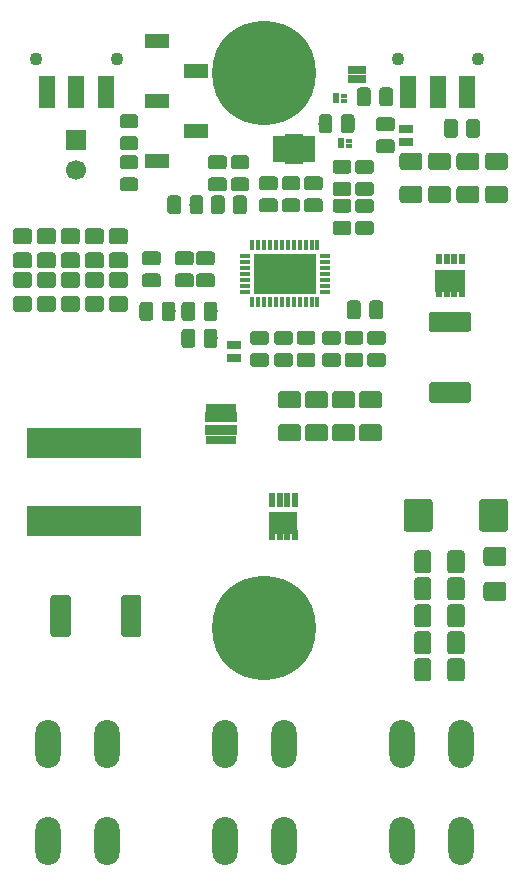
<source format=gts>
G04 #@! TF.GenerationSoftware,KiCad,Pcbnew,(5.0.0-rc3-dev-13-g33a0856)*
G04 #@! TF.CreationDate,2018-08-15T10:40:50+02:00*
G04 #@! TF.ProjectId,BrainDeadMPPT,427261696E446561644D5050542E6B69,rev?*
G04 #@! TF.SameCoordinates,Original*
G04 #@! TF.FileFunction,Soldermask,Top*
G04 #@! TF.FilePolarity,Negative*
%FSLAX46Y46*%
G04 Gerber Fmt 4.6, Leading zero omitted, Abs format (unit mm)*
G04 Created by KiCad (PCBNEW (5.0.0-rc3-dev-13-g33a0856)) date Wednesday, 15. August 2018, 10:40:50*
%MOMM*%
%LPD*%
G01*
G04 APERTURE LIST*
%ADD10C,8.800000*%
%ADD11C,1.100000*%
%ADD12R,0.450000X0.900000*%
%ADD13R,0.900000X0.450000*%
%ADD14R,5.350000X3.350000*%
%ADD15C,0.100000*%
%ADD16C,1.175000*%
%ADD17C,1.450000*%
%ADD18R,1.210000X0.710000*%
%ADD19R,1.200000X2.200000*%
%ADD20R,1.600000X2.600000*%
%ADD21R,1.450000X2.700000*%
%ADD22R,9.710000X2.580000*%
%ADD23R,0.600000X0.450000*%
%ADD24R,0.600000X0.900000*%
%ADD25R,0.650000X0.720000*%
%ADD26R,2.720000X0.950000*%
%ADD27R,1.950000X0.720000*%
%ADD28R,0.605000X1.190000*%
%ADD29R,2.435000X1.925000*%
%ADD30R,0.605000X0.960000*%
%ADD31R,0.620000X0.900000*%
%ADD32R,2.570000X1.900000*%
%ADD33C,1.350000*%
%ADD34C,1.625000*%
%ADD35R,0.500000X0.690000*%
%ADD36R,0.500000X0.720000*%
%ADD37C,1.725000*%
%ADD38R,1.700000X1.700000*%
%ADD39C,1.700000*%
%ADD40O,2.130400X4.060800*%
%ADD41R,2.100000X1.200000*%
%ADD42C,2.450000*%
G04 APERTURE END LIST*
D10*
G04 #@! TO.C,MK1*
X23000000Y-53000000D03*
D11*
X26225000Y-53000000D03*
X25280419Y-55280419D03*
X23000000Y-56225000D03*
X20719581Y-55280419D03*
X19775000Y-53000000D03*
X20719581Y-50719581D03*
X23000000Y-49775000D03*
X25280419Y-50719581D03*
G04 #@! TD*
G04 #@! TO.C,MK2*
X25280419Y-3719581D03*
X23000000Y-2775000D03*
X20719581Y-3719581D03*
X19775000Y-6000000D03*
X20719581Y-8280419D03*
X23000000Y-9225000D03*
X25280419Y-8280419D03*
X26225000Y-6000000D03*
D10*
X23000000Y-6000000D03*
G04 #@! TD*
D12*
G04 #@! TO.C,U1*
X27515000Y-20587000D03*
X27015000Y-20587000D03*
X26515000Y-20587000D03*
X26015000Y-20587000D03*
X25515000Y-20587000D03*
X25015000Y-20587000D03*
X24515000Y-20587000D03*
X24015000Y-20587000D03*
X23515000Y-20587000D03*
X23015000Y-20587000D03*
X22515000Y-20587000D03*
X22015000Y-20587000D03*
D13*
X21365000Y-21487000D03*
X21365000Y-21987000D03*
X21365000Y-22487000D03*
X21365000Y-22987000D03*
X21365000Y-23487000D03*
X21365000Y-23987000D03*
X21365000Y-24487000D03*
D12*
X22015000Y-25387000D03*
X22515000Y-25387000D03*
X23015000Y-25387000D03*
X23515000Y-25387000D03*
X24015000Y-25387000D03*
X24515000Y-25387000D03*
X25015000Y-25387000D03*
X25515000Y-25387000D03*
X26015000Y-25387000D03*
X26515000Y-25387000D03*
X27015000Y-25387000D03*
X27515000Y-25387000D03*
D13*
X28165000Y-24487000D03*
X28165000Y-23987000D03*
X28165000Y-23487000D03*
X28165000Y-22987000D03*
X28165000Y-22487000D03*
X28165000Y-21987000D03*
X28165000Y-21487000D03*
D14*
X24765000Y-22987000D03*
G04 #@! TD*
D15*
G04 #@! TO.C,C1*
G36*
X30126043Y-15210414D02*
X30154558Y-15214644D01*
X30182521Y-15221649D01*
X30209663Y-15231360D01*
X30235723Y-15243686D01*
X30260449Y-15258506D01*
X30283603Y-15275678D01*
X30304963Y-15295037D01*
X30324322Y-15316397D01*
X30341494Y-15339551D01*
X30356314Y-15364277D01*
X30368640Y-15390337D01*
X30378351Y-15417479D01*
X30385356Y-15445442D01*
X30389586Y-15473957D01*
X30391000Y-15502750D01*
X30391000Y-16090250D01*
X30389586Y-16119043D01*
X30385356Y-16147558D01*
X30378351Y-16175521D01*
X30368640Y-16202663D01*
X30356314Y-16228723D01*
X30341494Y-16253449D01*
X30324322Y-16276603D01*
X30304963Y-16297963D01*
X30283603Y-16317322D01*
X30260449Y-16334494D01*
X30235723Y-16349314D01*
X30209663Y-16361640D01*
X30182521Y-16371351D01*
X30154558Y-16378356D01*
X30126043Y-16382586D01*
X30097250Y-16384000D01*
X29084750Y-16384000D01*
X29055957Y-16382586D01*
X29027442Y-16378356D01*
X28999479Y-16371351D01*
X28972337Y-16361640D01*
X28946277Y-16349314D01*
X28921551Y-16334494D01*
X28898397Y-16317322D01*
X28877037Y-16297963D01*
X28857678Y-16276603D01*
X28840506Y-16253449D01*
X28825686Y-16228723D01*
X28813360Y-16202663D01*
X28803649Y-16175521D01*
X28796644Y-16147558D01*
X28792414Y-16119043D01*
X28791000Y-16090250D01*
X28791000Y-15502750D01*
X28792414Y-15473957D01*
X28796644Y-15445442D01*
X28803649Y-15417479D01*
X28813360Y-15390337D01*
X28825686Y-15364277D01*
X28840506Y-15339551D01*
X28857678Y-15316397D01*
X28877037Y-15295037D01*
X28898397Y-15275678D01*
X28921551Y-15258506D01*
X28946277Y-15243686D01*
X28972337Y-15231360D01*
X28999479Y-15221649D01*
X29027442Y-15214644D01*
X29055957Y-15210414D01*
X29084750Y-15209000D01*
X30097250Y-15209000D01*
X30126043Y-15210414D01*
X30126043Y-15210414D01*
G37*
D16*
X29591000Y-15796500D03*
D15*
G36*
X30126043Y-13335414D02*
X30154558Y-13339644D01*
X30182521Y-13346649D01*
X30209663Y-13356360D01*
X30235723Y-13368686D01*
X30260449Y-13383506D01*
X30283603Y-13400678D01*
X30304963Y-13420037D01*
X30324322Y-13441397D01*
X30341494Y-13464551D01*
X30356314Y-13489277D01*
X30368640Y-13515337D01*
X30378351Y-13542479D01*
X30385356Y-13570442D01*
X30389586Y-13598957D01*
X30391000Y-13627750D01*
X30391000Y-14215250D01*
X30389586Y-14244043D01*
X30385356Y-14272558D01*
X30378351Y-14300521D01*
X30368640Y-14327663D01*
X30356314Y-14353723D01*
X30341494Y-14378449D01*
X30324322Y-14401603D01*
X30304963Y-14422963D01*
X30283603Y-14442322D01*
X30260449Y-14459494D01*
X30235723Y-14474314D01*
X30209663Y-14486640D01*
X30182521Y-14496351D01*
X30154558Y-14503356D01*
X30126043Y-14507586D01*
X30097250Y-14509000D01*
X29084750Y-14509000D01*
X29055957Y-14507586D01*
X29027442Y-14503356D01*
X28999479Y-14496351D01*
X28972337Y-14486640D01*
X28946277Y-14474314D01*
X28921551Y-14459494D01*
X28898397Y-14442322D01*
X28877037Y-14422963D01*
X28857678Y-14401603D01*
X28840506Y-14378449D01*
X28825686Y-14353723D01*
X28813360Y-14327663D01*
X28803649Y-14300521D01*
X28796644Y-14272558D01*
X28792414Y-14244043D01*
X28791000Y-14215250D01*
X28791000Y-13627750D01*
X28792414Y-13598957D01*
X28796644Y-13570442D01*
X28803649Y-13542479D01*
X28813360Y-13515337D01*
X28825686Y-13489277D01*
X28840506Y-13464551D01*
X28857678Y-13441397D01*
X28877037Y-13420037D01*
X28898397Y-13400678D01*
X28921551Y-13383506D01*
X28946277Y-13368686D01*
X28972337Y-13356360D01*
X28999479Y-13346649D01*
X29027442Y-13339644D01*
X29055957Y-13335414D01*
X29084750Y-13334000D01*
X30097250Y-13334000D01*
X30126043Y-13335414D01*
X30126043Y-13335414D01*
G37*
D16*
X29591000Y-13921500D03*
G04 #@! TD*
D15*
G04 #@! TO.C,C6*
G36*
X23903043Y-14732414D02*
X23931558Y-14736644D01*
X23959521Y-14743649D01*
X23986663Y-14753360D01*
X24012723Y-14765686D01*
X24037449Y-14780506D01*
X24060603Y-14797678D01*
X24081963Y-14817037D01*
X24101322Y-14838397D01*
X24118494Y-14861551D01*
X24133314Y-14886277D01*
X24145640Y-14912337D01*
X24155351Y-14939479D01*
X24162356Y-14967442D01*
X24166586Y-14995957D01*
X24168000Y-15024750D01*
X24168000Y-15612250D01*
X24166586Y-15641043D01*
X24162356Y-15669558D01*
X24155351Y-15697521D01*
X24145640Y-15724663D01*
X24133314Y-15750723D01*
X24118494Y-15775449D01*
X24101322Y-15798603D01*
X24081963Y-15819963D01*
X24060603Y-15839322D01*
X24037449Y-15856494D01*
X24012723Y-15871314D01*
X23986663Y-15883640D01*
X23959521Y-15893351D01*
X23931558Y-15900356D01*
X23903043Y-15904586D01*
X23874250Y-15906000D01*
X22861750Y-15906000D01*
X22832957Y-15904586D01*
X22804442Y-15900356D01*
X22776479Y-15893351D01*
X22749337Y-15883640D01*
X22723277Y-15871314D01*
X22698551Y-15856494D01*
X22675397Y-15839322D01*
X22654037Y-15819963D01*
X22634678Y-15798603D01*
X22617506Y-15775449D01*
X22602686Y-15750723D01*
X22590360Y-15724663D01*
X22580649Y-15697521D01*
X22573644Y-15669558D01*
X22569414Y-15641043D01*
X22568000Y-15612250D01*
X22568000Y-15024750D01*
X22569414Y-14995957D01*
X22573644Y-14967442D01*
X22580649Y-14939479D01*
X22590360Y-14912337D01*
X22602686Y-14886277D01*
X22617506Y-14861551D01*
X22634678Y-14838397D01*
X22654037Y-14817037D01*
X22675397Y-14797678D01*
X22698551Y-14780506D01*
X22723277Y-14765686D01*
X22749337Y-14753360D01*
X22776479Y-14743649D01*
X22804442Y-14736644D01*
X22832957Y-14732414D01*
X22861750Y-14731000D01*
X23874250Y-14731000D01*
X23903043Y-14732414D01*
X23903043Y-14732414D01*
G37*
D16*
X23368000Y-15318500D03*
D15*
G36*
X23903043Y-16607414D02*
X23931558Y-16611644D01*
X23959521Y-16618649D01*
X23986663Y-16628360D01*
X24012723Y-16640686D01*
X24037449Y-16655506D01*
X24060603Y-16672678D01*
X24081963Y-16692037D01*
X24101322Y-16713397D01*
X24118494Y-16736551D01*
X24133314Y-16761277D01*
X24145640Y-16787337D01*
X24155351Y-16814479D01*
X24162356Y-16842442D01*
X24166586Y-16870957D01*
X24168000Y-16899750D01*
X24168000Y-17487250D01*
X24166586Y-17516043D01*
X24162356Y-17544558D01*
X24155351Y-17572521D01*
X24145640Y-17599663D01*
X24133314Y-17625723D01*
X24118494Y-17650449D01*
X24101322Y-17673603D01*
X24081963Y-17694963D01*
X24060603Y-17714322D01*
X24037449Y-17731494D01*
X24012723Y-17746314D01*
X23986663Y-17758640D01*
X23959521Y-17768351D01*
X23931558Y-17775356D01*
X23903043Y-17779586D01*
X23874250Y-17781000D01*
X22861750Y-17781000D01*
X22832957Y-17779586D01*
X22804442Y-17775356D01*
X22776479Y-17768351D01*
X22749337Y-17758640D01*
X22723277Y-17746314D01*
X22698551Y-17731494D01*
X22675397Y-17714322D01*
X22654037Y-17694963D01*
X22634678Y-17673603D01*
X22617506Y-17650449D01*
X22602686Y-17625723D01*
X22590360Y-17599663D01*
X22580649Y-17572521D01*
X22573644Y-17544558D01*
X22569414Y-17516043D01*
X22568000Y-17487250D01*
X22568000Y-16899750D01*
X22569414Y-16870957D01*
X22573644Y-16842442D01*
X22580649Y-16814479D01*
X22590360Y-16787337D01*
X22602686Y-16761277D01*
X22617506Y-16736551D01*
X22634678Y-16713397D01*
X22654037Y-16692037D01*
X22675397Y-16672678D01*
X22698551Y-16655506D01*
X22723277Y-16640686D01*
X22749337Y-16628360D01*
X22776479Y-16618649D01*
X22804442Y-16611644D01*
X22832957Y-16607414D01*
X22861750Y-16606000D01*
X23874250Y-16606000D01*
X23903043Y-16607414D01*
X23903043Y-16607414D01*
G37*
D16*
X23368000Y-17193500D03*
G04 #@! TD*
D15*
G04 #@! TO.C,C7*
G36*
X18569043Y-22957414D02*
X18597558Y-22961644D01*
X18625521Y-22968649D01*
X18652663Y-22978360D01*
X18678723Y-22990686D01*
X18703449Y-23005506D01*
X18726603Y-23022678D01*
X18747963Y-23042037D01*
X18767322Y-23063397D01*
X18784494Y-23086551D01*
X18799314Y-23111277D01*
X18811640Y-23137337D01*
X18821351Y-23164479D01*
X18828356Y-23192442D01*
X18832586Y-23220957D01*
X18834000Y-23249750D01*
X18834000Y-23837250D01*
X18832586Y-23866043D01*
X18828356Y-23894558D01*
X18821351Y-23922521D01*
X18811640Y-23949663D01*
X18799314Y-23975723D01*
X18784494Y-24000449D01*
X18767322Y-24023603D01*
X18747963Y-24044963D01*
X18726603Y-24064322D01*
X18703449Y-24081494D01*
X18678723Y-24096314D01*
X18652663Y-24108640D01*
X18625521Y-24118351D01*
X18597558Y-24125356D01*
X18569043Y-24129586D01*
X18540250Y-24131000D01*
X17527750Y-24131000D01*
X17498957Y-24129586D01*
X17470442Y-24125356D01*
X17442479Y-24118351D01*
X17415337Y-24108640D01*
X17389277Y-24096314D01*
X17364551Y-24081494D01*
X17341397Y-24064322D01*
X17320037Y-24044963D01*
X17300678Y-24023603D01*
X17283506Y-24000449D01*
X17268686Y-23975723D01*
X17256360Y-23949663D01*
X17246649Y-23922521D01*
X17239644Y-23894558D01*
X17235414Y-23866043D01*
X17234000Y-23837250D01*
X17234000Y-23249750D01*
X17235414Y-23220957D01*
X17239644Y-23192442D01*
X17246649Y-23164479D01*
X17256360Y-23137337D01*
X17268686Y-23111277D01*
X17283506Y-23086551D01*
X17300678Y-23063397D01*
X17320037Y-23042037D01*
X17341397Y-23022678D01*
X17364551Y-23005506D01*
X17389277Y-22990686D01*
X17415337Y-22978360D01*
X17442479Y-22968649D01*
X17470442Y-22961644D01*
X17498957Y-22957414D01*
X17527750Y-22956000D01*
X18540250Y-22956000D01*
X18569043Y-22957414D01*
X18569043Y-22957414D01*
G37*
D16*
X18034000Y-23543500D03*
D15*
G36*
X18569043Y-21082414D02*
X18597558Y-21086644D01*
X18625521Y-21093649D01*
X18652663Y-21103360D01*
X18678723Y-21115686D01*
X18703449Y-21130506D01*
X18726603Y-21147678D01*
X18747963Y-21167037D01*
X18767322Y-21188397D01*
X18784494Y-21211551D01*
X18799314Y-21236277D01*
X18811640Y-21262337D01*
X18821351Y-21289479D01*
X18828356Y-21317442D01*
X18832586Y-21345957D01*
X18834000Y-21374750D01*
X18834000Y-21962250D01*
X18832586Y-21991043D01*
X18828356Y-22019558D01*
X18821351Y-22047521D01*
X18811640Y-22074663D01*
X18799314Y-22100723D01*
X18784494Y-22125449D01*
X18767322Y-22148603D01*
X18747963Y-22169963D01*
X18726603Y-22189322D01*
X18703449Y-22206494D01*
X18678723Y-22221314D01*
X18652663Y-22233640D01*
X18625521Y-22243351D01*
X18597558Y-22250356D01*
X18569043Y-22254586D01*
X18540250Y-22256000D01*
X17527750Y-22256000D01*
X17498957Y-22254586D01*
X17470442Y-22250356D01*
X17442479Y-22243351D01*
X17415337Y-22233640D01*
X17389277Y-22221314D01*
X17364551Y-22206494D01*
X17341397Y-22189322D01*
X17320037Y-22169963D01*
X17300678Y-22148603D01*
X17283506Y-22125449D01*
X17268686Y-22100723D01*
X17256360Y-22074663D01*
X17246649Y-22047521D01*
X17239644Y-22019558D01*
X17235414Y-21991043D01*
X17234000Y-21962250D01*
X17234000Y-21374750D01*
X17235414Y-21345957D01*
X17239644Y-21317442D01*
X17246649Y-21289479D01*
X17256360Y-21262337D01*
X17268686Y-21236277D01*
X17283506Y-21211551D01*
X17300678Y-21188397D01*
X17320037Y-21167037D01*
X17341397Y-21147678D01*
X17364551Y-21130506D01*
X17389277Y-21115686D01*
X17415337Y-21103360D01*
X17442479Y-21093649D01*
X17470442Y-21086644D01*
X17498957Y-21082414D01*
X17527750Y-21081000D01*
X18540250Y-21081000D01*
X18569043Y-21082414D01*
X18569043Y-21082414D01*
G37*
D16*
X18034000Y-21668500D03*
G04 #@! TD*
D15*
G04 #@! TO.C,C8*
G36*
X16911043Y-25363414D02*
X16939558Y-25367644D01*
X16967521Y-25374649D01*
X16994663Y-25384360D01*
X17020723Y-25396686D01*
X17045449Y-25411506D01*
X17068603Y-25428678D01*
X17089963Y-25448037D01*
X17109322Y-25469397D01*
X17126494Y-25492551D01*
X17141314Y-25517277D01*
X17153640Y-25543337D01*
X17163351Y-25570479D01*
X17170356Y-25598442D01*
X17174586Y-25626957D01*
X17176000Y-25655750D01*
X17176000Y-26668250D01*
X17174586Y-26697043D01*
X17170356Y-26725558D01*
X17163351Y-26753521D01*
X17153640Y-26780663D01*
X17141314Y-26806723D01*
X17126494Y-26831449D01*
X17109322Y-26854603D01*
X17089963Y-26875963D01*
X17068603Y-26895322D01*
X17045449Y-26912494D01*
X17020723Y-26927314D01*
X16994663Y-26939640D01*
X16967521Y-26949351D01*
X16939558Y-26956356D01*
X16911043Y-26960586D01*
X16882250Y-26962000D01*
X16294750Y-26962000D01*
X16265957Y-26960586D01*
X16237442Y-26956356D01*
X16209479Y-26949351D01*
X16182337Y-26939640D01*
X16156277Y-26927314D01*
X16131551Y-26912494D01*
X16108397Y-26895322D01*
X16087037Y-26875963D01*
X16067678Y-26854603D01*
X16050506Y-26831449D01*
X16035686Y-26806723D01*
X16023360Y-26780663D01*
X16013649Y-26753521D01*
X16006644Y-26725558D01*
X16002414Y-26697043D01*
X16001000Y-26668250D01*
X16001000Y-25655750D01*
X16002414Y-25626957D01*
X16006644Y-25598442D01*
X16013649Y-25570479D01*
X16023360Y-25543337D01*
X16035686Y-25517277D01*
X16050506Y-25492551D01*
X16067678Y-25469397D01*
X16087037Y-25448037D01*
X16108397Y-25428678D01*
X16131551Y-25411506D01*
X16156277Y-25396686D01*
X16182337Y-25384360D01*
X16209479Y-25374649D01*
X16237442Y-25367644D01*
X16265957Y-25363414D01*
X16294750Y-25362000D01*
X16882250Y-25362000D01*
X16911043Y-25363414D01*
X16911043Y-25363414D01*
G37*
D16*
X16588500Y-26162000D03*
D15*
G36*
X18786043Y-25363414D02*
X18814558Y-25367644D01*
X18842521Y-25374649D01*
X18869663Y-25384360D01*
X18895723Y-25396686D01*
X18920449Y-25411506D01*
X18943603Y-25428678D01*
X18964963Y-25448037D01*
X18984322Y-25469397D01*
X19001494Y-25492551D01*
X19016314Y-25517277D01*
X19028640Y-25543337D01*
X19038351Y-25570479D01*
X19045356Y-25598442D01*
X19049586Y-25626957D01*
X19051000Y-25655750D01*
X19051000Y-26668250D01*
X19049586Y-26697043D01*
X19045356Y-26725558D01*
X19038351Y-26753521D01*
X19028640Y-26780663D01*
X19016314Y-26806723D01*
X19001494Y-26831449D01*
X18984322Y-26854603D01*
X18964963Y-26875963D01*
X18943603Y-26895322D01*
X18920449Y-26912494D01*
X18895723Y-26927314D01*
X18869663Y-26939640D01*
X18842521Y-26949351D01*
X18814558Y-26956356D01*
X18786043Y-26960586D01*
X18757250Y-26962000D01*
X18169750Y-26962000D01*
X18140957Y-26960586D01*
X18112442Y-26956356D01*
X18084479Y-26949351D01*
X18057337Y-26939640D01*
X18031277Y-26927314D01*
X18006551Y-26912494D01*
X17983397Y-26895322D01*
X17962037Y-26875963D01*
X17942678Y-26854603D01*
X17925506Y-26831449D01*
X17910686Y-26806723D01*
X17898360Y-26780663D01*
X17888649Y-26753521D01*
X17881644Y-26725558D01*
X17877414Y-26697043D01*
X17876000Y-26668250D01*
X17876000Y-25655750D01*
X17877414Y-25626957D01*
X17881644Y-25598442D01*
X17888649Y-25570479D01*
X17898360Y-25543337D01*
X17910686Y-25517277D01*
X17925506Y-25492551D01*
X17942678Y-25469397D01*
X17962037Y-25448037D01*
X17983397Y-25428678D01*
X18006551Y-25411506D01*
X18031277Y-25396686D01*
X18057337Y-25384360D01*
X18084479Y-25374649D01*
X18112442Y-25367644D01*
X18140957Y-25363414D01*
X18169750Y-25362000D01*
X18757250Y-25362000D01*
X18786043Y-25363414D01*
X18786043Y-25363414D01*
G37*
D16*
X18463500Y-26162000D03*
G04 #@! TD*
D15*
G04 #@! TO.C,C11*
G36*
X15230043Y-25363414D02*
X15258558Y-25367644D01*
X15286521Y-25374649D01*
X15313663Y-25384360D01*
X15339723Y-25396686D01*
X15364449Y-25411506D01*
X15387603Y-25428678D01*
X15408963Y-25448037D01*
X15428322Y-25469397D01*
X15445494Y-25492551D01*
X15460314Y-25517277D01*
X15472640Y-25543337D01*
X15482351Y-25570479D01*
X15489356Y-25598442D01*
X15493586Y-25626957D01*
X15495000Y-25655750D01*
X15495000Y-26668250D01*
X15493586Y-26697043D01*
X15489356Y-26725558D01*
X15482351Y-26753521D01*
X15472640Y-26780663D01*
X15460314Y-26806723D01*
X15445494Y-26831449D01*
X15428322Y-26854603D01*
X15408963Y-26875963D01*
X15387603Y-26895322D01*
X15364449Y-26912494D01*
X15339723Y-26927314D01*
X15313663Y-26939640D01*
X15286521Y-26949351D01*
X15258558Y-26956356D01*
X15230043Y-26960586D01*
X15201250Y-26962000D01*
X14613750Y-26962000D01*
X14584957Y-26960586D01*
X14556442Y-26956356D01*
X14528479Y-26949351D01*
X14501337Y-26939640D01*
X14475277Y-26927314D01*
X14450551Y-26912494D01*
X14427397Y-26895322D01*
X14406037Y-26875963D01*
X14386678Y-26854603D01*
X14369506Y-26831449D01*
X14354686Y-26806723D01*
X14342360Y-26780663D01*
X14332649Y-26753521D01*
X14325644Y-26725558D01*
X14321414Y-26697043D01*
X14320000Y-26668250D01*
X14320000Y-25655750D01*
X14321414Y-25626957D01*
X14325644Y-25598442D01*
X14332649Y-25570479D01*
X14342360Y-25543337D01*
X14354686Y-25517277D01*
X14369506Y-25492551D01*
X14386678Y-25469397D01*
X14406037Y-25448037D01*
X14427397Y-25428678D01*
X14450551Y-25411506D01*
X14475277Y-25396686D01*
X14501337Y-25384360D01*
X14528479Y-25374649D01*
X14556442Y-25367644D01*
X14584957Y-25363414D01*
X14613750Y-25362000D01*
X15201250Y-25362000D01*
X15230043Y-25363414D01*
X15230043Y-25363414D01*
G37*
D16*
X14907500Y-26162000D03*
D15*
G36*
X13355043Y-25363414D02*
X13383558Y-25367644D01*
X13411521Y-25374649D01*
X13438663Y-25384360D01*
X13464723Y-25396686D01*
X13489449Y-25411506D01*
X13512603Y-25428678D01*
X13533963Y-25448037D01*
X13553322Y-25469397D01*
X13570494Y-25492551D01*
X13585314Y-25517277D01*
X13597640Y-25543337D01*
X13607351Y-25570479D01*
X13614356Y-25598442D01*
X13618586Y-25626957D01*
X13620000Y-25655750D01*
X13620000Y-26668250D01*
X13618586Y-26697043D01*
X13614356Y-26725558D01*
X13607351Y-26753521D01*
X13597640Y-26780663D01*
X13585314Y-26806723D01*
X13570494Y-26831449D01*
X13553322Y-26854603D01*
X13533963Y-26875963D01*
X13512603Y-26895322D01*
X13489449Y-26912494D01*
X13464723Y-26927314D01*
X13438663Y-26939640D01*
X13411521Y-26949351D01*
X13383558Y-26956356D01*
X13355043Y-26960586D01*
X13326250Y-26962000D01*
X12738750Y-26962000D01*
X12709957Y-26960586D01*
X12681442Y-26956356D01*
X12653479Y-26949351D01*
X12626337Y-26939640D01*
X12600277Y-26927314D01*
X12575551Y-26912494D01*
X12552397Y-26895322D01*
X12531037Y-26875963D01*
X12511678Y-26854603D01*
X12494506Y-26831449D01*
X12479686Y-26806723D01*
X12467360Y-26780663D01*
X12457649Y-26753521D01*
X12450644Y-26725558D01*
X12446414Y-26697043D01*
X12445000Y-26668250D01*
X12445000Y-25655750D01*
X12446414Y-25626957D01*
X12450644Y-25598442D01*
X12457649Y-25570479D01*
X12467360Y-25543337D01*
X12479686Y-25517277D01*
X12494506Y-25492551D01*
X12511678Y-25469397D01*
X12531037Y-25448037D01*
X12552397Y-25428678D01*
X12575551Y-25411506D01*
X12600277Y-25396686D01*
X12626337Y-25384360D01*
X12653479Y-25374649D01*
X12681442Y-25367644D01*
X12709957Y-25363414D01*
X12738750Y-25362000D01*
X13326250Y-25362000D01*
X13355043Y-25363414D01*
X13355043Y-25363414D01*
G37*
D16*
X13032500Y-26162000D03*
G04 #@! TD*
D15*
G04 #@! TO.C,C12*
G36*
X13997043Y-21082414D02*
X14025558Y-21086644D01*
X14053521Y-21093649D01*
X14080663Y-21103360D01*
X14106723Y-21115686D01*
X14131449Y-21130506D01*
X14154603Y-21147678D01*
X14175963Y-21167037D01*
X14195322Y-21188397D01*
X14212494Y-21211551D01*
X14227314Y-21236277D01*
X14239640Y-21262337D01*
X14249351Y-21289479D01*
X14256356Y-21317442D01*
X14260586Y-21345957D01*
X14262000Y-21374750D01*
X14262000Y-21962250D01*
X14260586Y-21991043D01*
X14256356Y-22019558D01*
X14249351Y-22047521D01*
X14239640Y-22074663D01*
X14227314Y-22100723D01*
X14212494Y-22125449D01*
X14195322Y-22148603D01*
X14175963Y-22169963D01*
X14154603Y-22189322D01*
X14131449Y-22206494D01*
X14106723Y-22221314D01*
X14080663Y-22233640D01*
X14053521Y-22243351D01*
X14025558Y-22250356D01*
X13997043Y-22254586D01*
X13968250Y-22256000D01*
X12955750Y-22256000D01*
X12926957Y-22254586D01*
X12898442Y-22250356D01*
X12870479Y-22243351D01*
X12843337Y-22233640D01*
X12817277Y-22221314D01*
X12792551Y-22206494D01*
X12769397Y-22189322D01*
X12748037Y-22169963D01*
X12728678Y-22148603D01*
X12711506Y-22125449D01*
X12696686Y-22100723D01*
X12684360Y-22074663D01*
X12674649Y-22047521D01*
X12667644Y-22019558D01*
X12663414Y-21991043D01*
X12662000Y-21962250D01*
X12662000Y-21374750D01*
X12663414Y-21345957D01*
X12667644Y-21317442D01*
X12674649Y-21289479D01*
X12684360Y-21262337D01*
X12696686Y-21236277D01*
X12711506Y-21211551D01*
X12728678Y-21188397D01*
X12748037Y-21167037D01*
X12769397Y-21147678D01*
X12792551Y-21130506D01*
X12817277Y-21115686D01*
X12843337Y-21103360D01*
X12870479Y-21093649D01*
X12898442Y-21086644D01*
X12926957Y-21082414D01*
X12955750Y-21081000D01*
X13968250Y-21081000D01*
X13997043Y-21082414D01*
X13997043Y-21082414D01*
G37*
D16*
X13462000Y-21668500D03*
D15*
G36*
X13997043Y-22957414D02*
X14025558Y-22961644D01*
X14053521Y-22968649D01*
X14080663Y-22978360D01*
X14106723Y-22990686D01*
X14131449Y-23005506D01*
X14154603Y-23022678D01*
X14175963Y-23042037D01*
X14195322Y-23063397D01*
X14212494Y-23086551D01*
X14227314Y-23111277D01*
X14239640Y-23137337D01*
X14249351Y-23164479D01*
X14256356Y-23192442D01*
X14260586Y-23220957D01*
X14262000Y-23249750D01*
X14262000Y-23837250D01*
X14260586Y-23866043D01*
X14256356Y-23894558D01*
X14249351Y-23922521D01*
X14239640Y-23949663D01*
X14227314Y-23975723D01*
X14212494Y-24000449D01*
X14195322Y-24023603D01*
X14175963Y-24044963D01*
X14154603Y-24064322D01*
X14131449Y-24081494D01*
X14106723Y-24096314D01*
X14080663Y-24108640D01*
X14053521Y-24118351D01*
X14025558Y-24125356D01*
X13997043Y-24129586D01*
X13968250Y-24131000D01*
X12955750Y-24131000D01*
X12926957Y-24129586D01*
X12898442Y-24125356D01*
X12870479Y-24118351D01*
X12843337Y-24108640D01*
X12817277Y-24096314D01*
X12792551Y-24081494D01*
X12769397Y-24064322D01*
X12748037Y-24044963D01*
X12728678Y-24023603D01*
X12711506Y-24000449D01*
X12696686Y-23975723D01*
X12684360Y-23949663D01*
X12674649Y-23922521D01*
X12667644Y-23894558D01*
X12663414Y-23866043D01*
X12662000Y-23837250D01*
X12662000Y-23249750D01*
X12663414Y-23220957D01*
X12667644Y-23192442D01*
X12674649Y-23164479D01*
X12684360Y-23137337D01*
X12696686Y-23111277D01*
X12711506Y-23086551D01*
X12728678Y-23063397D01*
X12748037Y-23042037D01*
X12769397Y-23022678D01*
X12792551Y-23005506D01*
X12817277Y-22990686D01*
X12843337Y-22978360D01*
X12870479Y-22968649D01*
X12898442Y-22961644D01*
X12926957Y-22957414D01*
X12955750Y-22956000D01*
X13968250Y-22956000D01*
X13997043Y-22957414D01*
X13997043Y-22957414D01*
G37*
D16*
X13462000Y-23543500D03*
G04 #@! TD*
D15*
G04 #@! TO.C,C13*
G36*
X25173043Y-27813414D02*
X25201558Y-27817644D01*
X25229521Y-27824649D01*
X25256663Y-27834360D01*
X25282723Y-27846686D01*
X25307449Y-27861506D01*
X25330603Y-27878678D01*
X25351963Y-27898037D01*
X25371322Y-27919397D01*
X25388494Y-27942551D01*
X25403314Y-27967277D01*
X25415640Y-27993337D01*
X25425351Y-28020479D01*
X25432356Y-28048442D01*
X25436586Y-28076957D01*
X25438000Y-28105750D01*
X25438000Y-28693250D01*
X25436586Y-28722043D01*
X25432356Y-28750558D01*
X25425351Y-28778521D01*
X25415640Y-28805663D01*
X25403314Y-28831723D01*
X25388494Y-28856449D01*
X25371322Y-28879603D01*
X25351963Y-28900963D01*
X25330603Y-28920322D01*
X25307449Y-28937494D01*
X25282723Y-28952314D01*
X25256663Y-28964640D01*
X25229521Y-28974351D01*
X25201558Y-28981356D01*
X25173043Y-28985586D01*
X25144250Y-28987000D01*
X24131750Y-28987000D01*
X24102957Y-28985586D01*
X24074442Y-28981356D01*
X24046479Y-28974351D01*
X24019337Y-28964640D01*
X23993277Y-28952314D01*
X23968551Y-28937494D01*
X23945397Y-28920322D01*
X23924037Y-28900963D01*
X23904678Y-28879603D01*
X23887506Y-28856449D01*
X23872686Y-28831723D01*
X23860360Y-28805663D01*
X23850649Y-28778521D01*
X23843644Y-28750558D01*
X23839414Y-28722043D01*
X23838000Y-28693250D01*
X23838000Y-28105750D01*
X23839414Y-28076957D01*
X23843644Y-28048442D01*
X23850649Y-28020479D01*
X23860360Y-27993337D01*
X23872686Y-27967277D01*
X23887506Y-27942551D01*
X23904678Y-27919397D01*
X23924037Y-27898037D01*
X23945397Y-27878678D01*
X23968551Y-27861506D01*
X23993277Y-27846686D01*
X24019337Y-27834360D01*
X24046479Y-27824649D01*
X24074442Y-27817644D01*
X24102957Y-27813414D01*
X24131750Y-27812000D01*
X25144250Y-27812000D01*
X25173043Y-27813414D01*
X25173043Y-27813414D01*
G37*
D16*
X24638000Y-28399500D03*
D15*
G36*
X25173043Y-29688414D02*
X25201558Y-29692644D01*
X25229521Y-29699649D01*
X25256663Y-29709360D01*
X25282723Y-29721686D01*
X25307449Y-29736506D01*
X25330603Y-29753678D01*
X25351963Y-29773037D01*
X25371322Y-29794397D01*
X25388494Y-29817551D01*
X25403314Y-29842277D01*
X25415640Y-29868337D01*
X25425351Y-29895479D01*
X25432356Y-29923442D01*
X25436586Y-29951957D01*
X25438000Y-29980750D01*
X25438000Y-30568250D01*
X25436586Y-30597043D01*
X25432356Y-30625558D01*
X25425351Y-30653521D01*
X25415640Y-30680663D01*
X25403314Y-30706723D01*
X25388494Y-30731449D01*
X25371322Y-30754603D01*
X25351963Y-30775963D01*
X25330603Y-30795322D01*
X25307449Y-30812494D01*
X25282723Y-30827314D01*
X25256663Y-30839640D01*
X25229521Y-30849351D01*
X25201558Y-30856356D01*
X25173043Y-30860586D01*
X25144250Y-30862000D01*
X24131750Y-30862000D01*
X24102957Y-30860586D01*
X24074442Y-30856356D01*
X24046479Y-30849351D01*
X24019337Y-30839640D01*
X23993277Y-30827314D01*
X23968551Y-30812494D01*
X23945397Y-30795322D01*
X23924037Y-30775963D01*
X23904678Y-30754603D01*
X23887506Y-30731449D01*
X23872686Y-30706723D01*
X23860360Y-30680663D01*
X23850649Y-30653521D01*
X23843644Y-30625558D01*
X23839414Y-30597043D01*
X23838000Y-30568250D01*
X23838000Y-29980750D01*
X23839414Y-29951957D01*
X23843644Y-29923442D01*
X23850649Y-29895479D01*
X23860360Y-29868337D01*
X23872686Y-29842277D01*
X23887506Y-29817551D01*
X23904678Y-29794397D01*
X23924037Y-29773037D01*
X23945397Y-29753678D01*
X23968551Y-29736506D01*
X23993277Y-29721686D01*
X24019337Y-29709360D01*
X24046479Y-29699649D01*
X24074442Y-29692644D01*
X24102957Y-29688414D01*
X24131750Y-29687000D01*
X25144250Y-29687000D01*
X25173043Y-29688414D01*
X25173043Y-29688414D01*
G37*
D16*
X24638000Y-30274500D03*
G04 #@! TD*
D15*
G04 #@! TO.C,C14*
G36*
X23141043Y-29688414D02*
X23169558Y-29692644D01*
X23197521Y-29699649D01*
X23224663Y-29709360D01*
X23250723Y-29721686D01*
X23275449Y-29736506D01*
X23298603Y-29753678D01*
X23319963Y-29773037D01*
X23339322Y-29794397D01*
X23356494Y-29817551D01*
X23371314Y-29842277D01*
X23383640Y-29868337D01*
X23393351Y-29895479D01*
X23400356Y-29923442D01*
X23404586Y-29951957D01*
X23406000Y-29980750D01*
X23406000Y-30568250D01*
X23404586Y-30597043D01*
X23400356Y-30625558D01*
X23393351Y-30653521D01*
X23383640Y-30680663D01*
X23371314Y-30706723D01*
X23356494Y-30731449D01*
X23339322Y-30754603D01*
X23319963Y-30775963D01*
X23298603Y-30795322D01*
X23275449Y-30812494D01*
X23250723Y-30827314D01*
X23224663Y-30839640D01*
X23197521Y-30849351D01*
X23169558Y-30856356D01*
X23141043Y-30860586D01*
X23112250Y-30862000D01*
X22099750Y-30862000D01*
X22070957Y-30860586D01*
X22042442Y-30856356D01*
X22014479Y-30849351D01*
X21987337Y-30839640D01*
X21961277Y-30827314D01*
X21936551Y-30812494D01*
X21913397Y-30795322D01*
X21892037Y-30775963D01*
X21872678Y-30754603D01*
X21855506Y-30731449D01*
X21840686Y-30706723D01*
X21828360Y-30680663D01*
X21818649Y-30653521D01*
X21811644Y-30625558D01*
X21807414Y-30597043D01*
X21806000Y-30568250D01*
X21806000Y-29980750D01*
X21807414Y-29951957D01*
X21811644Y-29923442D01*
X21818649Y-29895479D01*
X21828360Y-29868337D01*
X21840686Y-29842277D01*
X21855506Y-29817551D01*
X21872678Y-29794397D01*
X21892037Y-29773037D01*
X21913397Y-29753678D01*
X21936551Y-29736506D01*
X21961277Y-29721686D01*
X21987337Y-29709360D01*
X22014479Y-29699649D01*
X22042442Y-29692644D01*
X22070957Y-29688414D01*
X22099750Y-29687000D01*
X23112250Y-29687000D01*
X23141043Y-29688414D01*
X23141043Y-29688414D01*
G37*
D16*
X22606000Y-30274500D03*
D15*
G36*
X23141043Y-27813414D02*
X23169558Y-27817644D01*
X23197521Y-27824649D01*
X23224663Y-27834360D01*
X23250723Y-27846686D01*
X23275449Y-27861506D01*
X23298603Y-27878678D01*
X23319963Y-27898037D01*
X23339322Y-27919397D01*
X23356494Y-27942551D01*
X23371314Y-27967277D01*
X23383640Y-27993337D01*
X23393351Y-28020479D01*
X23400356Y-28048442D01*
X23404586Y-28076957D01*
X23406000Y-28105750D01*
X23406000Y-28693250D01*
X23404586Y-28722043D01*
X23400356Y-28750558D01*
X23393351Y-28778521D01*
X23383640Y-28805663D01*
X23371314Y-28831723D01*
X23356494Y-28856449D01*
X23339322Y-28879603D01*
X23319963Y-28900963D01*
X23298603Y-28920322D01*
X23275449Y-28937494D01*
X23250723Y-28952314D01*
X23224663Y-28964640D01*
X23197521Y-28974351D01*
X23169558Y-28981356D01*
X23141043Y-28985586D01*
X23112250Y-28987000D01*
X22099750Y-28987000D01*
X22070957Y-28985586D01*
X22042442Y-28981356D01*
X22014479Y-28974351D01*
X21987337Y-28964640D01*
X21961277Y-28952314D01*
X21936551Y-28937494D01*
X21913397Y-28920322D01*
X21892037Y-28900963D01*
X21872678Y-28879603D01*
X21855506Y-28856449D01*
X21840686Y-28831723D01*
X21828360Y-28805663D01*
X21818649Y-28778521D01*
X21811644Y-28750558D01*
X21807414Y-28722043D01*
X21806000Y-28693250D01*
X21806000Y-28105750D01*
X21807414Y-28076957D01*
X21811644Y-28048442D01*
X21818649Y-28020479D01*
X21828360Y-27993337D01*
X21840686Y-27967277D01*
X21855506Y-27942551D01*
X21872678Y-27919397D01*
X21892037Y-27898037D01*
X21913397Y-27878678D01*
X21936551Y-27861506D01*
X21961277Y-27846686D01*
X21987337Y-27834360D01*
X22014479Y-27824649D01*
X22042442Y-27817644D01*
X22070957Y-27813414D01*
X22099750Y-27812000D01*
X23112250Y-27812000D01*
X23141043Y-27813414D01*
X23141043Y-27813414D01*
G37*
D16*
X22606000Y-28399500D03*
G04 #@! TD*
D15*
G04 #@! TO.C,C15*
G36*
X27078043Y-27813414D02*
X27106558Y-27817644D01*
X27134521Y-27824649D01*
X27161663Y-27834360D01*
X27187723Y-27846686D01*
X27212449Y-27861506D01*
X27235603Y-27878678D01*
X27256963Y-27898037D01*
X27276322Y-27919397D01*
X27293494Y-27942551D01*
X27308314Y-27967277D01*
X27320640Y-27993337D01*
X27330351Y-28020479D01*
X27337356Y-28048442D01*
X27341586Y-28076957D01*
X27343000Y-28105750D01*
X27343000Y-28693250D01*
X27341586Y-28722043D01*
X27337356Y-28750558D01*
X27330351Y-28778521D01*
X27320640Y-28805663D01*
X27308314Y-28831723D01*
X27293494Y-28856449D01*
X27276322Y-28879603D01*
X27256963Y-28900963D01*
X27235603Y-28920322D01*
X27212449Y-28937494D01*
X27187723Y-28952314D01*
X27161663Y-28964640D01*
X27134521Y-28974351D01*
X27106558Y-28981356D01*
X27078043Y-28985586D01*
X27049250Y-28987000D01*
X26036750Y-28987000D01*
X26007957Y-28985586D01*
X25979442Y-28981356D01*
X25951479Y-28974351D01*
X25924337Y-28964640D01*
X25898277Y-28952314D01*
X25873551Y-28937494D01*
X25850397Y-28920322D01*
X25829037Y-28900963D01*
X25809678Y-28879603D01*
X25792506Y-28856449D01*
X25777686Y-28831723D01*
X25765360Y-28805663D01*
X25755649Y-28778521D01*
X25748644Y-28750558D01*
X25744414Y-28722043D01*
X25743000Y-28693250D01*
X25743000Y-28105750D01*
X25744414Y-28076957D01*
X25748644Y-28048442D01*
X25755649Y-28020479D01*
X25765360Y-27993337D01*
X25777686Y-27967277D01*
X25792506Y-27942551D01*
X25809678Y-27919397D01*
X25829037Y-27898037D01*
X25850397Y-27878678D01*
X25873551Y-27861506D01*
X25898277Y-27846686D01*
X25924337Y-27834360D01*
X25951479Y-27824649D01*
X25979442Y-27817644D01*
X26007957Y-27813414D01*
X26036750Y-27812000D01*
X27049250Y-27812000D01*
X27078043Y-27813414D01*
X27078043Y-27813414D01*
G37*
D16*
X26543000Y-28399500D03*
D15*
G36*
X27078043Y-29688414D02*
X27106558Y-29692644D01*
X27134521Y-29699649D01*
X27161663Y-29709360D01*
X27187723Y-29721686D01*
X27212449Y-29736506D01*
X27235603Y-29753678D01*
X27256963Y-29773037D01*
X27276322Y-29794397D01*
X27293494Y-29817551D01*
X27308314Y-29842277D01*
X27320640Y-29868337D01*
X27330351Y-29895479D01*
X27337356Y-29923442D01*
X27341586Y-29951957D01*
X27343000Y-29980750D01*
X27343000Y-30568250D01*
X27341586Y-30597043D01*
X27337356Y-30625558D01*
X27330351Y-30653521D01*
X27320640Y-30680663D01*
X27308314Y-30706723D01*
X27293494Y-30731449D01*
X27276322Y-30754603D01*
X27256963Y-30775963D01*
X27235603Y-30795322D01*
X27212449Y-30812494D01*
X27187723Y-30827314D01*
X27161663Y-30839640D01*
X27134521Y-30849351D01*
X27106558Y-30856356D01*
X27078043Y-30860586D01*
X27049250Y-30862000D01*
X26036750Y-30862000D01*
X26007957Y-30860586D01*
X25979442Y-30856356D01*
X25951479Y-30849351D01*
X25924337Y-30839640D01*
X25898277Y-30827314D01*
X25873551Y-30812494D01*
X25850397Y-30795322D01*
X25829037Y-30775963D01*
X25809678Y-30754603D01*
X25792506Y-30731449D01*
X25777686Y-30706723D01*
X25765360Y-30680663D01*
X25755649Y-30653521D01*
X25748644Y-30625558D01*
X25744414Y-30597043D01*
X25743000Y-30568250D01*
X25743000Y-29980750D01*
X25744414Y-29951957D01*
X25748644Y-29923442D01*
X25755649Y-29895479D01*
X25765360Y-29868337D01*
X25777686Y-29842277D01*
X25792506Y-29817551D01*
X25809678Y-29794397D01*
X25829037Y-29773037D01*
X25850397Y-29753678D01*
X25873551Y-29736506D01*
X25898277Y-29721686D01*
X25924337Y-29709360D01*
X25951479Y-29699649D01*
X25979442Y-29692644D01*
X26007957Y-29688414D01*
X26036750Y-29687000D01*
X27049250Y-29687000D01*
X27078043Y-29688414D01*
X27078043Y-29688414D01*
G37*
D16*
X26543000Y-30274500D03*
G04 #@! TD*
D15*
G04 #@! TO.C,C16*
G36*
X32804543Y-25236414D02*
X32833058Y-25240644D01*
X32861021Y-25247649D01*
X32888163Y-25257360D01*
X32914223Y-25269686D01*
X32938949Y-25284506D01*
X32962103Y-25301678D01*
X32983463Y-25321037D01*
X33002822Y-25342397D01*
X33019994Y-25365551D01*
X33034814Y-25390277D01*
X33047140Y-25416337D01*
X33056851Y-25443479D01*
X33063856Y-25471442D01*
X33068086Y-25499957D01*
X33069500Y-25528750D01*
X33069500Y-26541250D01*
X33068086Y-26570043D01*
X33063856Y-26598558D01*
X33056851Y-26626521D01*
X33047140Y-26653663D01*
X33034814Y-26679723D01*
X33019994Y-26704449D01*
X33002822Y-26727603D01*
X32983463Y-26748963D01*
X32962103Y-26768322D01*
X32938949Y-26785494D01*
X32914223Y-26800314D01*
X32888163Y-26812640D01*
X32861021Y-26822351D01*
X32833058Y-26829356D01*
X32804543Y-26833586D01*
X32775750Y-26835000D01*
X32188250Y-26835000D01*
X32159457Y-26833586D01*
X32130942Y-26829356D01*
X32102979Y-26822351D01*
X32075837Y-26812640D01*
X32049777Y-26800314D01*
X32025051Y-26785494D01*
X32001897Y-26768322D01*
X31980537Y-26748963D01*
X31961178Y-26727603D01*
X31944006Y-26704449D01*
X31929186Y-26679723D01*
X31916860Y-26653663D01*
X31907149Y-26626521D01*
X31900144Y-26598558D01*
X31895914Y-26570043D01*
X31894500Y-26541250D01*
X31894500Y-25528750D01*
X31895914Y-25499957D01*
X31900144Y-25471442D01*
X31907149Y-25443479D01*
X31916860Y-25416337D01*
X31929186Y-25390277D01*
X31944006Y-25365551D01*
X31961178Y-25342397D01*
X31980537Y-25321037D01*
X32001897Y-25301678D01*
X32025051Y-25284506D01*
X32049777Y-25269686D01*
X32075837Y-25257360D01*
X32102979Y-25247649D01*
X32130942Y-25240644D01*
X32159457Y-25236414D01*
X32188250Y-25235000D01*
X32775750Y-25235000D01*
X32804543Y-25236414D01*
X32804543Y-25236414D01*
G37*
D16*
X32482000Y-26035000D03*
D15*
G36*
X30929543Y-25236414D02*
X30958058Y-25240644D01*
X30986021Y-25247649D01*
X31013163Y-25257360D01*
X31039223Y-25269686D01*
X31063949Y-25284506D01*
X31087103Y-25301678D01*
X31108463Y-25321037D01*
X31127822Y-25342397D01*
X31144994Y-25365551D01*
X31159814Y-25390277D01*
X31172140Y-25416337D01*
X31181851Y-25443479D01*
X31188856Y-25471442D01*
X31193086Y-25499957D01*
X31194500Y-25528750D01*
X31194500Y-26541250D01*
X31193086Y-26570043D01*
X31188856Y-26598558D01*
X31181851Y-26626521D01*
X31172140Y-26653663D01*
X31159814Y-26679723D01*
X31144994Y-26704449D01*
X31127822Y-26727603D01*
X31108463Y-26748963D01*
X31087103Y-26768322D01*
X31063949Y-26785494D01*
X31039223Y-26800314D01*
X31013163Y-26812640D01*
X30986021Y-26822351D01*
X30958058Y-26829356D01*
X30929543Y-26833586D01*
X30900750Y-26835000D01*
X30313250Y-26835000D01*
X30284457Y-26833586D01*
X30255942Y-26829356D01*
X30227979Y-26822351D01*
X30200837Y-26812640D01*
X30174777Y-26800314D01*
X30150051Y-26785494D01*
X30126897Y-26768322D01*
X30105537Y-26748963D01*
X30086178Y-26727603D01*
X30069006Y-26704449D01*
X30054186Y-26679723D01*
X30041860Y-26653663D01*
X30032149Y-26626521D01*
X30025144Y-26598558D01*
X30020914Y-26570043D01*
X30019500Y-26541250D01*
X30019500Y-25528750D01*
X30020914Y-25499957D01*
X30025144Y-25471442D01*
X30032149Y-25443479D01*
X30041860Y-25416337D01*
X30054186Y-25390277D01*
X30069006Y-25365551D01*
X30086178Y-25342397D01*
X30105537Y-25321037D01*
X30126897Y-25301678D01*
X30150051Y-25284506D01*
X30174777Y-25269686D01*
X30200837Y-25257360D01*
X30227979Y-25247649D01*
X30255942Y-25240644D01*
X30284457Y-25236414D01*
X30313250Y-25235000D01*
X30900750Y-25235000D01*
X30929543Y-25236414D01*
X30929543Y-25236414D01*
G37*
D16*
X30607000Y-26035000D03*
G04 #@! TD*
D15*
G04 #@! TO.C,C17*
G36*
X25859425Y-35728396D02*
X25887576Y-35732572D01*
X25915183Y-35739487D01*
X25941978Y-35749075D01*
X25967705Y-35761243D01*
X25992115Y-35775874D01*
X26014974Y-35792827D01*
X26036061Y-35811939D01*
X26055173Y-35833026D01*
X26072126Y-35855885D01*
X26086757Y-35880295D01*
X26098925Y-35906022D01*
X26108513Y-35932817D01*
X26115428Y-35960424D01*
X26119604Y-35988575D01*
X26121000Y-36017000D01*
X26121000Y-36887000D01*
X26119604Y-36915425D01*
X26115428Y-36943576D01*
X26108513Y-36971183D01*
X26098925Y-36997978D01*
X26086757Y-37023705D01*
X26072126Y-37048115D01*
X26055173Y-37070974D01*
X26036061Y-37092061D01*
X26014974Y-37111173D01*
X25992115Y-37128126D01*
X25967705Y-37142757D01*
X25941978Y-37154925D01*
X25915183Y-37164513D01*
X25887576Y-37171428D01*
X25859425Y-37175604D01*
X25831000Y-37177000D01*
X24461000Y-37177000D01*
X24432575Y-37175604D01*
X24404424Y-37171428D01*
X24376817Y-37164513D01*
X24350022Y-37154925D01*
X24324295Y-37142757D01*
X24299885Y-37128126D01*
X24277026Y-37111173D01*
X24255939Y-37092061D01*
X24236827Y-37070974D01*
X24219874Y-37048115D01*
X24205243Y-37023705D01*
X24193075Y-36997978D01*
X24183487Y-36971183D01*
X24176572Y-36943576D01*
X24172396Y-36915425D01*
X24171000Y-36887000D01*
X24171000Y-36017000D01*
X24172396Y-35988575D01*
X24176572Y-35960424D01*
X24183487Y-35932817D01*
X24193075Y-35906022D01*
X24205243Y-35880295D01*
X24219874Y-35855885D01*
X24236827Y-35833026D01*
X24255939Y-35811939D01*
X24277026Y-35792827D01*
X24299885Y-35775874D01*
X24324295Y-35761243D01*
X24350022Y-35749075D01*
X24376817Y-35739487D01*
X24404424Y-35732572D01*
X24432575Y-35728396D01*
X24461000Y-35727000D01*
X25831000Y-35727000D01*
X25859425Y-35728396D01*
X25859425Y-35728396D01*
G37*
D17*
X25146000Y-36452000D03*
D15*
G36*
X25859425Y-32928396D02*
X25887576Y-32932572D01*
X25915183Y-32939487D01*
X25941978Y-32949075D01*
X25967705Y-32961243D01*
X25992115Y-32975874D01*
X26014974Y-32992827D01*
X26036061Y-33011939D01*
X26055173Y-33033026D01*
X26072126Y-33055885D01*
X26086757Y-33080295D01*
X26098925Y-33106022D01*
X26108513Y-33132817D01*
X26115428Y-33160424D01*
X26119604Y-33188575D01*
X26121000Y-33217000D01*
X26121000Y-34087000D01*
X26119604Y-34115425D01*
X26115428Y-34143576D01*
X26108513Y-34171183D01*
X26098925Y-34197978D01*
X26086757Y-34223705D01*
X26072126Y-34248115D01*
X26055173Y-34270974D01*
X26036061Y-34292061D01*
X26014974Y-34311173D01*
X25992115Y-34328126D01*
X25967705Y-34342757D01*
X25941978Y-34354925D01*
X25915183Y-34364513D01*
X25887576Y-34371428D01*
X25859425Y-34375604D01*
X25831000Y-34377000D01*
X24461000Y-34377000D01*
X24432575Y-34375604D01*
X24404424Y-34371428D01*
X24376817Y-34364513D01*
X24350022Y-34354925D01*
X24324295Y-34342757D01*
X24299885Y-34328126D01*
X24277026Y-34311173D01*
X24255939Y-34292061D01*
X24236827Y-34270974D01*
X24219874Y-34248115D01*
X24205243Y-34223705D01*
X24193075Y-34197978D01*
X24183487Y-34171183D01*
X24176572Y-34143576D01*
X24172396Y-34115425D01*
X24171000Y-34087000D01*
X24171000Y-33217000D01*
X24172396Y-33188575D01*
X24176572Y-33160424D01*
X24183487Y-33132817D01*
X24193075Y-33106022D01*
X24205243Y-33080295D01*
X24219874Y-33055885D01*
X24236827Y-33033026D01*
X24255939Y-33011939D01*
X24277026Y-32992827D01*
X24299885Y-32975874D01*
X24324295Y-32961243D01*
X24350022Y-32949075D01*
X24376817Y-32939487D01*
X24404424Y-32932572D01*
X24432575Y-32928396D01*
X24461000Y-32927000D01*
X25831000Y-32927000D01*
X25859425Y-32928396D01*
X25859425Y-32928396D01*
G37*
D17*
X25146000Y-33652000D03*
G04 #@! TD*
D15*
G04 #@! TO.C,Cb1*
G36*
X16911043Y-27649414D02*
X16939558Y-27653644D01*
X16967521Y-27660649D01*
X16994663Y-27670360D01*
X17020723Y-27682686D01*
X17045449Y-27697506D01*
X17068603Y-27714678D01*
X17089963Y-27734037D01*
X17109322Y-27755397D01*
X17126494Y-27778551D01*
X17141314Y-27803277D01*
X17153640Y-27829337D01*
X17163351Y-27856479D01*
X17170356Y-27884442D01*
X17174586Y-27912957D01*
X17176000Y-27941750D01*
X17176000Y-28954250D01*
X17174586Y-28983043D01*
X17170356Y-29011558D01*
X17163351Y-29039521D01*
X17153640Y-29066663D01*
X17141314Y-29092723D01*
X17126494Y-29117449D01*
X17109322Y-29140603D01*
X17089963Y-29161963D01*
X17068603Y-29181322D01*
X17045449Y-29198494D01*
X17020723Y-29213314D01*
X16994663Y-29225640D01*
X16967521Y-29235351D01*
X16939558Y-29242356D01*
X16911043Y-29246586D01*
X16882250Y-29248000D01*
X16294750Y-29248000D01*
X16265957Y-29246586D01*
X16237442Y-29242356D01*
X16209479Y-29235351D01*
X16182337Y-29225640D01*
X16156277Y-29213314D01*
X16131551Y-29198494D01*
X16108397Y-29181322D01*
X16087037Y-29161963D01*
X16067678Y-29140603D01*
X16050506Y-29117449D01*
X16035686Y-29092723D01*
X16023360Y-29066663D01*
X16013649Y-29039521D01*
X16006644Y-29011558D01*
X16002414Y-28983043D01*
X16001000Y-28954250D01*
X16001000Y-27941750D01*
X16002414Y-27912957D01*
X16006644Y-27884442D01*
X16013649Y-27856479D01*
X16023360Y-27829337D01*
X16035686Y-27803277D01*
X16050506Y-27778551D01*
X16067678Y-27755397D01*
X16087037Y-27734037D01*
X16108397Y-27714678D01*
X16131551Y-27697506D01*
X16156277Y-27682686D01*
X16182337Y-27670360D01*
X16209479Y-27660649D01*
X16237442Y-27653644D01*
X16265957Y-27649414D01*
X16294750Y-27648000D01*
X16882250Y-27648000D01*
X16911043Y-27649414D01*
X16911043Y-27649414D01*
G37*
D16*
X16588500Y-28448000D03*
D15*
G36*
X18786043Y-27649414D02*
X18814558Y-27653644D01*
X18842521Y-27660649D01*
X18869663Y-27670360D01*
X18895723Y-27682686D01*
X18920449Y-27697506D01*
X18943603Y-27714678D01*
X18964963Y-27734037D01*
X18984322Y-27755397D01*
X19001494Y-27778551D01*
X19016314Y-27803277D01*
X19028640Y-27829337D01*
X19038351Y-27856479D01*
X19045356Y-27884442D01*
X19049586Y-27912957D01*
X19051000Y-27941750D01*
X19051000Y-28954250D01*
X19049586Y-28983043D01*
X19045356Y-29011558D01*
X19038351Y-29039521D01*
X19028640Y-29066663D01*
X19016314Y-29092723D01*
X19001494Y-29117449D01*
X18984322Y-29140603D01*
X18964963Y-29161963D01*
X18943603Y-29181322D01*
X18920449Y-29198494D01*
X18895723Y-29213314D01*
X18869663Y-29225640D01*
X18842521Y-29235351D01*
X18814558Y-29242356D01*
X18786043Y-29246586D01*
X18757250Y-29248000D01*
X18169750Y-29248000D01*
X18140957Y-29246586D01*
X18112442Y-29242356D01*
X18084479Y-29235351D01*
X18057337Y-29225640D01*
X18031277Y-29213314D01*
X18006551Y-29198494D01*
X17983397Y-29181322D01*
X17962037Y-29161963D01*
X17942678Y-29140603D01*
X17925506Y-29117449D01*
X17910686Y-29092723D01*
X17898360Y-29066663D01*
X17888649Y-29039521D01*
X17881644Y-29011558D01*
X17877414Y-28983043D01*
X17876000Y-28954250D01*
X17876000Y-27941750D01*
X17877414Y-27912957D01*
X17881644Y-27884442D01*
X17888649Y-27856479D01*
X17898360Y-27829337D01*
X17910686Y-27803277D01*
X17925506Y-27778551D01*
X17942678Y-27755397D01*
X17962037Y-27734037D01*
X17983397Y-27714678D01*
X18006551Y-27697506D01*
X18031277Y-27682686D01*
X18057337Y-27670360D01*
X18084479Y-27660649D01*
X18112442Y-27653644D01*
X18140957Y-27649414D01*
X18169750Y-27648000D01*
X18757250Y-27648000D01*
X18786043Y-27649414D01*
X18786043Y-27649414D01*
G37*
D16*
X18463500Y-28448000D03*
G04 #@! TD*
D15*
G04 #@! TO.C,Cc1*
G36*
X19402543Y-16346414D02*
X19431058Y-16350644D01*
X19459021Y-16357649D01*
X19486163Y-16367360D01*
X19512223Y-16379686D01*
X19536949Y-16394506D01*
X19560103Y-16411678D01*
X19581463Y-16431037D01*
X19600822Y-16452397D01*
X19617994Y-16475551D01*
X19632814Y-16500277D01*
X19645140Y-16526337D01*
X19654851Y-16553479D01*
X19661856Y-16581442D01*
X19666086Y-16609957D01*
X19667500Y-16638750D01*
X19667500Y-17651250D01*
X19666086Y-17680043D01*
X19661856Y-17708558D01*
X19654851Y-17736521D01*
X19645140Y-17763663D01*
X19632814Y-17789723D01*
X19617994Y-17814449D01*
X19600822Y-17837603D01*
X19581463Y-17858963D01*
X19560103Y-17878322D01*
X19536949Y-17895494D01*
X19512223Y-17910314D01*
X19486163Y-17922640D01*
X19459021Y-17932351D01*
X19431058Y-17939356D01*
X19402543Y-17943586D01*
X19373750Y-17945000D01*
X18786250Y-17945000D01*
X18757457Y-17943586D01*
X18728942Y-17939356D01*
X18700979Y-17932351D01*
X18673837Y-17922640D01*
X18647777Y-17910314D01*
X18623051Y-17895494D01*
X18599897Y-17878322D01*
X18578537Y-17858963D01*
X18559178Y-17837603D01*
X18542006Y-17814449D01*
X18527186Y-17789723D01*
X18514860Y-17763663D01*
X18505149Y-17736521D01*
X18498144Y-17708558D01*
X18493914Y-17680043D01*
X18492500Y-17651250D01*
X18492500Y-16638750D01*
X18493914Y-16609957D01*
X18498144Y-16581442D01*
X18505149Y-16553479D01*
X18514860Y-16526337D01*
X18527186Y-16500277D01*
X18542006Y-16475551D01*
X18559178Y-16452397D01*
X18578537Y-16431037D01*
X18599897Y-16411678D01*
X18623051Y-16394506D01*
X18647777Y-16379686D01*
X18673837Y-16367360D01*
X18700979Y-16357649D01*
X18728942Y-16350644D01*
X18757457Y-16346414D01*
X18786250Y-16345000D01*
X19373750Y-16345000D01*
X19402543Y-16346414D01*
X19402543Y-16346414D01*
G37*
D16*
X19080000Y-17145000D03*
D15*
G36*
X21277543Y-16346414D02*
X21306058Y-16350644D01*
X21334021Y-16357649D01*
X21361163Y-16367360D01*
X21387223Y-16379686D01*
X21411949Y-16394506D01*
X21435103Y-16411678D01*
X21456463Y-16431037D01*
X21475822Y-16452397D01*
X21492994Y-16475551D01*
X21507814Y-16500277D01*
X21520140Y-16526337D01*
X21529851Y-16553479D01*
X21536856Y-16581442D01*
X21541086Y-16609957D01*
X21542500Y-16638750D01*
X21542500Y-17651250D01*
X21541086Y-17680043D01*
X21536856Y-17708558D01*
X21529851Y-17736521D01*
X21520140Y-17763663D01*
X21507814Y-17789723D01*
X21492994Y-17814449D01*
X21475822Y-17837603D01*
X21456463Y-17858963D01*
X21435103Y-17878322D01*
X21411949Y-17895494D01*
X21387223Y-17910314D01*
X21361163Y-17922640D01*
X21334021Y-17932351D01*
X21306058Y-17939356D01*
X21277543Y-17943586D01*
X21248750Y-17945000D01*
X20661250Y-17945000D01*
X20632457Y-17943586D01*
X20603942Y-17939356D01*
X20575979Y-17932351D01*
X20548837Y-17922640D01*
X20522777Y-17910314D01*
X20498051Y-17895494D01*
X20474897Y-17878322D01*
X20453537Y-17858963D01*
X20434178Y-17837603D01*
X20417006Y-17814449D01*
X20402186Y-17789723D01*
X20389860Y-17763663D01*
X20380149Y-17736521D01*
X20373144Y-17708558D01*
X20368914Y-17680043D01*
X20367500Y-17651250D01*
X20367500Y-16638750D01*
X20368914Y-16609957D01*
X20373144Y-16581442D01*
X20380149Y-16553479D01*
X20389860Y-16526337D01*
X20402186Y-16500277D01*
X20417006Y-16475551D01*
X20434178Y-16452397D01*
X20453537Y-16431037D01*
X20474897Y-16411678D01*
X20498051Y-16394506D01*
X20522777Y-16379686D01*
X20548837Y-16367360D01*
X20575979Y-16357649D01*
X20603942Y-16350644D01*
X20632457Y-16346414D01*
X20661250Y-16345000D01*
X21248750Y-16345000D01*
X21277543Y-16346414D01*
X21277543Y-16346414D01*
G37*
D16*
X20955000Y-17145000D03*
G04 #@! TD*
D15*
G04 #@! TO.C,Cc2*
G36*
X19585043Y-12954414D02*
X19613558Y-12958644D01*
X19641521Y-12965649D01*
X19668663Y-12975360D01*
X19694723Y-12987686D01*
X19719449Y-13002506D01*
X19742603Y-13019678D01*
X19763963Y-13039037D01*
X19783322Y-13060397D01*
X19800494Y-13083551D01*
X19815314Y-13108277D01*
X19827640Y-13134337D01*
X19837351Y-13161479D01*
X19844356Y-13189442D01*
X19848586Y-13217957D01*
X19850000Y-13246750D01*
X19850000Y-13834250D01*
X19848586Y-13863043D01*
X19844356Y-13891558D01*
X19837351Y-13919521D01*
X19827640Y-13946663D01*
X19815314Y-13972723D01*
X19800494Y-13997449D01*
X19783322Y-14020603D01*
X19763963Y-14041963D01*
X19742603Y-14061322D01*
X19719449Y-14078494D01*
X19694723Y-14093314D01*
X19668663Y-14105640D01*
X19641521Y-14115351D01*
X19613558Y-14122356D01*
X19585043Y-14126586D01*
X19556250Y-14128000D01*
X18543750Y-14128000D01*
X18514957Y-14126586D01*
X18486442Y-14122356D01*
X18458479Y-14115351D01*
X18431337Y-14105640D01*
X18405277Y-14093314D01*
X18380551Y-14078494D01*
X18357397Y-14061322D01*
X18336037Y-14041963D01*
X18316678Y-14020603D01*
X18299506Y-13997449D01*
X18284686Y-13972723D01*
X18272360Y-13946663D01*
X18262649Y-13919521D01*
X18255644Y-13891558D01*
X18251414Y-13863043D01*
X18250000Y-13834250D01*
X18250000Y-13246750D01*
X18251414Y-13217957D01*
X18255644Y-13189442D01*
X18262649Y-13161479D01*
X18272360Y-13134337D01*
X18284686Y-13108277D01*
X18299506Y-13083551D01*
X18316678Y-13060397D01*
X18336037Y-13039037D01*
X18357397Y-13019678D01*
X18380551Y-13002506D01*
X18405277Y-12987686D01*
X18431337Y-12975360D01*
X18458479Y-12965649D01*
X18486442Y-12958644D01*
X18514957Y-12954414D01*
X18543750Y-12953000D01*
X19556250Y-12953000D01*
X19585043Y-12954414D01*
X19585043Y-12954414D01*
G37*
D16*
X19050000Y-13540500D03*
D15*
G36*
X19585043Y-14829414D02*
X19613558Y-14833644D01*
X19641521Y-14840649D01*
X19668663Y-14850360D01*
X19694723Y-14862686D01*
X19719449Y-14877506D01*
X19742603Y-14894678D01*
X19763963Y-14914037D01*
X19783322Y-14935397D01*
X19800494Y-14958551D01*
X19815314Y-14983277D01*
X19827640Y-15009337D01*
X19837351Y-15036479D01*
X19844356Y-15064442D01*
X19848586Y-15092957D01*
X19850000Y-15121750D01*
X19850000Y-15709250D01*
X19848586Y-15738043D01*
X19844356Y-15766558D01*
X19837351Y-15794521D01*
X19827640Y-15821663D01*
X19815314Y-15847723D01*
X19800494Y-15872449D01*
X19783322Y-15895603D01*
X19763963Y-15916963D01*
X19742603Y-15936322D01*
X19719449Y-15953494D01*
X19694723Y-15968314D01*
X19668663Y-15980640D01*
X19641521Y-15990351D01*
X19613558Y-15997356D01*
X19585043Y-16001586D01*
X19556250Y-16003000D01*
X18543750Y-16003000D01*
X18514957Y-16001586D01*
X18486442Y-15997356D01*
X18458479Y-15990351D01*
X18431337Y-15980640D01*
X18405277Y-15968314D01*
X18380551Y-15953494D01*
X18357397Y-15936322D01*
X18336037Y-15916963D01*
X18316678Y-15895603D01*
X18299506Y-15872449D01*
X18284686Y-15847723D01*
X18272360Y-15821663D01*
X18262649Y-15794521D01*
X18255644Y-15766558D01*
X18251414Y-15738043D01*
X18250000Y-15709250D01*
X18250000Y-15121750D01*
X18251414Y-15092957D01*
X18255644Y-15064442D01*
X18262649Y-15036479D01*
X18272360Y-15009337D01*
X18284686Y-14983277D01*
X18299506Y-14958551D01*
X18316678Y-14935397D01*
X18336037Y-14914037D01*
X18357397Y-14894678D01*
X18380551Y-14877506D01*
X18405277Y-14862686D01*
X18431337Y-14850360D01*
X18458479Y-14840649D01*
X18486442Y-14833644D01*
X18514957Y-14829414D01*
X18543750Y-14828000D01*
X19556250Y-14828000D01*
X19585043Y-14829414D01*
X19585043Y-14829414D01*
G37*
D16*
X19050000Y-15415500D03*
G04 #@! TD*
D15*
G04 #@! TO.C,Cpn1*
G36*
X29237043Y-27813414D02*
X29265558Y-27817644D01*
X29293521Y-27824649D01*
X29320663Y-27834360D01*
X29346723Y-27846686D01*
X29371449Y-27861506D01*
X29394603Y-27878678D01*
X29415963Y-27898037D01*
X29435322Y-27919397D01*
X29452494Y-27942551D01*
X29467314Y-27967277D01*
X29479640Y-27993337D01*
X29489351Y-28020479D01*
X29496356Y-28048442D01*
X29500586Y-28076957D01*
X29502000Y-28105750D01*
X29502000Y-28693250D01*
X29500586Y-28722043D01*
X29496356Y-28750558D01*
X29489351Y-28778521D01*
X29479640Y-28805663D01*
X29467314Y-28831723D01*
X29452494Y-28856449D01*
X29435322Y-28879603D01*
X29415963Y-28900963D01*
X29394603Y-28920322D01*
X29371449Y-28937494D01*
X29346723Y-28952314D01*
X29320663Y-28964640D01*
X29293521Y-28974351D01*
X29265558Y-28981356D01*
X29237043Y-28985586D01*
X29208250Y-28987000D01*
X28195750Y-28987000D01*
X28166957Y-28985586D01*
X28138442Y-28981356D01*
X28110479Y-28974351D01*
X28083337Y-28964640D01*
X28057277Y-28952314D01*
X28032551Y-28937494D01*
X28009397Y-28920322D01*
X27988037Y-28900963D01*
X27968678Y-28879603D01*
X27951506Y-28856449D01*
X27936686Y-28831723D01*
X27924360Y-28805663D01*
X27914649Y-28778521D01*
X27907644Y-28750558D01*
X27903414Y-28722043D01*
X27902000Y-28693250D01*
X27902000Y-28105750D01*
X27903414Y-28076957D01*
X27907644Y-28048442D01*
X27914649Y-28020479D01*
X27924360Y-27993337D01*
X27936686Y-27967277D01*
X27951506Y-27942551D01*
X27968678Y-27919397D01*
X27988037Y-27898037D01*
X28009397Y-27878678D01*
X28032551Y-27861506D01*
X28057277Y-27846686D01*
X28083337Y-27834360D01*
X28110479Y-27824649D01*
X28138442Y-27817644D01*
X28166957Y-27813414D01*
X28195750Y-27812000D01*
X29208250Y-27812000D01*
X29237043Y-27813414D01*
X29237043Y-27813414D01*
G37*
D16*
X28702000Y-28399500D03*
D15*
G36*
X29237043Y-29688414D02*
X29265558Y-29692644D01*
X29293521Y-29699649D01*
X29320663Y-29709360D01*
X29346723Y-29721686D01*
X29371449Y-29736506D01*
X29394603Y-29753678D01*
X29415963Y-29773037D01*
X29435322Y-29794397D01*
X29452494Y-29817551D01*
X29467314Y-29842277D01*
X29479640Y-29868337D01*
X29489351Y-29895479D01*
X29496356Y-29923442D01*
X29500586Y-29951957D01*
X29502000Y-29980750D01*
X29502000Y-30568250D01*
X29500586Y-30597043D01*
X29496356Y-30625558D01*
X29489351Y-30653521D01*
X29479640Y-30680663D01*
X29467314Y-30706723D01*
X29452494Y-30731449D01*
X29435322Y-30754603D01*
X29415963Y-30775963D01*
X29394603Y-30795322D01*
X29371449Y-30812494D01*
X29346723Y-30827314D01*
X29320663Y-30839640D01*
X29293521Y-30849351D01*
X29265558Y-30856356D01*
X29237043Y-30860586D01*
X29208250Y-30862000D01*
X28195750Y-30862000D01*
X28166957Y-30860586D01*
X28138442Y-30856356D01*
X28110479Y-30849351D01*
X28083337Y-30839640D01*
X28057277Y-30827314D01*
X28032551Y-30812494D01*
X28009397Y-30795322D01*
X27988037Y-30775963D01*
X27968678Y-30754603D01*
X27951506Y-30731449D01*
X27936686Y-30706723D01*
X27924360Y-30680663D01*
X27914649Y-30653521D01*
X27907644Y-30625558D01*
X27903414Y-30597043D01*
X27902000Y-30568250D01*
X27902000Y-29980750D01*
X27903414Y-29951957D01*
X27907644Y-29923442D01*
X27914649Y-29895479D01*
X27924360Y-29868337D01*
X27936686Y-29842277D01*
X27951506Y-29817551D01*
X27968678Y-29794397D01*
X27988037Y-29773037D01*
X28009397Y-29753678D01*
X28032551Y-29736506D01*
X28057277Y-29721686D01*
X28083337Y-29709360D01*
X28110479Y-29699649D01*
X28138442Y-29692644D01*
X28166957Y-29688414D01*
X28195750Y-29687000D01*
X29208250Y-29687000D01*
X29237043Y-29688414D01*
X29237043Y-29688414D01*
G37*
D16*
X28702000Y-30274500D03*
G04 #@! TD*
D18*
G04 #@! TO.C,D1*
X35052000Y-10711000D03*
X35052000Y-11811000D03*
G04 #@! TD*
G04 #@! TO.C,Db1*
X20447000Y-29041000D03*
X20447000Y-30141000D03*
G04 #@! TD*
D19*
G04 #@! TO.C,J3*
X26727000Y-12446000D03*
D20*
X25527000Y-12446000D03*
D19*
X24327000Y-12446000D03*
G04 #@! TD*
D11*
G04 #@! TO.C,JP1*
X34319000Y-4826000D03*
X41119000Y-4826000D03*
D21*
X35219000Y-7576000D03*
X37719000Y-7576000D03*
X40219000Y-7576000D03*
G04 #@! TD*
G04 #@! TO.C,JP2*
X9612000Y-7576000D03*
X7112000Y-7576000D03*
X4612000Y-7576000D03*
D11*
X10512000Y-4826000D03*
X3712000Y-4826000D03*
G04 #@! TD*
D22*
G04 #@! TO.C,L1*
X7747000Y-37292000D03*
X7747000Y-43942000D03*
G04 #@! TD*
D23*
G04 #@! TO.C,M1*
X30195000Y-12163000D03*
X30195000Y-11713000D03*
D24*
X29495000Y-11938000D03*
G04 #@! TD*
G04 #@! TO.C,M2*
X29083000Y-8128000D03*
D23*
X29783000Y-7903000D03*
X29783000Y-8353000D03*
G04 #@! TD*
D25*
G04 #@! TO.C,M3*
X18385000Y-37084000D03*
D26*
X19360000Y-35144000D03*
X19360000Y-36244000D03*
D27*
X19685000Y-37084000D03*
X19685000Y-34304000D03*
D25*
X18385000Y-34304000D03*
G04 #@! TD*
D28*
G04 #@! TO.C,M4*
X25628000Y-42126000D03*
X24968000Y-42126000D03*
X24308000Y-42126000D03*
X23648000Y-42126000D03*
D29*
X24638000Y-44118500D03*
D30*
X23648000Y-45111000D03*
X24308000Y-45111000D03*
X24968000Y-45111000D03*
X25628000Y-45111000D03*
G04 #@! TD*
D31*
G04 #@! TO.C,M5*
X39751000Y-21717000D03*
X39101000Y-21717000D03*
X38451000Y-21717000D03*
X37801000Y-21717000D03*
X37801000Y-24517000D03*
X38451000Y-24517000D03*
X39101000Y-24517000D03*
X39751000Y-24517000D03*
D32*
X38776000Y-23567000D03*
G04 #@! TD*
D15*
G04 #@! TO.C,R1*
G36*
X33809043Y-9730914D02*
X33837558Y-9735144D01*
X33865521Y-9742149D01*
X33892663Y-9751860D01*
X33918723Y-9764186D01*
X33943449Y-9779006D01*
X33966603Y-9796178D01*
X33987963Y-9815537D01*
X34007322Y-9836897D01*
X34024494Y-9860051D01*
X34039314Y-9884777D01*
X34051640Y-9910837D01*
X34061351Y-9937979D01*
X34068356Y-9965942D01*
X34072586Y-9994457D01*
X34074000Y-10023250D01*
X34074000Y-10610750D01*
X34072586Y-10639543D01*
X34068356Y-10668058D01*
X34061351Y-10696021D01*
X34051640Y-10723163D01*
X34039314Y-10749223D01*
X34024494Y-10773949D01*
X34007322Y-10797103D01*
X33987963Y-10818463D01*
X33966603Y-10837822D01*
X33943449Y-10854994D01*
X33918723Y-10869814D01*
X33892663Y-10882140D01*
X33865521Y-10891851D01*
X33837558Y-10898856D01*
X33809043Y-10903086D01*
X33780250Y-10904500D01*
X32767750Y-10904500D01*
X32738957Y-10903086D01*
X32710442Y-10898856D01*
X32682479Y-10891851D01*
X32655337Y-10882140D01*
X32629277Y-10869814D01*
X32604551Y-10854994D01*
X32581397Y-10837822D01*
X32560037Y-10818463D01*
X32540678Y-10797103D01*
X32523506Y-10773949D01*
X32508686Y-10749223D01*
X32496360Y-10723163D01*
X32486649Y-10696021D01*
X32479644Y-10668058D01*
X32475414Y-10639543D01*
X32474000Y-10610750D01*
X32474000Y-10023250D01*
X32475414Y-9994457D01*
X32479644Y-9965942D01*
X32486649Y-9937979D01*
X32496360Y-9910837D01*
X32508686Y-9884777D01*
X32523506Y-9860051D01*
X32540678Y-9836897D01*
X32560037Y-9815537D01*
X32581397Y-9796178D01*
X32604551Y-9779006D01*
X32629277Y-9764186D01*
X32655337Y-9751860D01*
X32682479Y-9742149D01*
X32710442Y-9735144D01*
X32738957Y-9730914D01*
X32767750Y-9729500D01*
X33780250Y-9729500D01*
X33809043Y-9730914D01*
X33809043Y-9730914D01*
G37*
D16*
X33274000Y-10317000D03*
D15*
G36*
X33809043Y-11605914D02*
X33837558Y-11610144D01*
X33865521Y-11617149D01*
X33892663Y-11626860D01*
X33918723Y-11639186D01*
X33943449Y-11654006D01*
X33966603Y-11671178D01*
X33987963Y-11690537D01*
X34007322Y-11711897D01*
X34024494Y-11735051D01*
X34039314Y-11759777D01*
X34051640Y-11785837D01*
X34061351Y-11812979D01*
X34068356Y-11840942D01*
X34072586Y-11869457D01*
X34074000Y-11898250D01*
X34074000Y-12485750D01*
X34072586Y-12514543D01*
X34068356Y-12543058D01*
X34061351Y-12571021D01*
X34051640Y-12598163D01*
X34039314Y-12624223D01*
X34024494Y-12648949D01*
X34007322Y-12672103D01*
X33987963Y-12693463D01*
X33966603Y-12712822D01*
X33943449Y-12729994D01*
X33918723Y-12744814D01*
X33892663Y-12757140D01*
X33865521Y-12766851D01*
X33837558Y-12773856D01*
X33809043Y-12778086D01*
X33780250Y-12779500D01*
X32767750Y-12779500D01*
X32738957Y-12778086D01*
X32710442Y-12773856D01*
X32682479Y-12766851D01*
X32655337Y-12757140D01*
X32629277Y-12744814D01*
X32604551Y-12729994D01*
X32581397Y-12712822D01*
X32560037Y-12693463D01*
X32540678Y-12672103D01*
X32523506Y-12648949D01*
X32508686Y-12624223D01*
X32496360Y-12598163D01*
X32486649Y-12571021D01*
X32479644Y-12543058D01*
X32475414Y-12514543D01*
X32474000Y-12485750D01*
X32474000Y-11898250D01*
X32475414Y-11869457D01*
X32479644Y-11840942D01*
X32486649Y-11812979D01*
X32496360Y-11785837D01*
X32508686Y-11759777D01*
X32523506Y-11735051D01*
X32540678Y-11711897D01*
X32560037Y-11690537D01*
X32581397Y-11671178D01*
X32604551Y-11654006D01*
X32629277Y-11639186D01*
X32655337Y-11626860D01*
X32682479Y-11617149D01*
X32710442Y-11610144D01*
X32738957Y-11605914D01*
X32767750Y-11604500D01*
X33780250Y-11604500D01*
X33809043Y-11605914D01*
X33809043Y-11605914D01*
G37*
D16*
X33274000Y-12192000D03*
G04 #@! TD*
D15*
G04 #@! TO.C,R2*
G36*
X30391543Y-9488414D02*
X30420058Y-9492644D01*
X30448021Y-9499649D01*
X30475163Y-9509360D01*
X30501223Y-9521686D01*
X30525949Y-9536506D01*
X30549103Y-9553678D01*
X30570463Y-9573037D01*
X30589822Y-9594397D01*
X30606994Y-9617551D01*
X30621814Y-9642277D01*
X30634140Y-9668337D01*
X30643851Y-9695479D01*
X30650856Y-9723442D01*
X30655086Y-9751957D01*
X30656500Y-9780750D01*
X30656500Y-10793250D01*
X30655086Y-10822043D01*
X30650856Y-10850558D01*
X30643851Y-10878521D01*
X30634140Y-10905663D01*
X30621814Y-10931723D01*
X30606994Y-10956449D01*
X30589822Y-10979603D01*
X30570463Y-11000963D01*
X30549103Y-11020322D01*
X30525949Y-11037494D01*
X30501223Y-11052314D01*
X30475163Y-11064640D01*
X30448021Y-11074351D01*
X30420058Y-11081356D01*
X30391543Y-11085586D01*
X30362750Y-11087000D01*
X29775250Y-11087000D01*
X29746457Y-11085586D01*
X29717942Y-11081356D01*
X29689979Y-11074351D01*
X29662837Y-11064640D01*
X29636777Y-11052314D01*
X29612051Y-11037494D01*
X29588897Y-11020322D01*
X29567537Y-11000963D01*
X29548178Y-10979603D01*
X29531006Y-10956449D01*
X29516186Y-10931723D01*
X29503860Y-10905663D01*
X29494149Y-10878521D01*
X29487144Y-10850558D01*
X29482914Y-10822043D01*
X29481500Y-10793250D01*
X29481500Y-9780750D01*
X29482914Y-9751957D01*
X29487144Y-9723442D01*
X29494149Y-9695479D01*
X29503860Y-9668337D01*
X29516186Y-9642277D01*
X29531006Y-9617551D01*
X29548178Y-9594397D01*
X29567537Y-9573037D01*
X29588897Y-9553678D01*
X29612051Y-9536506D01*
X29636777Y-9521686D01*
X29662837Y-9509360D01*
X29689979Y-9499649D01*
X29717942Y-9492644D01*
X29746457Y-9488414D01*
X29775250Y-9487000D01*
X30362750Y-9487000D01*
X30391543Y-9488414D01*
X30391543Y-9488414D01*
G37*
D16*
X30069000Y-10287000D03*
D15*
G36*
X28516543Y-9488414D02*
X28545058Y-9492644D01*
X28573021Y-9499649D01*
X28600163Y-9509360D01*
X28626223Y-9521686D01*
X28650949Y-9536506D01*
X28674103Y-9553678D01*
X28695463Y-9573037D01*
X28714822Y-9594397D01*
X28731994Y-9617551D01*
X28746814Y-9642277D01*
X28759140Y-9668337D01*
X28768851Y-9695479D01*
X28775856Y-9723442D01*
X28780086Y-9751957D01*
X28781500Y-9780750D01*
X28781500Y-10793250D01*
X28780086Y-10822043D01*
X28775856Y-10850558D01*
X28768851Y-10878521D01*
X28759140Y-10905663D01*
X28746814Y-10931723D01*
X28731994Y-10956449D01*
X28714822Y-10979603D01*
X28695463Y-11000963D01*
X28674103Y-11020322D01*
X28650949Y-11037494D01*
X28626223Y-11052314D01*
X28600163Y-11064640D01*
X28573021Y-11074351D01*
X28545058Y-11081356D01*
X28516543Y-11085586D01*
X28487750Y-11087000D01*
X27900250Y-11087000D01*
X27871457Y-11085586D01*
X27842942Y-11081356D01*
X27814979Y-11074351D01*
X27787837Y-11064640D01*
X27761777Y-11052314D01*
X27737051Y-11037494D01*
X27713897Y-11020322D01*
X27692537Y-11000963D01*
X27673178Y-10979603D01*
X27656006Y-10956449D01*
X27641186Y-10931723D01*
X27628860Y-10905663D01*
X27619149Y-10878521D01*
X27612144Y-10850558D01*
X27607914Y-10822043D01*
X27606500Y-10793250D01*
X27606500Y-9780750D01*
X27607914Y-9751957D01*
X27612144Y-9723442D01*
X27619149Y-9695479D01*
X27628860Y-9668337D01*
X27641186Y-9642277D01*
X27656006Y-9617551D01*
X27673178Y-9594397D01*
X27692537Y-9573037D01*
X27713897Y-9553678D01*
X27737051Y-9536506D01*
X27761777Y-9521686D01*
X27787837Y-9509360D01*
X27814979Y-9499649D01*
X27842942Y-9492644D01*
X27871457Y-9488414D01*
X27900250Y-9487000D01*
X28487750Y-9487000D01*
X28516543Y-9488414D01*
X28516543Y-9488414D01*
G37*
D16*
X28194000Y-10287000D03*
G04 #@! TD*
D15*
G04 #@! TO.C,R3*
G36*
X32031043Y-15210414D02*
X32059558Y-15214644D01*
X32087521Y-15221649D01*
X32114663Y-15231360D01*
X32140723Y-15243686D01*
X32165449Y-15258506D01*
X32188603Y-15275678D01*
X32209963Y-15295037D01*
X32229322Y-15316397D01*
X32246494Y-15339551D01*
X32261314Y-15364277D01*
X32273640Y-15390337D01*
X32283351Y-15417479D01*
X32290356Y-15445442D01*
X32294586Y-15473957D01*
X32296000Y-15502750D01*
X32296000Y-16090250D01*
X32294586Y-16119043D01*
X32290356Y-16147558D01*
X32283351Y-16175521D01*
X32273640Y-16202663D01*
X32261314Y-16228723D01*
X32246494Y-16253449D01*
X32229322Y-16276603D01*
X32209963Y-16297963D01*
X32188603Y-16317322D01*
X32165449Y-16334494D01*
X32140723Y-16349314D01*
X32114663Y-16361640D01*
X32087521Y-16371351D01*
X32059558Y-16378356D01*
X32031043Y-16382586D01*
X32002250Y-16384000D01*
X30989750Y-16384000D01*
X30960957Y-16382586D01*
X30932442Y-16378356D01*
X30904479Y-16371351D01*
X30877337Y-16361640D01*
X30851277Y-16349314D01*
X30826551Y-16334494D01*
X30803397Y-16317322D01*
X30782037Y-16297963D01*
X30762678Y-16276603D01*
X30745506Y-16253449D01*
X30730686Y-16228723D01*
X30718360Y-16202663D01*
X30708649Y-16175521D01*
X30701644Y-16147558D01*
X30697414Y-16119043D01*
X30696000Y-16090250D01*
X30696000Y-15502750D01*
X30697414Y-15473957D01*
X30701644Y-15445442D01*
X30708649Y-15417479D01*
X30718360Y-15390337D01*
X30730686Y-15364277D01*
X30745506Y-15339551D01*
X30762678Y-15316397D01*
X30782037Y-15295037D01*
X30803397Y-15275678D01*
X30826551Y-15258506D01*
X30851277Y-15243686D01*
X30877337Y-15231360D01*
X30904479Y-15221649D01*
X30932442Y-15214644D01*
X30960957Y-15210414D01*
X30989750Y-15209000D01*
X32002250Y-15209000D01*
X32031043Y-15210414D01*
X32031043Y-15210414D01*
G37*
D16*
X31496000Y-15796500D03*
D15*
G36*
X32031043Y-13335414D02*
X32059558Y-13339644D01*
X32087521Y-13346649D01*
X32114663Y-13356360D01*
X32140723Y-13368686D01*
X32165449Y-13383506D01*
X32188603Y-13400678D01*
X32209963Y-13420037D01*
X32229322Y-13441397D01*
X32246494Y-13464551D01*
X32261314Y-13489277D01*
X32273640Y-13515337D01*
X32283351Y-13542479D01*
X32290356Y-13570442D01*
X32294586Y-13598957D01*
X32296000Y-13627750D01*
X32296000Y-14215250D01*
X32294586Y-14244043D01*
X32290356Y-14272558D01*
X32283351Y-14300521D01*
X32273640Y-14327663D01*
X32261314Y-14353723D01*
X32246494Y-14378449D01*
X32229322Y-14401603D01*
X32209963Y-14422963D01*
X32188603Y-14442322D01*
X32165449Y-14459494D01*
X32140723Y-14474314D01*
X32114663Y-14486640D01*
X32087521Y-14496351D01*
X32059558Y-14503356D01*
X32031043Y-14507586D01*
X32002250Y-14509000D01*
X30989750Y-14509000D01*
X30960957Y-14507586D01*
X30932442Y-14503356D01*
X30904479Y-14496351D01*
X30877337Y-14486640D01*
X30851277Y-14474314D01*
X30826551Y-14459494D01*
X30803397Y-14442322D01*
X30782037Y-14422963D01*
X30762678Y-14401603D01*
X30745506Y-14378449D01*
X30730686Y-14353723D01*
X30718360Y-14327663D01*
X30708649Y-14300521D01*
X30701644Y-14272558D01*
X30697414Y-14244043D01*
X30696000Y-14215250D01*
X30696000Y-13627750D01*
X30697414Y-13598957D01*
X30701644Y-13570442D01*
X30708649Y-13542479D01*
X30718360Y-13515337D01*
X30730686Y-13489277D01*
X30745506Y-13464551D01*
X30762678Y-13441397D01*
X30782037Y-13420037D01*
X30803397Y-13400678D01*
X30826551Y-13383506D01*
X30851277Y-13368686D01*
X30877337Y-13356360D01*
X30904479Y-13346649D01*
X30932442Y-13339644D01*
X30960957Y-13335414D01*
X30989750Y-13334000D01*
X32002250Y-13334000D01*
X32031043Y-13335414D01*
X32031043Y-13335414D01*
G37*
D16*
X31496000Y-13921500D03*
G04 #@! TD*
D15*
G04 #@! TO.C,R4*
G36*
X32031043Y-16637414D02*
X32059558Y-16641644D01*
X32087521Y-16648649D01*
X32114663Y-16658360D01*
X32140723Y-16670686D01*
X32165449Y-16685506D01*
X32188603Y-16702678D01*
X32209963Y-16722037D01*
X32229322Y-16743397D01*
X32246494Y-16766551D01*
X32261314Y-16791277D01*
X32273640Y-16817337D01*
X32283351Y-16844479D01*
X32290356Y-16872442D01*
X32294586Y-16900957D01*
X32296000Y-16929750D01*
X32296000Y-17517250D01*
X32294586Y-17546043D01*
X32290356Y-17574558D01*
X32283351Y-17602521D01*
X32273640Y-17629663D01*
X32261314Y-17655723D01*
X32246494Y-17680449D01*
X32229322Y-17703603D01*
X32209963Y-17724963D01*
X32188603Y-17744322D01*
X32165449Y-17761494D01*
X32140723Y-17776314D01*
X32114663Y-17788640D01*
X32087521Y-17798351D01*
X32059558Y-17805356D01*
X32031043Y-17809586D01*
X32002250Y-17811000D01*
X30989750Y-17811000D01*
X30960957Y-17809586D01*
X30932442Y-17805356D01*
X30904479Y-17798351D01*
X30877337Y-17788640D01*
X30851277Y-17776314D01*
X30826551Y-17761494D01*
X30803397Y-17744322D01*
X30782037Y-17724963D01*
X30762678Y-17703603D01*
X30745506Y-17680449D01*
X30730686Y-17655723D01*
X30718360Y-17629663D01*
X30708649Y-17602521D01*
X30701644Y-17574558D01*
X30697414Y-17546043D01*
X30696000Y-17517250D01*
X30696000Y-16929750D01*
X30697414Y-16900957D01*
X30701644Y-16872442D01*
X30708649Y-16844479D01*
X30718360Y-16817337D01*
X30730686Y-16791277D01*
X30745506Y-16766551D01*
X30762678Y-16743397D01*
X30782037Y-16722037D01*
X30803397Y-16702678D01*
X30826551Y-16685506D01*
X30851277Y-16670686D01*
X30877337Y-16658360D01*
X30904479Y-16648649D01*
X30932442Y-16641644D01*
X30960957Y-16637414D01*
X30989750Y-16636000D01*
X32002250Y-16636000D01*
X32031043Y-16637414D01*
X32031043Y-16637414D01*
G37*
D16*
X31496000Y-17223500D03*
D15*
G36*
X32031043Y-18512414D02*
X32059558Y-18516644D01*
X32087521Y-18523649D01*
X32114663Y-18533360D01*
X32140723Y-18545686D01*
X32165449Y-18560506D01*
X32188603Y-18577678D01*
X32209963Y-18597037D01*
X32229322Y-18618397D01*
X32246494Y-18641551D01*
X32261314Y-18666277D01*
X32273640Y-18692337D01*
X32283351Y-18719479D01*
X32290356Y-18747442D01*
X32294586Y-18775957D01*
X32296000Y-18804750D01*
X32296000Y-19392250D01*
X32294586Y-19421043D01*
X32290356Y-19449558D01*
X32283351Y-19477521D01*
X32273640Y-19504663D01*
X32261314Y-19530723D01*
X32246494Y-19555449D01*
X32229322Y-19578603D01*
X32209963Y-19599963D01*
X32188603Y-19619322D01*
X32165449Y-19636494D01*
X32140723Y-19651314D01*
X32114663Y-19663640D01*
X32087521Y-19673351D01*
X32059558Y-19680356D01*
X32031043Y-19684586D01*
X32002250Y-19686000D01*
X30989750Y-19686000D01*
X30960957Y-19684586D01*
X30932442Y-19680356D01*
X30904479Y-19673351D01*
X30877337Y-19663640D01*
X30851277Y-19651314D01*
X30826551Y-19636494D01*
X30803397Y-19619322D01*
X30782037Y-19599963D01*
X30762678Y-19578603D01*
X30745506Y-19555449D01*
X30730686Y-19530723D01*
X30718360Y-19504663D01*
X30708649Y-19477521D01*
X30701644Y-19449558D01*
X30697414Y-19421043D01*
X30696000Y-19392250D01*
X30696000Y-18804750D01*
X30697414Y-18775957D01*
X30701644Y-18747442D01*
X30708649Y-18719479D01*
X30718360Y-18692337D01*
X30730686Y-18666277D01*
X30745506Y-18641551D01*
X30762678Y-18618397D01*
X30782037Y-18597037D01*
X30803397Y-18577678D01*
X30826551Y-18560506D01*
X30851277Y-18545686D01*
X30877337Y-18533360D01*
X30904479Y-18523649D01*
X30932442Y-18516644D01*
X30960957Y-18512414D01*
X30989750Y-18511000D01*
X32002250Y-18511000D01*
X32031043Y-18512414D01*
X32031043Y-18512414D01*
G37*
D16*
X31496000Y-19098500D03*
G04 #@! TD*
D15*
G04 #@! TO.C,R5*
G36*
X30126043Y-18512414D02*
X30154558Y-18516644D01*
X30182521Y-18523649D01*
X30209663Y-18533360D01*
X30235723Y-18545686D01*
X30260449Y-18560506D01*
X30283603Y-18577678D01*
X30304963Y-18597037D01*
X30324322Y-18618397D01*
X30341494Y-18641551D01*
X30356314Y-18666277D01*
X30368640Y-18692337D01*
X30378351Y-18719479D01*
X30385356Y-18747442D01*
X30389586Y-18775957D01*
X30391000Y-18804750D01*
X30391000Y-19392250D01*
X30389586Y-19421043D01*
X30385356Y-19449558D01*
X30378351Y-19477521D01*
X30368640Y-19504663D01*
X30356314Y-19530723D01*
X30341494Y-19555449D01*
X30324322Y-19578603D01*
X30304963Y-19599963D01*
X30283603Y-19619322D01*
X30260449Y-19636494D01*
X30235723Y-19651314D01*
X30209663Y-19663640D01*
X30182521Y-19673351D01*
X30154558Y-19680356D01*
X30126043Y-19684586D01*
X30097250Y-19686000D01*
X29084750Y-19686000D01*
X29055957Y-19684586D01*
X29027442Y-19680356D01*
X28999479Y-19673351D01*
X28972337Y-19663640D01*
X28946277Y-19651314D01*
X28921551Y-19636494D01*
X28898397Y-19619322D01*
X28877037Y-19599963D01*
X28857678Y-19578603D01*
X28840506Y-19555449D01*
X28825686Y-19530723D01*
X28813360Y-19504663D01*
X28803649Y-19477521D01*
X28796644Y-19449558D01*
X28792414Y-19421043D01*
X28791000Y-19392250D01*
X28791000Y-18804750D01*
X28792414Y-18775957D01*
X28796644Y-18747442D01*
X28803649Y-18719479D01*
X28813360Y-18692337D01*
X28825686Y-18666277D01*
X28840506Y-18641551D01*
X28857678Y-18618397D01*
X28877037Y-18597037D01*
X28898397Y-18577678D01*
X28921551Y-18560506D01*
X28946277Y-18545686D01*
X28972337Y-18533360D01*
X28999479Y-18523649D01*
X29027442Y-18516644D01*
X29055957Y-18512414D01*
X29084750Y-18511000D01*
X30097250Y-18511000D01*
X30126043Y-18512414D01*
X30126043Y-18512414D01*
G37*
D16*
X29591000Y-19098500D03*
D15*
G36*
X30126043Y-16637414D02*
X30154558Y-16641644D01*
X30182521Y-16648649D01*
X30209663Y-16658360D01*
X30235723Y-16670686D01*
X30260449Y-16685506D01*
X30283603Y-16702678D01*
X30304963Y-16722037D01*
X30324322Y-16743397D01*
X30341494Y-16766551D01*
X30356314Y-16791277D01*
X30368640Y-16817337D01*
X30378351Y-16844479D01*
X30385356Y-16872442D01*
X30389586Y-16900957D01*
X30391000Y-16929750D01*
X30391000Y-17517250D01*
X30389586Y-17546043D01*
X30385356Y-17574558D01*
X30378351Y-17602521D01*
X30368640Y-17629663D01*
X30356314Y-17655723D01*
X30341494Y-17680449D01*
X30324322Y-17703603D01*
X30304963Y-17724963D01*
X30283603Y-17744322D01*
X30260449Y-17761494D01*
X30235723Y-17776314D01*
X30209663Y-17788640D01*
X30182521Y-17798351D01*
X30154558Y-17805356D01*
X30126043Y-17809586D01*
X30097250Y-17811000D01*
X29084750Y-17811000D01*
X29055957Y-17809586D01*
X29027442Y-17805356D01*
X28999479Y-17798351D01*
X28972337Y-17788640D01*
X28946277Y-17776314D01*
X28921551Y-17761494D01*
X28898397Y-17744322D01*
X28877037Y-17724963D01*
X28857678Y-17703603D01*
X28840506Y-17680449D01*
X28825686Y-17655723D01*
X28813360Y-17629663D01*
X28803649Y-17602521D01*
X28796644Y-17574558D01*
X28792414Y-17546043D01*
X28791000Y-17517250D01*
X28791000Y-16929750D01*
X28792414Y-16900957D01*
X28796644Y-16872442D01*
X28803649Y-16844479D01*
X28813360Y-16817337D01*
X28825686Y-16791277D01*
X28840506Y-16766551D01*
X28857678Y-16743397D01*
X28877037Y-16722037D01*
X28898397Y-16702678D01*
X28921551Y-16685506D01*
X28946277Y-16670686D01*
X28972337Y-16658360D01*
X28999479Y-16648649D01*
X29027442Y-16641644D01*
X29055957Y-16637414D01*
X29084750Y-16636000D01*
X30097250Y-16636000D01*
X30126043Y-16637414D01*
X30126043Y-16637414D01*
G37*
D16*
X29591000Y-17223500D03*
G04 #@! TD*
D15*
G04 #@! TO.C,R6*
G36*
X27713043Y-14732414D02*
X27741558Y-14736644D01*
X27769521Y-14743649D01*
X27796663Y-14753360D01*
X27822723Y-14765686D01*
X27847449Y-14780506D01*
X27870603Y-14797678D01*
X27891963Y-14817037D01*
X27911322Y-14838397D01*
X27928494Y-14861551D01*
X27943314Y-14886277D01*
X27955640Y-14912337D01*
X27965351Y-14939479D01*
X27972356Y-14967442D01*
X27976586Y-14995957D01*
X27978000Y-15024750D01*
X27978000Y-15612250D01*
X27976586Y-15641043D01*
X27972356Y-15669558D01*
X27965351Y-15697521D01*
X27955640Y-15724663D01*
X27943314Y-15750723D01*
X27928494Y-15775449D01*
X27911322Y-15798603D01*
X27891963Y-15819963D01*
X27870603Y-15839322D01*
X27847449Y-15856494D01*
X27822723Y-15871314D01*
X27796663Y-15883640D01*
X27769521Y-15893351D01*
X27741558Y-15900356D01*
X27713043Y-15904586D01*
X27684250Y-15906000D01*
X26671750Y-15906000D01*
X26642957Y-15904586D01*
X26614442Y-15900356D01*
X26586479Y-15893351D01*
X26559337Y-15883640D01*
X26533277Y-15871314D01*
X26508551Y-15856494D01*
X26485397Y-15839322D01*
X26464037Y-15819963D01*
X26444678Y-15798603D01*
X26427506Y-15775449D01*
X26412686Y-15750723D01*
X26400360Y-15724663D01*
X26390649Y-15697521D01*
X26383644Y-15669558D01*
X26379414Y-15641043D01*
X26378000Y-15612250D01*
X26378000Y-15024750D01*
X26379414Y-14995957D01*
X26383644Y-14967442D01*
X26390649Y-14939479D01*
X26400360Y-14912337D01*
X26412686Y-14886277D01*
X26427506Y-14861551D01*
X26444678Y-14838397D01*
X26464037Y-14817037D01*
X26485397Y-14797678D01*
X26508551Y-14780506D01*
X26533277Y-14765686D01*
X26559337Y-14753360D01*
X26586479Y-14743649D01*
X26614442Y-14736644D01*
X26642957Y-14732414D01*
X26671750Y-14731000D01*
X27684250Y-14731000D01*
X27713043Y-14732414D01*
X27713043Y-14732414D01*
G37*
D16*
X27178000Y-15318500D03*
D15*
G36*
X27713043Y-16607414D02*
X27741558Y-16611644D01*
X27769521Y-16618649D01*
X27796663Y-16628360D01*
X27822723Y-16640686D01*
X27847449Y-16655506D01*
X27870603Y-16672678D01*
X27891963Y-16692037D01*
X27911322Y-16713397D01*
X27928494Y-16736551D01*
X27943314Y-16761277D01*
X27955640Y-16787337D01*
X27965351Y-16814479D01*
X27972356Y-16842442D01*
X27976586Y-16870957D01*
X27978000Y-16899750D01*
X27978000Y-17487250D01*
X27976586Y-17516043D01*
X27972356Y-17544558D01*
X27965351Y-17572521D01*
X27955640Y-17599663D01*
X27943314Y-17625723D01*
X27928494Y-17650449D01*
X27911322Y-17673603D01*
X27891963Y-17694963D01*
X27870603Y-17714322D01*
X27847449Y-17731494D01*
X27822723Y-17746314D01*
X27796663Y-17758640D01*
X27769521Y-17768351D01*
X27741558Y-17775356D01*
X27713043Y-17779586D01*
X27684250Y-17781000D01*
X26671750Y-17781000D01*
X26642957Y-17779586D01*
X26614442Y-17775356D01*
X26586479Y-17768351D01*
X26559337Y-17758640D01*
X26533277Y-17746314D01*
X26508551Y-17731494D01*
X26485397Y-17714322D01*
X26464037Y-17694963D01*
X26444678Y-17673603D01*
X26427506Y-17650449D01*
X26412686Y-17625723D01*
X26400360Y-17599663D01*
X26390649Y-17572521D01*
X26383644Y-17544558D01*
X26379414Y-17516043D01*
X26378000Y-17487250D01*
X26378000Y-16899750D01*
X26379414Y-16870957D01*
X26383644Y-16842442D01*
X26390649Y-16814479D01*
X26400360Y-16787337D01*
X26412686Y-16761277D01*
X26427506Y-16736551D01*
X26444678Y-16713397D01*
X26464037Y-16692037D01*
X26485397Y-16672678D01*
X26508551Y-16655506D01*
X26533277Y-16640686D01*
X26559337Y-16628360D01*
X26586479Y-16618649D01*
X26614442Y-16611644D01*
X26642957Y-16607414D01*
X26671750Y-16606000D01*
X27684250Y-16606000D01*
X27713043Y-16607414D01*
X27713043Y-16607414D01*
G37*
D16*
X27178000Y-17193500D03*
G04 #@! TD*
D15*
G04 #@! TO.C,R7*
G36*
X25808043Y-14732414D02*
X25836558Y-14736644D01*
X25864521Y-14743649D01*
X25891663Y-14753360D01*
X25917723Y-14765686D01*
X25942449Y-14780506D01*
X25965603Y-14797678D01*
X25986963Y-14817037D01*
X26006322Y-14838397D01*
X26023494Y-14861551D01*
X26038314Y-14886277D01*
X26050640Y-14912337D01*
X26060351Y-14939479D01*
X26067356Y-14967442D01*
X26071586Y-14995957D01*
X26073000Y-15024750D01*
X26073000Y-15612250D01*
X26071586Y-15641043D01*
X26067356Y-15669558D01*
X26060351Y-15697521D01*
X26050640Y-15724663D01*
X26038314Y-15750723D01*
X26023494Y-15775449D01*
X26006322Y-15798603D01*
X25986963Y-15819963D01*
X25965603Y-15839322D01*
X25942449Y-15856494D01*
X25917723Y-15871314D01*
X25891663Y-15883640D01*
X25864521Y-15893351D01*
X25836558Y-15900356D01*
X25808043Y-15904586D01*
X25779250Y-15906000D01*
X24766750Y-15906000D01*
X24737957Y-15904586D01*
X24709442Y-15900356D01*
X24681479Y-15893351D01*
X24654337Y-15883640D01*
X24628277Y-15871314D01*
X24603551Y-15856494D01*
X24580397Y-15839322D01*
X24559037Y-15819963D01*
X24539678Y-15798603D01*
X24522506Y-15775449D01*
X24507686Y-15750723D01*
X24495360Y-15724663D01*
X24485649Y-15697521D01*
X24478644Y-15669558D01*
X24474414Y-15641043D01*
X24473000Y-15612250D01*
X24473000Y-15024750D01*
X24474414Y-14995957D01*
X24478644Y-14967442D01*
X24485649Y-14939479D01*
X24495360Y-14912337D01*
X24507686Y-14886277D01*
X24522506Y-14861551D01*
X24539678Y-14838397D01*
X24559037Y-14817037D01*
X24580397Y-14797678D01*
X24603551Y-14780506D01*
X24628277Y-14765686D01*
X24654337Y-14753360D01*
X24681479Y-14743649D01*
X24709442Y-14736644D01*
X24737957Y-14732414D01*
X24766750Y-14731000D01*
X25779250Y-14731000D01*
X25808043Y-14732414D01*
X25808043Y-14732414D01*
G37*
D16*
X25273000Y-15318500D03*
D15*
G36*
X25808043Y-16607414D02*
X25836558Y-16611644D01*
X25864521Y-16618649D01*
X25891663Y-16628360D01*
X25917723Y-16640686D01*
X25942449Y-16655506D01*
X25965603Y-16672678D01*
X25986963Y-16692037D01*
X26006322Y-16713397D01*
X26023494Y-16736551D01*
X26038314Y-16761277D01*
X26050640Y-16787337D01*
X26060351Y-16814479D01*
X26067356Y-16842442D01*
X26071586Y-16870957D01*
X26073000Y-16899750D01*
X26073000Y-17487250D01*
X26071586Y-17516043D01*
X26067356Y-17544558D01*
X26060351Y-17572521D01*
X26050640Y-17599663D01*
X26038314Y-17625723D01*
X26023494Y-17650449D01*
X26006322Y-17673603D01*
X25986963Y-17694963D01*
X25965603Y-17714322D01*
X25942449Y-17731494D01*
X25917723Y-17746314D01*
X25891663Y-17758640D01*
X25864521Y-17768351D01*
X25836558Y-17775356D01*
X25808043Y-17779586D01*
X25779250Y-17781000D01*
X24766750Y-17781000D01*
X24737957Y-17779586D01*
X24709442Y-17775356D01*
X24681479Y-17768351D01*
X24654337Y-17758640D01*
X24628277Y-17746314D01*
X24603551Y-17731494D01*
X24580397Y-17714322D01*
X24559037Y-17694963D01*
X24539678Y-17673603D01*
X24522506Y-17650449D01*
X24507686Y-17625723D01*
X24495360Y-17599663D01*
X24485649Y-17572521D01*
X24478644Y-17544558D01*
X24474414Y-17516043D01*
X24473000Y-17487250D01*
X24473000Y-16899750D01*
X24474414Y-16870957D01*
X24478644Y-16842442D01*
X24485649Y-16814479D01*
X24495360Y-16787337D01*
X24507686Y-16761277D01*
X24522506Y-16736551D01*
X24539678Y-16713397D01*
X24559037Y-16692037D01*
X24580397Y-16672678D01*
X24603551Y-16655506D01*
X24628277Y-16640686D01*
X24654337Y-16628360D01*
X24681479Y-16618649D01*
X24709442Y-16611644D01*
X24737957Y-16607414D01*
X24766750Y-16606000D01*
X25779250Y-16606000D01*
X25808043Y-16607414D01*
X25808043Y-16607414D01*
G37*
D16*
X25273000Y-17193500D03*
G04 #@! TD*
D15*
G04 #@! TO.C,R8*
G36*
X33645043Y-7202414D02*
X33673558Y-7206644D01*
X33701521Y-7213649D01*
X33728663Y-7223360D01*
X33754723Y-7235686D01*
X33779449Y-7250506D01*
X33802603Y-7267678D01*
X33823963Y-7287037D01*
X33843322Y-7308397D01*
X33860494Y-7331551D01*
X33875314Y-7356277D01*
X33887640Y-7382337D01*
X33897351Y-7409479D01*
X33904356Y-7437442D01*
X33908586Y-7465957D01*
X33910000Y-7494750D01*
X33910000Y-8507250D01*
X33908586Y-8536043D01*
X33904356Y-8564558D01*
X33897351Y-8592521D01*
X33887640Y-8619663D01*
X33875314Y-8645723D01*
X33860494Y-8670449D01*
X33843322Y-8693603D01*
X33823963Y-8714963D01*
X33802603Y-8734322D01*
X33779449Y-8751494D01*
X33754723Y-8766314D01*
X33728663Y-8778640D01*
X33701521Y-8788351D01*
X33673558Y-8795356D01*
X33645043Y-8799586D01*
X33616250Y-8801000D01*
X33028750Y-8801000D01*
X32999957Y-8799586D01*
X32971442Y-8795356D01*
X32943479Y-8788351D01*
X32916337Y-8778640D01*
X32890277Y-8766314D01*
X32865551Y-8751494D01*
X32842397Y-8734322D01*
X32821037Y-8714963D01*
X32801678Y-8693603D01*
X32784506Y-8670449D01*
X32769686Y-8645723D01*
X32757360Y-8619663D01*
X32747649Y-8592521D01*
X32740644Y-8564558D01*
X32736414Y-8536043D01*
X32735000Y-8507250D01*
X32735000Y-7494750D01*
X32736414Y-7465957D01*
X32740644Y-7437442D01*
X32747649Y-7409479D01*
X32757360Y-7382337D01*
X32769686Y-7356277D01*
X32784506Y-7331551D01*
X32801678Y-7308397D01*
X32821037Y-7287037D01*
X32842397Y-7267678D01*
X32865551Y-7250506D01*
X32890277Y-7235686D01*
X32916337Y-7223360D01*
X32943479Y-7213649D01*
X32971442Y-7206644D01*
X32999957Y-7202414D01*
X33028750Y-7201000D01*
X33616250Y-7201000D01*
X33645043Y-7202414D01*
X33645043Y-7202414D01*
G37*
D16*
X33322500Y-8001000D03*
D15*
G36*
X31770043Y-7202414D02*
X31798558Y-7206644D01*
X31826521Y-7213649D01*
X31853663Y-7223360D01*
X31879723Y-7235686D01*
X31904449Y-7250506D01*
X31927603Y-7267678D01*
X31948963Y-7287037D01*
X31968322Y-7308397D01*
X31985494Y-7331551D01*
X32000314Y-7356277D01*
X32012640Y-7382337D01*
X32022351Y-7409479D01*
X32029356Y-7437442D01*
X32033586Y-7465957D01*
X32035000Y-7494750D01*
X32035000Y-8507250D01*
X32033586Y-8536043D01*
X32029356Y-8564558D01*
X32022351Y-8592521D01*
X32012640Y-8619663D01*
X32000314Y-8645723D01*
X31985494Y-8670449D01*
X31968322Y-8693603D01*
X31948963Y-8714963D01*
X31927603Y-8734322D01*
X31904449Y-8751494D01*
X31879723Y-8766314D01*
X31853663Y-8778640D01*
X31826521Y-8788351D01*
X31798558Y-8795356D01*
X31770043Y-8799586D01*
X31741250Y-8801000D01*
X31153750Y-8801000D01*
X31124957Y-8799586D01*
X31096442Y-8795356D01*
X31068479Y-8788351D01*
X31041337Y-8778640D01*
X31015277Y-8766314D01*
X30990551Y-8751494D01*
X30967397Y-8734322D01*
X30946037Y-8714963D01*
X30926678Y-8693603D01*
X30909506Y-8670449D01*
X30894686Y-8645723D01*
X30882360Y-8619663D01*
X30872649Y-8592521D01*
X30865644Y-8564558D01*
X30861414Y-8536043D01*
X30860000Y-8507250D01*
X30860000Y-7494750D01*
X30861414Y-7465957D01*
X30865644Y-7437442D01*
X30872649Y-7409479D01*
X30882360Y-7382337D01*
X30894686Y-7356277D01*
X30909506Y-7331551D01*
X30926678Y-7308397D01*
X30946037Y-7287037D01*
X30967397Y-7267678D01*
X30990551Y-7250506D01*
X31015277Y-7235686D01*
X31041337Y-7223360D01*
X31068479Y-7213649D01*
X31096442Y-7206644D01*
X31124957Y-7202414D01*
X31153750Y-7201000D01*
X31741250Y-7201000D01*
X31770043Y-7202414D01*
X31770043Y-7202414D01*
G37*
D16*
X31447500Y-8001000D03*
G04 #@! TD*
D15*
G04 #@! TO.C,R9*
G36*
X11203289Y-19129413D02*
X11231778Y-19133639D01*
X11259715Y-19140637D01*
X11286832Y-19150340D01*
X11312867Y-19162653D01*
X11337570Y-19177460D01*
X11360703Y-19194616D01*
X11382043Y-19213957D01*
X11401384Y-19235297D01*
X11418540Y-19258430D01*
X11433347Y-19283133D01*
X11445660Y-19309168D01*
X11455363Y-19336285D01*
X11462361Y-19364222D01*
X11466587Y-19392711D01*
X11468000Y-19421477D01*
X11468000Y-20184523D01*
X11466587Y-20213289D01*
X11462361Y-20241778D01*
X11455363Y-20269715D01*
X11445660Y-20296832D01*
X11433347Y-20322867D01*
X11418540Y-20347570D01*
X11401384Y-20370703D01*
X11382043Y-20392043D01*
X11360703Y-20411384D01*
X11337570Y-20428540D01*
X11312867Y-20443347D01*
X11286832Y-20455660D01*
X11259715Y-20465363D01*
X11231778Y-20472361D01*
X11203289Y-20476587D01*
X11174523Y-20478000D01*
X10161477Y-20478000D01*
X10132711Y-20476587D01*
X10104222Y-20472361D01*
X10076285Y-20465363D01*
X10049168Y-20455660D01*
X10023133Y-20443347D01*
X9998430Y-20428540D01*
X9975297Y-20411384D01*
X9953957Y-20392043D01*
X9934616Y-20370703D01*
X9917460Y-20347570D01*
X9902653Y-20322867D01*
X9890340Y-20296832D01*
X9880637Y-20269715D01*
X9873639Y-20241778D01*
X9869413Y-20213289D01*
X9868000Y-20184523D01*
X9868000Y-19421477D01*
X9869413Y-19392711D01*
X9873639Y-19364222D01*
X9880637Y-19336285D01*
X9890340Y-19309168D01*
X9902653Y-19283133D01*
X9917460Y-19258430D01*
X9934616Y-19235297D01*
X9953957Y-19213957D01*
X9975297Y-19194616D01*
X9998430Y-19177460D01*
X10023133Y-19162653D01*
X10049168Y-19150340D01*
X10076285Y-19140637D01*
X10104222Y-19133639D01*
X10132711Y-19129413D01*
X10161477Y-19128000D01*
X11174523Y-19128000D01*
X11203289Y-19129413D01*
X11203289Y-19129413D01*
G37*
D33*
X10668000Y-19803000D03*
D15*
G36*
X11203289Y-21179413D02*
X11231778Y-21183639D01*
X11259715Y-21190637D01*
X11286832Y-21200340D01*
X11312867Y-21212653D01*
X11337570Y-21227460D01*
X11360703Y-21244616D01*
X11382043Y-21263957D01*
X11401384Y-21285297D01*
X11418540Y-21308430D01*
X11433347Y-21333133D01*
X11445660Y-21359168D01*
X11455363Y-21386285D01*
X11462361Y-21414222D01*
X11466587Y-21442711D01*
X11468000Y-21471477D01*
X11468000Y-22234523D01*
X11466587Y-22263289D01*
X11462361Y-22291778D01*
X11455363Y-22319715D01*
X11445660Y-22346832D01*
X11433347Y-22372867D01*
X11418540Y-22397570D01*
X11401384Y-22420703D01*
X11382043Y-22442043D01*
X11360703Y-22461384D01*
X11337570Y-22478540D01*
X11312867Y-22493347D01*
X11286832Y-22505660D01*
X11259715Y-22515363D01*
X11231778Y-22522361D01*
X11203289Y-22526587D01*
X11174523Y-22528000D01*
X10161477Y-22528000D01*
X10132711Y-22526587D01*
X10104222Y-22522361D01*
X10076285Y-22515363D01*
X10049168Y-22505660D01*
X10023133Y-22493347D01*
X9998430Y-22478540D01*
X9975297Y-22461384D01*
X9953957Y-22442043D01*
X9934616Y-22420703D01*
X9917460Y-22397570D01*
X9902653Y-22372867D01*
X9890340Y-22346832D01*
X9880637Y-22319715D01*
X9873639Y-22291778D01*
X9869413Y-22263289D01*
X9868000Y-22234523D01*
X9868000Y-21471477D01*
X9869413Y-21442711D01*
X9873639Y-21414222D01*
X9880637Y-21386285D01*
X9890340Y-21359168D01*
X9902653Y-21333133D01*
X9917460Y-21308430D01*
X9934616Y-21285297D01*
X9953957Y-21263957D01*
X9975297Y-21244616D01*
X9998430Y-21227460D01*
X10023133Y-21212653D01*
X10049168Y-21200340D01*
X10076285Y-21190637D01*
X10104222Y-21183639D01*
X10132711Y-21179413D01*
X10161477Y-21178000D01*
X11174523Y-21178000D01*
X11203289Y-21179413D01*
X11203289Y-21179413D01*
G37*
D33*
X10668000Y-21853000D03*
G04 #@! TD*
D15*
G04 #@! TO.C,R10*
G36*
X9171289Y-19129413D02*
X9199778Y-19133639D01*
X9227715Y-19140637D01*
X9254832Y-19150340D01*
X9280867Y-19162653D01*
X9305570Y-19177460D01*
X9328703Y-19194616D01*
X9350043Y-19213957D01*
X9369384Y-19235297D01*
X9386540Y-19258430D01*
X9401347Y-19283133D01*
X9413660Y-19309168D01*
X9423363Y-19336285D01*
X9430361Y-19364222D01*
X9434587Y-19392711D01*
X9436000Y-19421477D01*
X9436000Y-20184523D01*
X9434587Y-20213289D01*
X9430361Y-20241778D01*
X9423363Y-20269715D01*
X9413660Y-20296832D01*
X9401347Y-20322867D01*
X9386540Y-20347570D01*
X9369384Y-20370703D01*
X9350043Y-20392043D01*
X9328703Y-20411384D01*
X9305570Y-20428540D01*
X9280867Y-20443347D01*
X9254832Y-20455660D01*
X9227715Y-20465363D01*
X9199778Y-20472361D01*
X9171289Y-20476587D01*
X9142523Y-20478000D01*
X8129477Y-20478000D01*
X8100711Y-20476587D01*
X8072222Y-20472361D01*
X8044285Y-20465363D01*
X8017168Y-20455660D01*
X7991133Y-20443347D01*
X7966430Y-20428540D01*
X7943297Y-20411384D01*
X7921957Y-20392043D01*
X7902616Y-20370703D01*
X7885460Y-20347570D01*
X7870653Y-20322867D01*
X7858340Y-20296832D01*
X7848637Y-20269715D01*
X7841639Y-20241778D01*
X7837413Y-20213289D01*
X7836000Y-20184523D01*
X7836000Y-19421477D01*
X7837413Y-19392711D01*
X7841639Y-19364222D01*
X7848637Y-19336285D01*
X7858340Y-19309168D01*
X7870653Y-19283133D01*
X7885460Y-19258430D01*
X7902616Y-19235297D01*
X7921957Y-19213957D01*
X7943297Y-19194616D01*
X7966430Y-19177460D01*
X7991133Y-19162653D01*
X8017168Y-19150340D01*
X8044285Y-19140637D01*
X8072222Y-19133639D01*
X8100711Y-19129413D01*
X8129477Y-19128000D01*
X9142523Y-19128000D01*
X9171289Y-19129413D01*
X9171289Y-19129413D01*
G37*
D33*
X8636000Y-19803000D03*
D15*
G36*
X9171289Y-21179413D02*
X9199778Y-21183639D01*
X9227715Y-21190637D01*
X9254832Y-21200340D01*
X9280867Y-21212653D01*
X9305570Y-21227460D01*
X9328703Y-21244616D01*
X9350043Y-21263957D01*
X9369384Y-21285297D01*
X9386540Y-21308430D01*
X9401347Y-21333133D01*
X9413660Y-21359168D01*
X9423363Y-21386285D01*
X9430361Y-21414222D01*
X9434587Y-21442711D01*
X9436000Y-21471477D01*
X9436000Y-22234523D01*
X9434587Y-22263289D01*
X9430361Y-22291778D01*
X9423363Y-22319715D01*
X9413660Y-22346832D01*
X9401347Y-22372867D01*
X9386540Y-22397570D01*
X9369384Y-22420703D01*
X9350043Y-22442043D01*
X9328703Y-22461384D01*
X9305570Y-22478540D01*
X9280867Y-22493347D01*
X9254832Y-22505660D01*
X9227715Y-22515363D01*
X9199778Y-22522361D01*
X9171289Y-22526587D01*
X9142523Y-22528000D01*
X8129477Y-22528000D01*
X8100711Y-22526587D01*
X8072222Y-22522361D01*
X8044285Y-22515363D01*
X8017168Y-22505660D01*
X7991133Y-22493347D01*
X7966430Y-22478540D01*
X7943297Y-22461384D01*
X7921957Y-22442043D01*
X7902616Y-22420703D01*
X7885460Y-22397570D01*
X7870653Y-22372867D01*
X7858340Y-22346832D01*
X7848637Y-22319715D01*
X7841639Y-22291778D01*
X7837413Y-22263289D01*
X7836000Y-22234523D01*
X7836000Y-21471477D01*
X7837413Y-21442711D01*
X7841639Y-21414222D01*
X7848637Y-21386285D01*
X7858340Y-21359168D01*
X7870653Y-21333133D01*
X7885460Y-21308430D01*
X7902616Y-21285297D01*
X7921957Y-21263957D01*
X7943297Y-21244616D01*
X7966430Y-21227460D01*
X7991133Y-21212653D01*
X8017168Y-21200340D01*
X8044285Y-21190637D01*
X8072222Y-21183639D01*
X8100711Y-21179413D01*
X8129477Y-21178000D01*
X9142523Y-21178000D01*
X9171289Y-21179413D01*
X9171289Y-21179413D01*
G37*
D33*
X8636000Y-21853000D03*
G04 #@! TD*
D15*
G04 #@! TO.C,R11*
G36*
X7139289Y-21179413D02*
X7167778Y-21183639D01*
X7195715Y-21190637D01*
X7222832Y-21200340D01*
X7248867Y-21212653D01*
X7273570Y-21227460D01*
X7296703Y-21244616D01*
X7318043Y-21263957D01*
X7337384Y-21285297D01*
X7354540Y-21308430D01*
X7369347Y-21333133D01*
X7381660Y-21359168D01*
X7391363Y-21386285D01*
X7398361Y-21414222D01*
X7402587Y-21442711D01*
X7404000Y-21471477D01*
X7404000Y-22234523D01*
X7402587Y-22263289D01*
X7398361Y-22291778D01*
X7391363Y-22319715D01*
X7381660Y-22346832D01*
X7369347Y-22372867D01*
X7354540Y-22397570D01*
X7337384Y-22420703D01*
X7318043Y-22442043D01*
X7296703Y-22461384D01*
X7273570Y-22478540D01*
X7248867Y-22493347D01*
X7222832Y-22505660D01*
X7195715Y-22515363D01*
X7167778Y-22522361D01*
X7139289Y-22526587D01*
X7110523Y-22528000D01*
X6097477Y-22528000D01*
X6068711Y-22526587D01*
X6040222Y-22522361D01*
X6012285Y-22515363D01*
X5985168Y-22505660D01*
X5959133Y-22493347D01*
X5934430Y-22478540D01*
X5911297Y-22461384D01*
X5889957Y-22442043D01*
X5870616Y-22420703D01*
X5853460Y-22397570D01*
X5838653Y-22372867D01*
X5826340Y-22346832D01*
X5816637Y-22319715D01*
X5809639Y-22291778D01*
X5805413Y-22263289D01*
X5804000Y-22234523D01*
X5804000Y-21471477D01*
X5805413Y-21442711D01*
X5809639Y-21414222D01*
X5816637Y-21386285D01*
X5826340Y-21359168D01*
X5838653Y-21333133D01*
X5853460Y-21308430D01*
X5870616Y-21285297D01*
X5889957Y-21263957D01*
X5911297Y-21244616D01*
X5934430Y-21227460D01*
X5959133Y-21212653D01*
X5985168Y-21200340D01*
X6012285Y-21190637D01*
X6040222Y-21183639D01*
X6068711Y-21179413D01*
X6097477Y-21178000D01*
X7110523Y-21178000D01*
X7139289Y-21179413D01*
X7139289Y-21179413D01*
G37*
D33*
X6604000Y-21853000D03*
D15*
G36*
X7139289Y-19129413D02*
X7167778Y-19133639D01*
X7195715Y-19140637D01*
X7222832Y-19150340D01*
X7248867Y-19162653D01*
X7273570Y-19177460D01*
X7296703Y-19194616D01*
X7318043Y-19213957D01*
X7337384Y-19235297D01*
X7354540Y-19258430D01*
X7369347Y-19283133D01*
X7381660Y-19309168D01*
X7391363Y-19336285D01*
X7398361Y-19364222D01*
X7402587Y-19392711D01*
X7404000Y-19421477D01*
X7404000Y-20184523D01*
X7402587Y-20213289D01*
X7398361Y-20241778D01*
X7391363Y-20269715D01*
X7381660Y-20296832D01*
X7369347Y-20322867D01*
X7354540Y-20347570D01*
X7337384Y-20370703D01*
X7318043Y-20392043D01*
X7296703Y-20411384D01*
X7273570Y-20428540D01*
X7248867Y-20443347D01*
X7222832Y-20455660D01*
X7195715Y-20465363D01*
X7167778Y-20472361D01*
X7139289Y-20476587D01*
X7110523Y-20478000D01*
X6097477Y-20478000D01*
X6068711Y-20476587D01*
X6040222Y-20472361D01*
X6012285Y-20465363D01*
X5985168Y-20455660D01*
X5959133Y-20443347D01*
X5934430Y-20428540D01*
X5911297Y-20411384D01*
X5889957Y-20392043D01*
X5870616Y-20370703D01*
X5853460Y-20347570D01*
X5838653Y-20322867D01*
X5826340Y-20296832D01*
X5816637Y-20269715D01*
X5809639Y-20241778D01*
X5805413Y-20213289D01*
X5804000Y-20184523D01*
X5804000Y-19421477D01*
X5805413Y-19392711D01*
X5809639Y-19364222D01*
X5816637Y-19336285D01*
X5826340Y-19309168D01*
X5838653Y-19283133D01*
X5853460Y-19258430D01*
X5870616Y-19235297D01*
X5889957Y-19213957D01*
X5911297Y-19194616D01*
X5934430Y-19177460D01*
X5959133Y-19162653D01*
X5985168Y-19150340D01*
X6012285Y-19140637D01*
X6040222Y-19133639D01*
X6068711Y-19129413D01*
X6097477Y-19128000D01*
X7110523Y-19128000D01*
X7139289Y-19129413D01*
X7139289Y-19129413D01*
G37*
D33*
X6604000Y-19803000D03*
G04 #@! TD*
D15*
G04 #@! TO.C,R12*
G36*
X5107289Y-19120413D02*
X5135778Y-19124639D01*
X5163715Y-19131637D01*
X5190832Y-19141340D01*
X5216867Y-19153653D01*
X5241570Y-19168460D01*
X5264703Y-19185616D01*
X5286043Y-19204957D01*
X5305384Y-19226297D01*
X5322540Y-19249430D01*
X5337347Y-19274133D01*
X5349660Y-19300168D01*
X5359363Y-19327285D01*
X5366361Y-19355222D01*
X5370587Y-19383711D01*
X5372000Y-19412477D01*
X5372000Y-20175523D01*
X5370587Y-20204289D01*
X5366361Y-20232778D01*
X5359363Y-20260715D01*
X5349660Y-20287832D01*
X5337347Y-20313867D01*
X5322540Y-20338570D01*
X5305384Y-20361703D01*
X5286043Y-20383043D01*
X5264703Y-20402384D01*
X5241570Y-20419540D01*
X5216867Y-20434347D01*
X5190832Y-20446660D01*
X5163715Y-20456363D01*
X5135778Y-20463361D01*
X5107289Y-20467587D01*
X5078523Y-20469000D01*
X4065477Y-20469000D01*
X4036711Y-20467587D01*
X4008222Y-20463361D01*
X3980285Y-20456363D01*
X3953168Y-20446660D01*
X3927133Y-20434347D01*
X3902430Y-20419540D01*
X3879297Y-20402384D01*
X3857957Y-20383043D01*
X3838616Y-20361703D01*
X3821460Y-20338570D01*
X3806653Y-20313867D01*
X3794340Y-20287832D01*
X3784637Y-20260715D01*
X3777639Y-20232778D01*
X3773413Y-20204289D01*
X3772000Y-20175523D01*
X3772000Y-19412477D01*
X3773413Y-19383711D01*
X3777639Y-19355222D01*
X3784637Y-19327285D01*
X3794340Y-19300168D01*
X3806653Y-19274133D01*
X3821460Y-19249430D01*
X3838616Y-19226297D01*
X3857957Y-19204957D01*
X3879297Y-19185616D01*
X3902430Y-19168460D01*
X3927133Y-19153653D01*
X3953168Y-19141340D01*
X3980285Y-19131637D01*
X4008222Y-19124639D01*
X4036711Y-19120413D01*
X4065477Y-19119000D01*
X5078523Y-19119000D01*
X5107289Y-19120413D01*
X5107289Y-19120413D01*
G37*
D33*
X4572000Y-19794000D03*
D15*
G36*
X5107289Y-21170413D02*
X5135778Y-21174639D01*
X5163715Y-21181637D01*
X5190832Y-21191340D01*
X5216867Y-21203653D01*
X5241570Y-21218460D01*
X5264703Y-21235616D01*
X5286043Y-21254957D01*
X5305384Y-21276297D01*
X5322540Y-21299430D01*
X5337347Y-21324133D01*
X5349660Y-21350168D01*
X5359363Y-21377285D01*
X5366361Y-21405222D01*
X5370587Y-21433711D01*
X5372000Y-21462477D01*
X5372000Y-22225523D01*
X5370587Y-22254289D01*
X5366361Y-22282778D01*
X5359363Y-22310715D01*
X5349660Y-22337832D01*
X5337347Y-22363867D01*
X5322540Y-22388570D01*
X5305384Y-22411703D01*
X5286043Y-22433043D01*
X5264703Y-22452384D01*
X5241570Y-22469540D01*
X5216867Y-22484347D01*
X5190832Y-22496660D01*
X5163715Y-22506363D01*
X5135778Y-22513361D01*
X5107289Y-22517587D01*
X5078523Y-22519000D01*
X4065477Y-22519000D01*
X4036711Y-22517587D01*
X4008222Y-22513361D01*
X3980285Y-22506363D01*
X3953168Y-22496660D01*
X3927133Y-22484347D01*
X3902430Y-22469540D01*
X3879297Y-22452384D01*
X3857957Y-22433043D01*
X3838616Y-22411703D01*
X3821460Y-22388570D01*
X3806653Y-22363867D01*
X3794340Y-22337832D01*
X3784637Y-22310715D01*
X3777639Y-22282778D01*
X3773413Y-22254289D01*
X3772000Y-22225523D01*
X3772000Y-21462477D01*
X3773413Y-21433711D01*
X3777639Y-21405222D01*
X3784637Y-21377285D01*
X3794340Y-21350168D01*
X3806653Y-21324133D01*
X3821460Y-21299430D01*
X3838616Y-21276297D01*
X3857957Y-21254957D01*
X3879297Y-21235616D01*
X3902430Y-21218460D01*
X3927133Y-21203653D01*
X3953168Y-21191340D01*
X3980285Y-21181637D01*
X4008222Y-21174639D01*
X4036711Y-21170413D01*
X4065477Y-21169000D01*
X5078523Y-21169000D01*
X5107289Y-21170413D01*
X5107289Y-21170413D01*
G37*
D33*
X4572000Y-21844000D03*
G04 #@! TD*
D15*
G04 #@! TO.C,R13*
G36*
X3075289Y-21179413D02*
X3103778Y-21183639D01*
X3131715Y-21190637D01*
X3158832Y-21200340D01*
X3184867Y-21212653D01*
X3209570Y-21227460D01*
X3232703Y-21244616D01*
X3254043Y-21263957D01*
X3273384Y-21285297D01*
X3290540Y-21308430D01*
X3305347Y-21333133D01*
X3317660Y-21359168D01*
X3327363Y-21386285D01*
X3334361Y-21414222D01*
X3338587Y-21442711D01*
X3340000Y-21471477D01*
X3340000Y-22234523D01*
X3338587Y-22263289D01*
X3334361Y-22291778D01*
X3327363Y-22319715D01*
X3317660Y-22346832D01*
X3305347Y-22372867D01*
X3290540Y-22397570D01*
X3273384Y-22420703D01*
X3254043Y-22442043D01*
X3232703Y-22461384D01*
X3209570Y-22478540D01*
X3184867Y-22493347D01*
X3158832Y-22505660D01*
X3131715Y-22515363D01*
X3103778Y-22522361D01*
X3075289Y-22526587D01*
X3046523Y-22528000D01*
X2033477Y-22528000D01*
X2004711Y-22526587D01*
X1976222Y-22522361D01*
X1948285Y-22515363D01*
X1921168Y-22505660D01*
X1895133Y-22493347D01*
X1870430Y-22478540D01*
X1847297Y-22461384D01*
X1825957Y-22442043D01*
X1806616Y-22420703D01*
X1789460Y-22397570D01*
X1774653Y-22372867D01*
X1762340Y-22346832D01*
X1752637Y-22319715D01*
X1745639Y-22291778D01*
X1741413Y-22263289D01*
X1740000Y-22234523D01*
X1740000Y-21471477D01*
X1741413Y-21442711D01*
X1745639Y-21414222D01*
X1752637Y-21386285D01*
X1762340Y-21359168D01*
X1774653Y-21333133D01*
X1789460Y-21308430D01*
X1806616Y-21285297D01*
X1825957Y-21263957D01*
X1847297Y-21244616D01*
X1870430Y-21227460D01*
X1895133Y-21212653D01*
X1921168Y-21200340D01*
X1948285Y-21190637D01*
X1976222Y-21183639D01*
X2004711Y-21179413D01*
X2033477Y-21178000D01*
X3046523Y-21178000D01*
X3075289Y-21179413D01*
X3075289Y-21179413D01*
G37*
D33*
X2540000Y-21853000D03*
D15*
G36*
X3075289Y-19129413D02*
X3103778Y-19133639D01*
X3131715Y-19140637D01*
X3158832Y-19150340D01*
X3184867Y-19162653D01*
X3209570Y-19177460D01*
X3232703Y-19194616D01*
X3254043Y-19213957D01*
X3273384Y-19235297D01*
X3290540Y-19258430D01*
X3305347Y-19283133D01*
X3317660Y-19309168D01*
X3327363Y-19336285D01*
X3334361Y-19364222D01*
X3338587Y-19392711D01*
X3340000Y-19421477D01*
X3340000Y-20184523D01*
X3338587Y-20213289D01*
X3334361Y-20241778D01*
X3327363Y-20269715D01*
X3317660Y-20296832D01*
X3305347Y-20322867D01*
X3290540Y-20347570D01*
X3273384Y-20370703D01*
X3254043Y-20392043D01*
X3232703Y-20411384D01*
X3209570Y-20428540D01*
X3184867Y-20443347D01*
X3158832Y-20455660D01*
X3131715Y-20465363D01*
X3103778Y-20472361D01*
X3075289Y-20476587D01*
X3046523Y-20478000D01*
X2033477Y-20478000D01*
X2004711Y-20476587D01*
X1976222Y-20472361D01*
X1948285Y-20465363D01*
X1921168Y-20455660D01*
X1895133Y-20443347D01*
X1870430Y-20428540D01*
X1847297Y-20411384D01*
X1825957Y-20392043D01*
X1806616Y-20370703D01*
X1789460Y-20347570D01*
X1774653Y-20322867D01*
X1762340Y-20296832D01*
X1752637Y-20269715D01*
X1745639Y-20241778D01*
X1741413Y-20213289D01*
X1740000Y-20184523D01*
X1740000Y-19421477D01*
X1741413Y-19392711D01*
X1745639Y-19364222D01*
X1752637Y-19336285D01*
X1762340Y-19309168D01*
X1774653Y-19283133D01*
X1789460Y-19258430D01*
X1806616Y-19235297D01*
X1825957Y-19213957D01*
X1847297Y-19194616D01*
X1870430Y-19177460D01*
X1895133Y-19162653D01*
X1921168Y-19150340D01*
X1948285Y-19140637D01*
X1976222Y-19133639D01*
X2004711Y-19129413D01*
X2033477Y-19128000D01*
X3046523Y-19128000D01*
X3075289Y-19129413D01*
X3075289Y-19129413D01*
G37*
D33*
X2540000Y-19803000D03*
G04 #@! TD*
D15*
G04 #@! TO.C,R14*
G36*
X11203289Y-24862413D02*
X11231778Y-24866639D01*
X11259715Y-24873637D01*
X11286832Y-24883340D01*
X11312867Y-24895653D01*
X11337570Y-24910460D01*
X11360703Y-24927616D01*
X11382043Y-24946957D01*
X11401384Y-24968297D01*
X11418540Y-24991430D01*
X11433347Y-25016133D01*
X11445660Y-25042168D01*
X11455363Y-25069285D01*
X11462361Y-25097222D01*
X11466587Y-25125711D01*
X11468000Y-25154477D01*
X11468000Y-25917523D01*
X11466587Y-25946289D01*
X11462361Y-25974778D01*
X11455363Y-26002715D01*
X11445660Y-26029832D01*
X11433347Y-26055867D01*
X11418540Y-26080570D01*
X11401384Y-26103703D01*
X11382043Y-26125043D01*
X11360703Y-26144384D01*
X11337570Y-26161540D01*
X11312867Y-26176347D01*
X11286832Y-26188660D01*
X11259715Y-26198363D01*
X11231778Y-26205361D01*
X11203289Y-26209587D01*
X11174523Y-26211000D01*
X10161477Y-26211000D01*
X10132711Y-26209587D01*
X10104222Y-26205361D01*
X10076285Y-26198363D01*
X10049168Y-26188660D01*
X10023133Y-26176347D01*
X9998430Y-26161540D01*
X9975297Y-26144384D01*
X9953957Y-26125043D01*
X9934616Y-26103703D01*
X9917460Y-26080570D01*
X9902653Y-26055867D01*
X9890340Y-26029832D01*
X9880637Y-26002715D01*
X9873639Y-25974778D01*
X9869413Y-25946289D01*
X9868000Y-25917523D01*
X9868000Y-25154477D01*
X9869413Y-25125711D01*
X9873639Y-25097222D01*
X9880637Y-25069285D01*
X9890340Y-25042168D01*
X9902653Y-25016133D01*
X9917460Y-24991430D01*
X9934616Y-24968297D01*
X9953957Y-24946957D01*
X9975297Y-24927616D01*
X9998430Y-24910460D01*
X10023133Y-24895653D01*
X10049168Y-24883340D01*
X10076285Y-24873637D01*
X10104222Y-24866639D01*
X10132711Y-24862413D01*
X10161477Y-24861000D01*
X11174523Y-24861000D01*
X11203289Y-24862413D01*
X11203289Y-24862413D01*
G37*
D33*
X10668000Y-25536000D03*
D15*
G36*
X11203289Y-22812413D02*
X11231778Y-22816639D01*
X11259715Y-22823637D01*
X11286832Y-22833340D01*
X11312867Y-22845653D01*
X11337570Y-22860460D01*
X11360703Y-22877616D01*
X11382043Y-22896957D01*
X11401384Y-22918297D01*
X11418540Y-22941430D01*
X11433347Y-22966133D01*
X11445660Y-22992168D01*
X11455363Y-23019285D01*
X11462361Y-23047222D01*
X11466587Y-23075711D01*
X11468000Y-23104477D01*
X11468000Y-23867523D01*
X11466587Y-23896289D01*
X11462361Y-23924778D01*
X11455363Y-23952715D01*
X11445660Y-23979832D01*
X11433347Y-24005867D01*
X11418540Y-24030570D01*
X11401384Y-24053703D01*
X11382043Y-24075043D01*
X11360703Y-24094384D01*
X11337570Y-24111540D01*
X11312867Y-24126347D01*
X11286832Y-24138660D01*
X11259715Y-24148363D01*
X11231778Y-24155361D01*
X11203289Y-24159587D01*
X11174523Y-24161000D01*
X10161477Y-24161000D01*
X10132711Y-24159587D01*
X10104222Y-24155361D01*
X10076285Y-24148363D01*
X10049168Y-24138660D01*
X10023133Y-24126347D01*
X9998430Y-24111540D01*
X9975297Y-24094384D01*
X9953957Y-24075043D01*
X9934616Y-24053703D01*
X9917460Y-24030570D01*
X9902653Y-24005867D01*
X9890340Y-23979832D01*
X9880637Y-23952715D01*
X9873639Y-23924778D01*
X9869413Y-23896289D01*
X9868000Y-23867523D01*
X9868000Y-23104477D01*
X9869413Y-23075711D01*
X9873639Y-23047222D01*
X9880637Y-23019285D01*
X9890340Y-22992168D01*
X9902653Y-22966133D01*
X9917460Y-22941430D01*
X9934616Y-22918297D01*
X9953957Y-22896957D01*
X9975297Y-22877616D01*
X9998430Y-22860460D01*
X10023133Y-22845653D01*
X10049168Y-22833340D01*
X10076285Y-22823637D01*
X10104222Y-22816639D01*
X10132711Y-22812413D01*
X10161477Y-22811000D01*
X11174523Y-22811000D01*
X11203289Y-22812413D01*
X11203289Y-22812413D01*
G37*
D33*
X10668000Y-23486000D03*
G04 #@! TD*
D15*
G04 #@! TO.C,R15*
G36*
X9171289Y-22821413D02*
X9199778Y-22825639D01*
X9227715Y-22832637D01*
X9254832Y-22842340D01*
X9280867Y-22854653D01*
X9305570Y-22869460D01*
X9328703Y-22886616D01*
X9350043Y-22905957D01*
X9369384Y-22927297D01*
X9386540Y-22950430D01*
X9401347Y-22975133D01*
X9413660Y-23001168D01*
X9423363Y-23028285D01*
X9430361Y-23056222D01*
X9434587Y-23084711D01*
X9436000Y-23113477D01*
X9436000Y-23876523D01*
X9434587Y-23905289D01*
X9430361Y-23933778D01*
X9423363Y-23961715D01*
X9413660Y-23988832D01*
X9401347Y-24014867D01*
X9386540Y-24039570D01*
X9369384Y-24062703D01*
X9350043Y-24084043D01*
X9328703Y-24103384D01*
X9305570Y-24120540D01*
X9280867Y-24135347D01*
X9254832Y-24147660D01*
X9227715Y-24157363D01*
X9199778Y-24164361D01*
X9171289Y-24168587D01*
X9142523Y-24170000D01*
X8129477Y-24170000D01*
X8100711Y-24168587D01*
X8072222Y-24164361D01*
X8044285Y-24157363D01*
X8017168Y-24147660D01*
X7991133Y-24135347D01*
X7966430Y-24120540D01*
X7943297Y-24103384D01*
X7921957Y-24084043D01*
X7902616Y-24062703D01*
X7885460Y-24039570D01*
X7870653Y-24014867D01*
X7858340Y-23988832D01*
X7848637Y-23961715D01*
X7841639Y-23933778D01*
X7837413Y-23905289D01*
X7836000Y-23876523D01*
X7836000Y-23113477D01*
X7837413Y-23084711D01*
X7841639Y-23056222D01*
X7848637Y-23028285D01*
X7858340Y-23001168D01*
X7870653Y-22975133D01*
X7885460Y-22950430D01*
X7902616Y-22927297D01*
X7921957Y-22905957D01*
X7943297Y-22886616D01*
X7966430Y-22869460D01*
X7991133Y-22854653D01*
X8017168Y-22842340D01*
X8044285Y-22832637D01*
X8072222Y-22825639D01*
X8100711Y-22821413D01*
X8129477Y-22820000D01*
X9142523Y-22820000D01*
X9171289Y-22821413D01*
X9171289Y-22821413D01*
G37*
D33*
X8636000Y-23495000D03*
D15*
G36*
X9171289Y-24871413D02*
X9199778Y-24875639D01*
X9227715Y-24882637D01*
X9254832Y-24892340D01*
X9280867Y-24904653D01*
X9305570Y-24919460D01*
X9328703Y-24936616D01*
X9350043Y-24955957D01*
X9369384Y-24977297D01*
X9386540Y-25000430D01*
X9401347Y-25025133D01*
X9413660Y-25051168D01*
X9423363Y-25078285D01*
X9430361Y-25106222D01*
X9434587Y-25134711D01*
X9436000Y-25163477D01*
X9436000Y-25926523D01*
X9434587Y-25955289D01*
X9430361Y-25983778D01*
X9423363Y-26011715D01*
X9413660Y-26038832D01*
X9401347Y-26064867D01*
X9386540Y-26089570D01*
X9369384Y-26112703D01*
X9350043Y-26134043D01*
X9328703Y-26153384D01*
X9305570Y-26170540D01*
X9280867Y-26185347D01*
X9254832Y-26197660D01*
X9227715Y-26207363D01*
X9199778Y-26214361D01*
X9171289Y-26218587D01*
X9142523Y-26220000D01*
X8129477Y-26220000D01*
X8100711Y-26218587D01*
X8072222Y-26214361D01*
X8044285Y-26207363D01*
X8017168Y-26197660D01*
X7991133Y-26185347D01*
X7966430Y-26170540D01*
X7943297Y-26153384D01*
X7921957Y-26134043D01*
X7902616Y-26112703D01*
X7885460Y-26089570D01*
X7870653Y-26064867D01*
X7858340Y-26038832D01*
X7848637Y-26011715D01*
X7841639Y-25983778D01*
X7837413Y-25955289D01*
X7836000Y-25926523D01*
X7836000Y-25163477D01*
X7837413Y-25134711D01*
X7841639Y-25106222D01*
X7848637Y-25078285D01*
X7858340Y-25051168D01*
X7870653Y-25025133D01*
X7885460Y-25000430D01*
X7902616Y-24977297D01*
X7921957Y-24955957D01*
X7943297Y-24936616D01*
X7966430Y-24919460D01*
X7991133Y-24904653D01*
X8017168Y-24892340D01*
X8044285Y-24882637D01*
X8072222Y-24875639D01*
X8100711Y-24871413D01*
X8129477Y-24870000D01*
X9142523Y-24870000D01*
X9171289Y-24871413D01*
X9171289Y-24871413D01*
G37*
D33*
X8636000Y-25545000D03*
G04 #@! TD*
D15*
G04 #@! TO.C,R16*
G36*
X7139289Y-24871413D02*
X7167778Y-24875639D01*
X7195715Y-24882637D01*
X7222832Y-24892340D01*
X7248867Y-24904653D01*
X7273570Y-24919460D01*
X7296703Y-24936616D01*
X7318043Y-24955957D01*
X7337384Y-24977297D01*
X7354540Y-25000430D01*
X7369347Y-25025133D01*
X7381660Y-25051168D01*
X7391363Y-25078285D01*
X7398361Y-25106222D01*
X7402587Y-25134711D01*
X7404000Y-25163477D01*
X7404000Y-25926523D01*
X7402587Y-25955289D01*
X7398361Y-25983778D01*
X7391363Y-26011715D01*
X7381660Y-26038832D01*
X7369347Y-26064867D01*
X7354540Y-26089570D01*
X7337384Y-26112703D01*
X7318043Y-26134043D01*
X7296703Y-26153384D01*
X7273570Y-26170540D01*
X7248867Y-26185347D01*
X7222832Y-26197660D01*
X7195715Y-26207363D01*
X7167778Y-26214361D01*
X7139289Y-26218587D01*
X7110523Y-26220000D01*
X6097477Y-26220000D01*
X6068711Y-26218587D01*
X6040222Y-26214361D01*
X6012285Y-26207363D01*
X5985168Y-26197660D01*
X5959133Y-26185347D01*
X5934430Y-26170540D01*
X5911297Y-26153384D01*
X5889957Y-26134043D01*
X5870616Y-26112703D01*
X5853460Y-26089570D01*
X5838653Y-26064867D01*
X5826340Y-26038832D01*
X5816637Y-26011715D01*
X5809639Y-25983778D01*
X5805413Y-25955289D01*
X5804000Y-25926523D01*
X5804000Y-25163477D01*
X5805413Y-25134711D01*
X5809639Y-25106222D01*
X5816637Y-25078285D01*
X5826340Y-25051168D01*
X5838653Y-25025133D01*
X5853460Y-25000430D01*
X5870616Y-24977297D01*
X5889957Y-24955957D01*
X5911297Y-24936616D01*
X5934430Y-24919460D01*
X5959133Y-24904653D01*
X5985168Y-24892340D01*
X6012285Y-24882637D01*
X6040222Y-24875639D01*
X6068711Y-24871413D01*
X6097477Y-24870000D01*
X7110523Y-24870000D01*
X7139289Y-24871413D01*
X7139289Y-24871413D01*
G37*
D33*
X6604000Y-25545000D03*
D15*
G36*
X7139289Y-22821413D02*
X7167778Y-22825639D01*
X7195715Y-22832637D01*
X7222832Y-22842340D01*
X7248867Y-22854653D01*
X7273570Y-22869460D01*
X7296703Y-22886616D01*
X7318043Y-22905957D01*
X7337384Y-22927297D01*
X7354540Y-22950430D01*
X7369347Y-22975133D01*
X7381660Y-23001168D01*
X7391363Y-23028285D01*
X7398361Y-23056222D01*
X7402587Y-23084711D01*
X7404000Y-23113477D01*
X7404000Y-23876523D01*
X7402587Y-23905289D01*
X7398361Y-23933778D01*
X7391363Y-23961715D01*
X7381660Y-23988832D01*
X7369347Y-24014867D01*
X7354540Y-24039570D01*
X7337384Y-24062703D01*
X7318043Y-24084043D01*
X7296703Y-24103384D01*
X7273570Y-24120540D01*
X7248867Y-24135347D01*
X7222832Y-24147660D01*
X7195715Y-24157363D01*
X7167778Y-24164361D01*
X7139289Y-24168587D01*
X7110523Y-24170000D01*
X6097477Y-24170000D01*
X6068711Y-24168587D01*
X6040222Y-24164361D01*
X6012285Y-24157363D01*
X5985168Y-24147660D01*
X5959133Y-24135347D01*
X5934430Y-24120540D01*
X5911297Y-24103384D01*
X5889957Y-24084043D01*
X5870616Y-24062703D01*
X5853460Y-24039570D01*
X5838653Y-24014867D01*
X5826340Y-23988832D01*
X5816637Y-23961715D01*
X5809639Y-23933778D01*
X5805413Y-23905289D01*
X5804000Y-23876523D01*
X5804000Y-23113477D01*
X5805413Y-23084711D01*
X5809639Y-23056222D01*
X5816637Y-23028285D01*
X5826340Y-23001168D01*
X5838653Y-22975133D01*
X5853460Y-22950430D01*
X5870616Y-22927297D01*
X5889957Y-22905957D01*
X5911297Y-22886616D01*
X5934430Y-22869460D01*
X5959133Y-22854653D01*
X5985168Y-22842340D01*
X6012285Y-22832637D01*
X6040222Y-22825639D01*
X6068711Y-22821413D01*
X6097477Y-22820000D01*
X7110523Y-22820000D01*
X7139289Y-22821413D01*
X7139289Y-22821413D01*
G37*
D33*
X6604000Y-23495000D03*
G04 #@! TD*
D15*
G04 #@! TO.C,R17*
G36*
X5107289Y-24862413D02*
X5135778Y-24866639D01*
X5163715Y-24873637D01*
X5190832Y-24883340D01*
X5216867Y-24895653D01*
X5241570Y-24910460D01*
X5264703Y-24927616D01*
X5286043Y-24946957D01*
X5305384Y-24968297D01*
X5322540Y-24991430D01*
X5337347Y-25016133D01*
X5349660Y-25042168D01*
X5359363Y-25069285D01*
X5366361Y-25097222D01*
X5370587Y-25125711D01*
X5372000Y-25154477D01*
X5372000Y-25917523D01*
X5370587Y-25946289D01*
X5366361Y-25974778D01*
X5359363Y-26002715D01*
X5349660Y-26029832D01*
X5337347Y-26055867D01*
X5322540Y-26080570D01*
X5305384Y-26103703D01*
X5286043Y-26125043D01*
X5264703Y-26144384D01*
X5241570Y-26161540D01*
X5216867Y-26176347D01*
X5190832Y-26188660D01*
X5163715Y-26198363D01*
X5135778Y-26205361D01*
X5107289Y-26209587D01*
X5078523Y-26211000D01*
X4065477Y-26211000D01*
X4036711Y-26209587D01*
X4008222Y-26205361D01*
X3980285Y-26198363D01*
X3953168Y-26188660D01*
X3927133Y-26176347D01*
X3902430Y-26161540D01*
X3879297Y-26144384D01*
X3857957Y-26125043D01*
X3838616Y-26103703D01*
X3821460Y-26080570D01*
X3806653Y-26055867D01*
X3794340Y-26029832D01*
X3784637Y-26002715D01*
X3777639Y-25974778D01*
X3773413Y-25946289D01*
X3772000Y-25917523D01*
X3772000Y-25154477D01*
X3773413Y-25125711D01*
X3777639Y-25097222D01*
X3784637Y-25069285D01*
X3794340Y-25042168D01*
X3806653Y-25016133D01*
X3821460Y-24991430D01*
X3838616Y-24968297D01*
X3857957Y-24946957D01*
X3879297Y-24927616D01*
X3902430Y-24910460D01*
X3927133Y-24895653D01*
X3953168Y-24883340D01*
X3980285Y-24873637D01*
X4008222Y-24866639D01*
X4036711Y-24862413D01*
X4065477Y-24861000D01*
X5078523Y-24861000D01*
X5107289Y-24862413D01*
X5107289Y-24862413D01*
G37*
D33*
X4572000Y-25536000D03*
D15*
G36*
X5107289Y-22812413D02*
X5135778Y-22816639D01*
X5163715Y-22823637D01*
X5190832Y-22833340D01*
X5216867Y-22845653D01*
X5241570Y-22860460D01*
X5264703Y-22877616D01*
X5286043Y-22896957D01*
X5305384Y-22918297D01*
X5322540Y-22941430D01*
X5337347Y-22966133D01*
X5349660Y-22992168D01*
X5359363Y-23019285D01*
X5366361Y-23047222D01*
X5370587Y-23075711D01*
X5372000Y-23104477D01*
X5372000Y-23867523D01*
X5370587Y-23896289D01*
X5366361Y-23924778D01*
X5359363Y-23952715D01*
X5349660Y-23979832D01*
X5337347Y-24005867D01*
X5322540Y-24030570D01*
X5305384Y-24053703D01*
X5286043Y-24075043D01*
X5264703Y-24094384D01*
X5241570Y-24111540D01*
X5216867Y-24126347D01*
X5190832Y-24138660D01*
X5163715Y-24148363D01*
X5135778Y-24155361D01*
X5107289Y-24159587D01*
X5078523Y-24161000D01*
X4065477Y-24161000D01*
X4036711Y-24159587D01*
X4008222Y-24155361D01*
X3980285Y-24148363D01*
X3953168Y-24138660D01*
X3927133Y-24126347D01*
X3902430Y-24111540D01*
X3879297Y-24094384D01*
X3857957Y-24075043D01*
X3838616Y-24053703D01*
X3821460Y-24030570D01*
X3806653Y-24005867D01*
X3794340Y-23979832D01*
X3784637Y-23952715D01*
X3777639Y-23924778D01*
X3773413Y-23896289D01*
X3772000Y-23867523D01*
X3772000Y-23104477D01*
X3773413Y-23075711D01*
X3777639Y-23047222D01*
X3784637Y-23019285D01*
X3794340Y-22992168D01*
X3806653Y-22966133D01*
X3821460Y-22941430D01*
X3838616Y-22918297D01*
X3857957Y-22896957D01*
X3879297Y-22877616D01*
X3902430Y-22860460D01*
X3927133Y-22845653D01*
X3953168Y-22833340D01*
X3980285Y-22823637D01*
X4008222Y-22816639D01*
X4036711Y-22812413D01*
X4065477Y-22811000D01*
X5078523Y-22811000D01*
X5107289Y-22812413D01*
X5107289Y-22812413D01*
G37*
D33*
X4572000Y-23486000D03*
G04 #@! TD*
D15*
G04 #@! TO.C,R18*
G36*
X3075289Y-22812413D02*
X3103778Y-22816639D01*
X3131715Y-22823637D01*
X3158832Y-22833340D01*
X3184867Y-22845653D01*
X3209570Y-22860460D01*
X3232703Y-22877616D01*
X3254043Y-22896957D01*
X3273384Y-22918297D01*
X3290540Y-22941430D01*
X3305347Y-22966133D01*
X3317660Y-22992168D01*
X3327363Y-23019285D01*
X3334361Y-23047222D01*
X3338587Y-23075711D01*
X3340000Y-23104477D01*
X3340000Y-23867523D01*
X3338587Y-23896289D01*
X3334361Y-23924778D01*
X3327363Y-23952715D01*
X3317660Y-23979832D01*
X3305347Y-24005867D01*
X3290540Y-24030570D01*
X3273384Y-24053703D01*
X3254043Y-24075043D01*
X3232703Y-24094384D01*
X3209570Y-24111540D01*
X3184867Y-24126347D01*
X3158832Y-24138660D01*
X3131715Y-24148363D01*
X3103778Y-24155361D01*
X3075289Y-24159587D01*
X3046523Y-24161000D01*
X2033477Y-24161000D01*
X2004711Y-24159587D01*
X1976222Y-24155361D01*
X1948285Y-24148363D01*
X1921168Y-24138660D01*
X1895133Y-24126347D01*
X1870430Y-24111540D01*
X1847297Y-24094384D01*
X1825957Y-24075043D01*
X1806616Y-24053703D01*
X1789460Y-24030570D01*
X1774653Y-24005867D01*
X1762340Y-23979832D01*
X1752637Y-23952715D01*
X1745639Y-23924778D01*
X1741413Y-23896289D01*
X1740000Y-23867523D01*
X1740000Y-23104477D01*
X1741413Y-23075711D01*
X1745639Y-23047222D01*
X1752637Y-23019285D01*
X1762340Y-22992168D01*
X1774653Y-22966133D01*
X1789460Y-22941430D01*
X1806616Y-22918297D01*
X1825957Y-22896957D01*
X1847297Y-22877616D01*
X1870430Y-22860460D01*
X1895133Y-22845653D01*
X1921168Y-22833340D01*
X1948285Y-22823637D01*
X1976222Y-22816639D01*
X2004711Y-22812413D01*
X2033477Y-22811000D01*
X3046523Y-22811000D01*
X3075289Y-22812413D01*
X3075289Y-22812413D01*
G37*
D33*
X2540000Y-23486000D03*
D15*
G36*
X3075289Y-24862413D02*
X3103778Y-24866639D01*
X3131715Y-24873637D01*
X3158832Y-24883340D01*
X3184867Y-24895653D01*
X3209570Y-24910460D01*
X3232703Y-24927616D01*
X3254043Y-24946957D01*
X3273384Y-24968297D01*
X3290540Y-24991430D01*
X3305347Y-25016133D01*
X3317660Y-25042168D01*
X3327363Y-25069285D01*
X3334361Y-25097222D01*
X3338587Y-25125711D01*
X3340000Y-25154477D01*
X3340000Y-25917523D01*
X3338587Y-25946289D01*
X3334361Y-25974778D01*
X3327363Y-26002715D01*
X3317660Y-26029832D01*
X3305347Y-26055867D01*
X3290540Y-26080570D01*
X3273384Y-26103703D01*
X3254043Y-26125043D01*
X3232703Y-26144384D01*
X3209570Y-26161540D01*
X3184867Y-26176347D01*
X3158832Y-26188660D01*
X3131715Y-26198363D01*
X3103778Y-26205361D01*
X3075289Y-26209587D01*
X3046523Y-26211000D01*
X2033477Y-26211000D01*
X2004711Y-26209587D01*
X1976222Y-26205361D01*
X1948285Y-26198363D01*
X1921168Y-26188660D01*
X1895133Y-26176347D01*
X1870430Y-26161540D01*
X1847297Y-26144384D01*
X1825957Y-26125043D01*
X1806616Y-26103703D01*
X1789460Y-26080570D01*
X1774653Y-26055867D01*
X1762340Y-26029832D01*
X1752637Y-26002715D01*
X1745639Y-25974778D01*
X1741413Y-25946289D01*
X1740000Y-25917523D01*
X1740000Y-25154477D01*
X1741413Y-25125711D01*
X1745639Y-25097222D01*
X1752637Y-25069285D01*
X1762340Y-25042168D01*
X1774653Y-25016133D01*
X1789460Y-24991430D01*
X1806616Y-24968297D01*
X1825957Y-24946957D01*
X1847297Y-24927616D01*
X1870430Y-24910460D01*
X1895133Y-24895653D01*
X1921168Y-24883340D01*
X1948285Y-24873637D01*
X1976222Y-24866639D01*
X2004711Y-24862413D01*
X2033477Y-24861000D01*
X3046523Y-24861000D01*
X3075289Y-24862413D01*
X3075289Y-24862413D01*
G37*
D33*
X2540000Y-25536000D03*
G04 #@! TD*
D15*
G04 #@! TO.C,R19*
G36*
X41011043Y-9869414D02*
X41039558Y-9873644D01*
X41067521Y-9880649D01*
X41094663Y-9890360D01*
X41120723Y-9902686D01*
X41145449Y-9917506D01*
X41168603Y-9934678D01*
X41189963Y-9954037D01*
X41209322Y-9975397D01*
X41226494Y-9998551D01*
X41241314Y-10023277D01*
X41253640Y-10049337D01*
X41263351Y-10076479D01*
X41270356Y-10104442D01*
X41274586Y-10132957D01*
X41276000Y-10161750D01*
X41276000Y-11174250D01*
X41274586Y-11203043D01*
X41270356Y-11231558D01*
X41263351Y-11259521D01*
X41253640Y-11286663D01*
X41241314Y-11312723D01*
X41226494Y-11337449D01*
X41209322Y-11360603D01*
X41189963Y-11381963D01*
X41168603Y-11401322D01*
X41145449Y-11418494D01*
X41120723Y-11433314D01*
X41094663Y-11445640D01*
X41067521Y-11455351D01*
X41039558Y-11462356D01*
X41011043Y-11466586D01*
X40982250Y-11468000D01*
X40394750Y-11468000D01*
X40365957Y-11466586D01*
X40337442Y-11462356D01*
X40309479Y-11455351D01*
X40282337Y-11445640D01*
X40256277Y-11433314D01*
X40231551Y-11418494D01*
X40208397Y-11401322D01*
X40187037Y-11381963D01*
X40167678Y-11360603D01*
X40150506Y-11337449D01*
X40135686Y-11312723D01*
X40123360Y-11286663D01*
X40113649Y-11259521D01*
X40106644Y-11231558D01*
X40102414Y-11203043D01*
X40101000Y-11174250D01*
X40101000Y-10161750D01*
X40102414Y-10132957D01*
X40106644Y-10104442D01*
X40113649Y-10076479D01*
X40123360Y-10049337D01*
X40135686Y-10023277D01*
X40150506Y-9998551D01*
X40167678Y-9975397D01*
X40187037Y-9954037D01*
X40208397Y-9934678D01*
X40231551Y-9917506D01*
X40256277Y-9902686D01*
X40282337Y-9890360D01*
X40309479Y-9880649D01*
X40337442Y-9873644D01*
X40365957Y-9869414D01*
X40394750Y-9868000D01*
X40982250Y-9868000D01*
X41011043Y-9869414D01*
X41011043Y-9869414D01*
G37*
D16*
X40688500Y-10668000D03*
D15*
G36*
X39136043Y-9869414D02*
X39164558Y-9873644D01*
X39192521Y-9880649D01*
X39219663Y-9890360D01*
X39245723Y-9902686D01*
X39270449Y-9917506D01*
X39293603Y-9934678D01*
X39314963Y-9954037D01*
X39334322Y-9975397D01*
X39351494Y-9998551D01*
X39366314Y-10023277D01*
X39378640Y-10049337D01*
X39388351Y-10076479D01*
X39395356Y-10104442D01*
X39399586Y-10132957D01*
X39401000Y-10161750D01*
X39401000Y-11174250D01*
X39399586Y-11203043D01*
X39395356Y-11231558D01*
X39388351Y-11259521D01*
X39378640Y-11286663D01*
X39366314Y-11312723D01*
X39351494Y-11337449D01*
X39334322Y-11360603D01*
X39314963Y-11381963D01*
X39293603Y-11401322D01*
X39270449Y-11418494D01*
X39245723Y-11433314D01*
X39219663Y-11445640D01*
X39192521Y-11455351D01*
X39164558Y-11462356D01*
X39136043Y-11466586D01*
X39107250Y-11468000D01*
X38519750Y-11468000D01*
X38490957Y-11466586D01*
X38462442Y-11462356D01*
X38434479Y-11455351D01*
X38407337Y-11445640D01*
X38381277Y-11433314D01*
X38356551Y-11418494D01*
X38333397Y-11401322D01*
X38312037Y-11381963D01*
X38292678Y-11360603D01*
X38275506Y-11337449D01*
X38260686Y-11312723D01*
X38248360Y-11286663D01*
X38238649Y-11259521D01*
X38231644Y-11231558D01*
X38227414Y-11203043D01*
X38226000Y-11174250D01*
X38226000Y-10161750D01*
X38227414Y-10132957D01*
X38231644Y-10104442D01*
X38238649Y-10076479D01*
X38248360Y-10049337D01*
X38260686Y-10023277D01*
X38275506Y-9998551D01*
X38292678Y-9975397D01*
X38312037Y-9954037D01*
X38333397Y-9934678D01*
X38356551Y-9917506D01*
X38381277Y-9902686D01*
X38407337Y-9890360D01*
X38434479Y-9880649D01*
X38462442Y-9873644D01*
X38490957Y-9869414D01*
X38519750Y-9868000D01*
X39107250Y-9868000D01*
X39136043Y-9869414D01*
X39136043Y-9869414D01*
G37*
D16*
X38813500Y-10668000D03*
G04 #@! TD*
D15*
G04 #@! TO.C,R20*
G36*
X33047043Y-27813414D02*
X33075558Y-27817644D01*
X33103521Y-27824649D01*
X33130663Y-27834360D01*
X33156723Y-27846686D01*
X33181449Y-27861506D01*
X33204603Y-27878678D01*
X33225963Y-27898037D01*
X33245322Y-27919397D01*
X33262494Y-27942551D01*
X33277314Y-27967277D01*
X33289640Y-27993337D01*
X33299351Y-28020479D01*
X33306356Y-28048442D01*
X33310586Y-28076957D01*
X33312000Y-28105750D01*
X33312000Y-28693250D01*
X33310586Y-28722043D01*
X33306356Y-28750558D01*
X33299351Y-28778521D01*
X33289640Y-28805663D01*
X33277314Y-28831723D01*
X33262494Y-28856449D01*
X33245322Y-28879603D01*
X33225963Y-28900963D01*
X33204603Y-28920322D01*
X33181449Y-28937494D01*
X33156723Y-28952314D01*
X33130663Y-28964640D01*
X33103521Y-28974351D01*
X33075558Y-28981356D01*
X33047043Y-28985586D01*
X33018250Y-28987000D01*
X32005750Y-28987000D01*
X31976957Y-28985586D01*
X31948442Y-28981356D01*
X31920479Y-28974351D01*
X31893337Y-28964640D01*
X31867277Y-28952314D01*
X31842551Y-28937494D01*
X31819397Y-28920322D01*
X31798037Y-28900963D01*
X31778678Y-28879603D01*
X31761506Y-28856449D01*
X31746686Y-28831723D01*
X31734360Y-28805663D01*
X31724649Y-28778521D01*
X31717644Y-28750558D01*
X31713414Y-28722043D01*
X31712000Y-28693250D01*
X31712000Y-28105750D01*
X31713414Y-28076957D01*
X31717644Y-28048442D01*
X31724649Y-28020479D01*
X31734360Y-27993337D01*
X31746686Y-27967277D01*
X31761506Y-27942551D01*
X31778678Y-27919397D01*
X31798037Y-27898037D01*
X31819397Y-27878678D01*
X31842551Y-27861506D01*
X31867277Y-27846686D01*
X31893337Y-27834360D01*
X31920479Y-27824649D01*
X31948442Y-27817644D01*
X31976957Y-27813414D01*
X32005750Y-27812000D01*
X33018250Y-27812000D01*
X33047043Y-27813414D01*
X33047043Y-27813414D01*
G37*
D16*
X32512000Y-28399500D03*
D15*
G36*
X33047043Y-29688414D02*
X33075558Y-29692644D01*
X33103521Y-29699649D01*
X33130663Y-29709360D01*
X33156723Y-29721686D01*
X33181449Y-29736506D01*
X33204603Y-29753678D01*
X33225963Y-29773037D01*
X33245322Y-29794397D01*
X33262494Y-29817551D01*
X33277314Y-29842277D01*
X33289640Y-29868337D01*
X33299351Y-29895479D01*
X33306356Y-29923442D01*
X33310586Y-29951957D01*
X33312000Y-29980750D01*
X33312000Y-30568250D01*
X33310586Y-30597043D01*
X33306356Y-30625558D01*
X33299351Y-30653521D01*
X33289640Y-30680663D01*
X33277314Y-30706723D01*
X33262494Y-30731449D01*
X33245322Y-30754603D01*
X33225963Y-30775963D01*
X33204603Y-30795322D01*
X33181449Y-30812494D01*
X33156723Y-30827314D01*
X33130663Y-30839640D01*
X33103521Y-30849351D01*
X33075558Y-30856356D01*
X33047043Y-30860586D01*
X33018250Y-30862000D01*
X32005750Y-30862000D01*
X31976957Y-30860586D01*
X31948442Y-30856356D01*
X31920479Y-30849351D01*
X31893337Y-30839640D01*
X31867277Y-30827314D01*
X31842551Y-30812494D01*
X31819397Y-30795322D01*
X31798037Y-30775963D01*
X31778678Y-30754603D01*
X31761506Y-30731449D01*
X31746686Y-30706723D01*
X31734360Y-30680663D01*
X31724649Y-30653521D01*
X31717644Y-30625558D01*
X31713414Y-30597043D01*
X31712000Y-30568250D01*
X31712000Y-29980750D01*
X31713414Y-29951957D01*
X31717644Y-29923442D01*
X31724649Y-29895479D01*
X31734360Y-29868337D01*
X31746686Y-29842277D01*
X31761506Y-29817551D01*
X31778678Y-29794397D01*
X31798037Y-29773037D01*
X31819397Y-29753678D01*
X31842551Y-29736506D01*
X31867277Y-29721686D01*
X31893337Y-29709360D01*
X31920479Y-29699649D01*
X31948442Y-29692644D01*
X31976957Y-29688414D01*
X32005750Y-29687000D01*
X33018250Y-29687000D01*
X33047043Y-29688414D01*
X33047043Y-29688414D01*
G37*
D16*
X32512000Y-30274500D03*
G04 #@! TD*
D15*
G04 #@! TO.C,R21*
G36*
X31142043Y-29688414D02*
X31170558Y-29692644D01*
X31198521Y-29699649D01*
X31225663Y-29709360D01*
X31251723Y-29721686D01*
X31276449Y-29736506D01*
X31299603Y-29753678D01*
X31320963Y-29773037D01*
X31340322Y-29794397D01*
X31357494Y-29817551D01*
X31372314Y-29842277D01*
X31384640Y-29868337D01*
X31394351Y-29895479D01*
X31401356Y-29923442D01*
X31405586Y-29951957D01*
X31407000Y-29980750D01*
X31407000Y-30568250D01*
X31405586Y-30597043D01*
X31401356Y-30625558D01*
X31394351Y-30653521D01*
X31384640Y-30680663D01*
X31372314Y-30706723D01*
X31357494Y-30731449D01*
X31340322Y-30754603D01*
X31320963Y-30775963D01*
X31299603Y-30795322D01*
X31276449Y-30812494D01*
X31251723Y-30827314D01*
X31225663Y-30839640D01*
X31198521Y-30849351D01*
X31170558Y-30856356D01*
X31142043Y-30860586D01*
X31113250Y-30862000D01*
X30100750Y-30862000D01*
X30071957Y-30860586D01*
X30043442Y-30856356D01*
X30015479Y-30849351D01*
X29988337Y-30839640D01*
X29962277Y-30827314D01*
X29937551Y-30812494D01*
X29914397Y-30795322D01*
X29893037Y-30775963D01*
X29873678Y-30754603D01*
X29856506Y-30731449D01*
X29841686Y-30706723D01*
X29829360Y-30680663D01*
X29819649Y-30653521D01*
X29812644Y-30625558D01*
X29808414Y-30597043D01*
X29807000Y-30568250D01*
X29807000Y-29980750D01*
X29808414Y-29951957D01*
X29812644Y-29923442D01*
X29819649Y-29895479D01*
X29829360Y-29868337D01*
X29841686Y-29842277D01*
X29856506Y-29817551D01*
X29873678Y-29794397D01*
X29893037Y-29773037D01*
X29914397Y-29753678D01*
X29937551Y-29736506D01*
X29962277Y-29721686D01*
X29988337Y-29709360D01*
X30015479Y-29699649D01*
X30043442Y-29692644D01*
X30071957Y-29688414D01*
X30100750Y-29687000D01*
X31113250Y-29687000D01*
X31142043Y-29688414D01*
X31142043Y-29688414D01*
G37*
D16*
X30607000Y-30274500D03*
D15*
G36*
X31142043Y-27813414D02*
X31170558Y-27817644D01*
X31198521Y-27824649D01*
X31225663Y-27834360D01*
X31251723Y-27846686D01*
X31276449Y-27861506D01*
X31299603Y-27878678D01*
X31320963Y-27898037D01*
X31340322Y-27919397D01*
X31357494Y-27942551D01*
X31372314Y-27967277D01*
X31384640Y-27993337D01*
X31394351Y-28020479D01*
X31401356Y-28048442D01*
X31405586Y-28076957D01*
X31407000Y-28105750D01*
X31407000Y-28693250D01*
X31405586Y-28722043D01*
X31401356Y-28750558D01*
X31394351Y-28778521D01*
X31384640Y-28805663D01*
X31372314Y-28831723D01*
X31357494Y-28856449D01*
X31340322Y-28879603D01*
X31320963Y-28900963D01*
X31299603Y-28920322D01*
X31276449Y-28937494D01*
X31251723Y-28952314D01*
X31225663Y-28964640D01*
X31198521Y-28974351D01*
X31170558Y-28981356D01*
X31142043Y-28985586D01*
X31113250Y-28987000D01*
X30100750Y-28987000D01*
X30071957Y-28985586D01*
X30043442Y-28981356D01*
X30015479Y-28974351D01*
X29988337Y-28964640D01*
X29962277Y-28952314D01*
X29937551Y-28937494D01*
X29914397Y-28920322D01*
X29893037Y-28900963D01*
X29873678Y-28879603D01*
X29856506Y-28856449D01*
X29841686Y-28831723D01*
X29829360Y-28805663D01*
X29819649Y-28778521D01*
X29812644Y-28750558D01*
X29808414Y-28722043D01*
X29807000Y-28693250D01*
X29807000Y-28105750D01*
X29808414Y-28076957D01*
X29812644Y-28048442D01*
X29819649Y-28020479D01*
X29829360Y-27993337D01*
X29841686Y-27967277D01*
X29856506Y-27942551D01*
X29873678Y-27919397D01*
X29893037Y-27898037D01*
X29914397Y-27878678D01*
X29937551Y-27861506D01*
X29962277Y-27846686D01*
X29988337Y-27834360D01*
X30015479Y-27824649D01*
X30043442Y-27817644D01*
X30071957Y-27813414D01*
X30100750Y-27812000D01*
X31113250Y-27812000D01*
X31142043Y-27813414D01*
X31142043Y-27813414D01*
G37*
D16*
X30607000Y-28399500D03*
G04 #@! TD*
D15*
G04 #@! TO.C,R30*
G36*
X12092043Y-9476914D02*
X12120558Y-9481144D01*
X12148521Y-9488149D01*
X12175663Y-9497860D01*
X12201723Y-9510186D01*
X12226449Y-9525006D01*
X12249603Y-9542178D01*
X12270963Y-9561537D01*
X12290322Y-9582897D01*
X12307494Y-9606051D01*
X12322314Y-9630777D01*
X12334640Y-9656837D01*
X12344351Y-9683979D01*
X12351356Y-9711942D01*
X12355586Y-9740457D01*
X12357000Y-9769250D01*
X12357000Y-10356750D01*
X12355586Y-10385543D01*
X12351356Y-10414058D01*
X12344351Y-10442021D01*
X12334640Y-10469163D01*
X12322314Y-10495223D01*
X12307494Y-10519949D01*
X12290322Y-10543103D01*
X12270963Y-10564463D01*
X12249603Y-10583822D01*
X12226449Y-10600994D01*
X12201723Y-10615814D01*
X12175663Y-10628140D01*
X12148521Y-10637851D01*
X12120558Y-10644856D01*
X12092043Y-10649086D01*
X12063250Y-10650500D01*
X11050750Y-10650500D01*
X11021957Y-10649086D01*
X10993442Y-10644856D01*
X10965479Y-10637851D01*
X10938337Y-10628140D01*
X10912277Y-10615814D01*
X10887551Y-10600994D01*
X10864397Y-10583822D01*
X10843037Y-10564463D01*
X10823678Y-10543103D01*
X10806506Y-10519949D01*
X10791686Y-10495223D01*
X10779360Y-10469163D01*
X10769649Y-10442021D01*
X10762644Y-10414058D01*
X10758414Y-10385543D01*
X10757000Y-10356750D01*
X10757000Y-9769250D01*
X10758414Y-9740457D01*
X10762644Y-9711942D01*
X10769649Y-9683979D01*
X10779360Y-9656837D01*
X10791686Y-9630777D01*
X10806506Y-9606051D01*
X10823678Y-9582897D01*
X10843037Y-9561537D01*
X10864397Y-9542178D01*
X10887551Y-9525006D01*
X10912277Y-9510186D01*
X10938337Y-9497860D01*
X10965479Y-9488149D01*
X10993442Y-9481144D01*
X11021957Y-9476914D01*
X11050750Y-9475500D01*
X12063250Y-9475500D01*
X12092043Y-9476914D01*
X12092043Y-9476914D01*
G37*
D16*
X11557000Y-10063000D03*
D15*
G36*
X12092043Y-11351914D02*
X12120558Y-11356144D01*
X12148521Y-11363149D01*
X12175663Y-11372860D01*
X12201723Y-11385186D01*
X12226449Y-11400006D01*
X12249603Y-11417178D01*
X12270963Y-11436537D01*
X12290322Y-11457897D01*
X12307494Y-11481051D01*
X12322314Y-11505777D01*
X12334640Y-11531837D01*
X12344351Y-11558979D01*
X12351356Y-11586942D01*
X12355586Y-11615457D01*
X12357000Y-11644250D01*
X12357000Y-12231750D01*
X12355586Y-12260543D01*
X12351356Y-12289058D01*
X12344351Y-12317021D01*
X12334640Y-12344163D01*
X12322314Y-12370223D01*
X12307494Y-12394949D01*
X12290322Y-12418103D01*
X12270963Y-12439463D01*
X12249603Y-12458822D01*
X12226449Y-12475994D01*
X12201723Y-12490814D01*
X12175663Y-12503140D01*
X12148521Y-12512851D01*
X12120558Y-12519856D01*
X12092043Y-12524086D01*
X12063250Y-12525500D01*
X11050750Y-12525500D01*
X11021957Y-12524086D01*
X10993442Y-12519856D01*
X10965479Y-12512851D01*
X10938337Y-12503140D01*
X10912277Y-12490814D01*
X10887551Y-12475994D01*
X10864397Y-12458822D01*
X10843037Y-12439463D01*
X10823678Y-12418103D01*
X10806506Y-12394949D01*
X10791686Y-12370223D01*
X10779360Y-12344163D01*
X10769649Y-12317021D01*
X10762644Y-12289058D01*
X10758414Y-12260543D01*
X10757000Y-12231750D01*
X10757000Y-11644250D01*
X10758414Y-11615457D01*
X10762644Y-11586942D01*
X10769649Y-11558979D01*
X10779360Y-11531837D01*
X10791686Y-11505777D01*
X10806506Y-11481051D01*
X10823678Y-11457897D01*
X10843037Y-11436537D01*
X10864397Y-11417178D01*
X10887551Y-11400006D01*
X10912277Y-11385186D01*
X10938337Y-11372860D01*
X10965479Y-11363149D01*
X10993442Y-11356144D01*
X11021957Y-11351914D01*
X11050750Y-11350500D01*
X12063250Y-11350500D01*
X12092043Y-11351914D01*
X12092043Y-11351914D01*
G37*
D16*
X11557000Y-11938000D03*
G04 #@! TD*
D15*
G04 #@! TO.C,R31*
G36*
X43262856Y-49063373D02*
X43290530Y-49067478D01*
X43317669Y-49074276D01*
X43344010Y-49083701D01*
X43369302Y-49095663D01*
X43393298Y-49110046D01*
X43415770Y-49126712D01*
X43436500Y-49145500D01*
X43455288Y-49166230D01*
X43471954Y-49188702D01*
X43486337Y-49212698D01*
X43498299Y-49237990D01*
X43507724Y-49264331D01*
X43514522Y-49291470D01*
X43518627Y-49319144D01*
X43520000Y-49347088D01*
X43520000Y-50401912D01*
X43518627Y-50429856D01*
X43514522Y-50457530D01*
X43507724Y-50484669D01*
X43498299Y-50511010D01*
X43486337Y-50536302D01*
X43471954Y-50560298D01*
X43455288Y-50582770D01*
X43436500Y-50603500D01*
X43415770Y-50622288D01*
X43393298Y-50638954D01*
X43369302Y-50653337D01*
X43344010Y-50665299D01*
X43317669Y-50674724D01*
X43290530Y-50681522D01*
X43262856Y-50685627D01*
X43234912Y-50687000D01*
X41855088Y-50687000D01*
X41827144Y-50685627D01*
X41799470Y-50681522D01*
X41772331Y-50674724D01*
X41745990Y-50665299D01*
X41720698Y-50653337D01*
X41696702Y-50638954D01*
X41674230Y-50622288D01*
X41653500Y-50603500D01*
X41634712Y-50582770D01*
X41618046Y-50560298D01*
X41603663Y-50536302D01*
X41591701Y-50511010D01*
X41582276Y-50484669D01*
X41575478Y-50457530D01*
X41571373Y-50429856D01*
X41570000Y-50401912D01*
X41570000Y-49347088D01*
X41571373Y-49319144D01*
X41575478Y-49291470D01*
X41582276Y-49264331D01*
X41591701Y-49237990D01*
X41603663Y-49212698D01*
X41618046Y-49188702D01*
X41634712Y-49166230D01*
X41653500Y-49145500D01*
X41674230Y-49126712D01*
X41696702Y-49110046D01*
X41720698Y-49095663D01*
X41745990Y-49083701D01*
X41772331Y-49074276D01*
X41799470Y-49067478D01*
X41827144Y-49063373D01*
X41855088Y-49062000D01*
X43234912Y-49062000D01*
X43262856Y-49063373D01*
X43262856Y-49063373D01*
G37*
D34*
X42545000Y-49874500D03*
D15*
G36*
X43262856Y-46088373D02*
X43290530Y-46092478D01*
X43317669Y-46099276D01*
X43344010Y-46108701D01*
X43369302Y-46120663D01*
X43393298Y-46135046D01*
X43415770Y-46151712D01*
X43436500Y-46170500D01*
X43455288Y-46191230D01*
X43471954Y-46213702D01*
X43486337Y-46237698D01*
X43498299Y-46262990D01*
X43507724Y-46289331D01*
X43514522Y-46316470D01*
X43518627Y-46344144D01*
X43520000Y-46372088D01*
X43520000Y-47426912D01*
X43518627Y-47454856D01*
X43514522Y-47482530D01*
X43507724Y-47509669D01*
X43498299Y-47536010D01*
X43486337Y-47561302D01*
X43471954Y-47585298D01*
X43455288Y-47607770D01*
X43436500Y-47628500D01*
X43415770Y-47647288D01*
X43393298Y-47663954D01*
X43369302Y-47678337D01*
X43344010Y-47690299D01*
X43317669Y-47699724D01*
X43290530Y-47706522D01*
X43262856Y-47710627D01*
X43234912Y-47712000D01*
X41855088Y-47712000D01*
X41827144Y-47710627D01*
X41799470Y-47706522D01*
X41772331Y-47699724D01*
X41745990Y-47690299D01*
X41720698Y-47678337D01*
X41696702Y-47663954D01*
X41674230Y-47647288D01*
X41653500Y-47628500D01*
X41634712Y-47607770D01*
X41618046Y-47585298D01*
X41603663Y-47561302D01*
X41591701Y-47536010D01*
X41582276Y-47509669D01*
X41575478Y-47482530D01*
X41571373Y-47454856D01*
X41570000Y-47426912D01*
X41570000Y-46372088D01*
X41571373Y-46344144D01*
X41575478Y-46316470D01*
X41582276Y-46289331D01*
X41591701Y-46262990D01*
X41603663Y-46237698D01*
X41618046Y-46213702D01*
X41634712Y-46191230D01*
X41653500Y-46170500D01*
X41674230Y-46151712D01*
X41696702Y-46135046D01*
X41720698Y-46120663D01*
X41745990Y-46108701D01*
X41772331Y-46099276D01*
X41799470Y-46092478D01*
X41827144Y-46088373D01*
X41855088Y-46087000D01*
X43234912Y-46087000D01*
X43262856Y-46088373D01*
X43262856Y-46088373D01*
G37*
D34*
X42545000Y-46899500D03*
G04 #@! TD*
D15*
G04 #@! TO.C,Rc1*
G36*
X21490043Y-12954414D02*
X21518558Y-12958644D01*
X21546521Y-12965649D01*
X21573663Y-12975360D01*
X21599723Y-12987686D01*
X21624449Y-13002506D01*
X21647603Y-13019678D01*
X21668963Y-13039037D01*
X21688322Y-13060397D01*
X21705494Y-13083551D01*
X21720314Y-13108277D01*
X21732640Y-13134337D01*
X21742351Y-13161479D01*
X21749356Y-13189442D01*
X21753586Y-13217957D01*
X21755000Y-13246750D01*
X21755000Y-13834250D01*
X21753586Y-13863043D01*
X21749356Y-13891558D01*
X21742351Y-13919521D01*
X21732640Y-13946663D01*
X21720314Y-13972723D01*
X21705494Y-13997449D01*
X21688322Y-14020603D01*
X21668963Y-14041963D01*
X21647603Y-14061322D01*
X21624449Y-14078494D01*
X21599723Y-14093314D01*
X21573663Y-14105640D01*
X21546521Y-14115351D01*
X21518558Y-14122356D01*
X21490043Y-14126586D01*
X21461250Y-14128000D01*
X20448750Y-14128000D01*
X20419957Y-14126586D01*
X20391442Y-14122356D01*
X20363479Y-14115351D01*
X20336337Y-14105640D01*
X20310277Y-14093314D01*
X20285551Y-14078494D01*
X20262397Y-14061322D01*
X20241037Y-14041963D01*
X20221678Y-14020603D01*
X20204506Y-13997449D01*
X20189686Y-13972723D01*
X20177360Y-13946663D01*
X20167649Y-13919521D01*
X20160644Y-13891558D01*
X20156414Y-13863043D01*
X20155000Y-13834250D01*
X20155000Y-13246750D01*
X20156414Y-13217957D01*
X20160644Y-13189442D01*
X20167649Y-13161479D01*
X20177360Y-13134337D01*
X20189686Y-13108277D01*
X20204506Y-13083551D01*
X20221678Y-13060397D01*
X20241037Y-13039037D01*
X20262397Y-13019678D01*
X20285551Y-13002506D01*
X20310277Y-12987686D01*
X20336337Y-12975360D01*
X20363479Y-12965649D01*
X20391442Y-12958644D01*
X20419957Y-12954414D01*
X20448750Y-12953000D01*
X21461250Y-12953000D01*
X21490043Y-12954414D01*
X21490043Y-12954414D01*
G37*
D16*
X20955000Y-13540500D03*
D15*
G36*
X21490043Y-14829414D02*
X21518558Y-14833644D01*
X21546521Y-14840649D01*
X21573663Y-14850360D01*
X21599723Y-14862686D01*
X21624449Y-14877506D01*
X21647603Y-14894678D01*
X21668963Y-14914037D01*
X21688322Y-14935397D01*
X21705494Y-14958551D01*
X21720314Y-14983277D01*
X21732640Y-15009337D01*
X21742351Y-15036479D01*
X21749356Y-15064442D01*
X21753586Y-15092957D01*
X21755000Y-15121750D01*
X21755000Y-15709250D01*
X21753586Y-15738043D01*
X21749356Y-15766558D01*
X21742351Y-15794521D01*
X21732640Y-15821663D01*
X21720314Y-15847723D01*
X21705494Y-15872449D01*
X21688322Y-15895603D01*
X21668963Y-15916963D01*
X21647603Y-15936322D01*
X21624449Y-15953494D01*
X21599723Y-15968314D01*
X21573663Y-15980640D01*
X21546521Y-15990351D01*
X21518558Y-15997356D01*
X21490043Y-16001586D01*
X21461250Y-16003000D01*
X20448750Y-16003000D01*
X20419957Y-16001586D01*
X20391442Y-15997356D01*
X20363479Y-15990351D01*
X20336337Y-15980640D01*
X20310277Y-15968314D01*
X20285551Y-15953494D01*
X20262397Y-15936322D01*
X20241037Y-15916963D01*
X20221678Y-15895603D01*
X20204506Y-15872449D01*
X20189686Y-15847723D01*
X20177360Y-15821663D01*
X20167649Y-15794521D01*
X20160644Y-15766558D01*
X20156414Y-15738043D01*
X20155000Y-15709250D01*
X20155000Y-15121750D01*
X20156414Y-15092957D01*
X20160644Y-15064442D01*
X20167649Y-15036479D01*
X20177360Y-15009337D01*
X20189686Y-14983277D01*
X20204506Y-14958551D01*
X20221678Y-14935397D01*
X20241037Y-14914037D01*
X20262397Y-14894678D01*
X20285551Y-14877506D01*
X20310277Y-14862686D01*
X20336337Y-14850360D01*
X20363479Y-14840649D01*
X20391442Y-14833644D01*
X20419957Y-14829414D01*
X20448750Y-14828000D01*
X21461250Y-14828000D01*
X21490043Y-14829414D01*
X21490043Y-14829414D01*
G37*
D16*
X20955000Y-15415500D03*
G04 #@! TD*
D15*
G04 #@! TO.C,Rccref1*
G36*
X16791043Y-21082414D02*
X16819558Y-21086644D01*
X16847521Y-21093649D01*
X16874663Y-21103360D01*
X16900723Y-21115686D01*
X16925449Y-21130506D01*
X16948603Y-21147678D01*
X16969963Y-21167037D01*
X16989322Y-21188397D01*
X17006494Y-21211551D01*
X17021314Y-21236277D01*
X17033640Y-21262337D01*
X17043351Y-21289479D01*
X17050356Y-21317442D01*
X17054586Y-21345957D01*
X17056000Y-21374750D01*
X17056000Y-21962250D01*
X17054586Y-21991043D01*
X17050356Y-22019558D01*
X17043351Y-22047521D01*
X17033640Y-22074663D01*
X17021314Y-22100723D01*
X17006494Y-22125449D01*
X16989322Y-22148603D01*
X16969963Y-22169963D01*
X16948603Y-22189322D01*
X16925449Y-22206494D01*
X16900723Y-22221314D01*
X16874663Y-22233640D01*
X16847521Y-22243351D01*
X16819558Y-22250356D01*
X16791043Y-22254586D01*
X16762250Y-22256000D01*
X15749750Y-22256000D01*
X15720957Y-22254586D01*
X15692442Y-22250356D01*
X15664479Y-22243351D01*
X15637337Y-22233640D01*
X15611277Y-22221314D01*
X15586551Y-22206494D01*
X15563397Y-22189322D01*
X15542037Y-22169963D01*
X15522678Y-22148603D01*
X15505506Y-22125449D01*
X15490686Y-22100723D01*
X15478360Y-22074663D01*
X15468649Y-22047521D01*
X15461644Y-22019558D01*
X15457414Y-21991043D01*
X15456000Y-21962250D01*
X15456000Y-21374750D01*
X15457414Y-21345957D01*
X15461644Y-21317442D01*
X15468649Y-21289479D01*
X15478360Y-21262337D01*
X15490686Y-21236277D01*
X15505506Y-21211551D01*
X15522678Y-21188397D01*
X15542037Y-21167037D01*
X15563397Y-21147678D01*
X15586551Y-21130506D01*
X15611277Y-21115686D01*
X15637337Y-21103360D01*
X15664479Y-21093649D01*
X15692442Y-21086644D01*
X15720957Y-21082414D01*
X15749750Y-21081000D01*
X16762250Y-21081000D01*
X16791043Y-21082414D01*
X16791043Y-21082414D01*
G37*
D16*
X16256000Y-21668500D03*
D15*
G36*
X16791043Y-22957414D02*
X16819558Y-22961644D01*
X16847521Y-22968649D01*
X16874663Y-22978360D01*
X16900723Y-22990686D01*
X16925449Y-23005506D01*
X16948603Y-23022678D01*
X16969963Y-23042037D01*
X16989322Y-23063397D01*
X17006494Y-23086551D01*
X17021314Y-23111277D01*
X17033640Y-23137337D01*
X17043351Y-23164479D01*
X17050356Y-23192442D01*
X17054586Y-23220957D01*
X17056000Y-23249750D01*
X17056000Y-23837250D01*
X17054586Y-23866043D01*
X17050356Y-23894558D01*
X17043351Y-23922521D01*
X17033640Y-23949663D01*
X17021314Y-23975723D01*
X17006494Y-24000449D01*
X16989322Y-24023603D01*
X16969963Y-24044963D01*
X16948603Y-24064322D01*
X16925449Y-24081494D01*
X16900723Y-24096314D01*
X16874663Y-24108640D01*
X16847521Y-24118351D01*
X16819558Y-24125356D01*
X16791043Y-24129586D01*
X16762250Y-24131000D01*
X15749750Y-24131000D01*
X15720957Y-24129586D01*
X15692442Y-24125356D01*
X15664479Y-24118351D01*
X15637337Y-24108640D01*
X15611277Y-24096314D01*
X15586551Y-24081494D01*
X15563397Y-24064322D01*
X15542037Y-24044963D01*
X15522678Y-24023603D01*
X15505506Y-24000449D01*
X15490686Y-23975723D01*
X15478360Y-23949663D01*
X15468649Y-23922521D01*
X15461644Y-23894558D01*
X15457414Y-23866043D01*
X15456000Y-23837250D01*
X15456000Y-23249750D01*
X15457414Y-23220957D01*
X15461644Y-23192442D01*
X15468649Y-23164479D01*
X15478360Y-23137337D01*
X15490686Y-23111277D01*
X15505506Y-23086551D01*
X15522678Y-23063397D01*
X15542037Y-23042037D01*
X15563397Y-23022678D01*
X15586551Y-23005506D01*
X15611277Y-22990686D01*
X15637337Y-22978360D01*
X15664479Y-22968649D01*
X15692442Y-22961644D01*
X15720957Y-22957414D01*
X15749750Y-22956000D01*
X16762250Y-22956000D01*
X16791043Y-22957414D01*
X16791043Y-22957414D01*
G37*
D16*
X16256000Y-23543500D03*
G04 #@! TD*
D15*
G04 #@! TO.C,Rntcbias1*
G36*
X12092043Y-14829414D02*
X12120558Y-14833644D01*
X12148521Y-14840649D01*
X12175663Y-14850360D01*
X12201723Y-14862686D01*
X12226449Y-14877506D01*
X12249603Y-14894678D01*
X12270963Y-14914037D01*
X12290322Y-14935397D01*
X12307494Y-14958551D01*
X12322314Y-14983277D01*
X12334640Y-15009337D01*
X12344351Y-15036479D01*
X12351356Y-15064442D01*
X12355586Y-15092957D01*
X12357000Y-15121750D01*
X12357000Y-15709250D01*
X12355586Y-15738043D01*
X12351356Y-15766558D01*
X12344351Y-15794521D01*
X12334640Y-15821663D01*
X12322314Y-15847723D01*
X12307494Y-15872449D01*
X12290322Y-15895603D01*
X12270963Y-15916963D01*
X12249603Y-15936322D01*
X12226449Y-15953494D01*
X12201723Y-15968314D01*
X12175663Y-15980640D01*
X12148521Y-15990351D01*
X12120558Y-15997356D01*
X12092043Y-16001586D01*
X12063250Y-16003000D01*
X11050750Y-16003000D01*
X11021957Y-16001586D01*
X10993442Y-15997356D01*
X10965479Y-15990351D01*
X10938337Y-15980640D01*
X10912277Y-15968314D01*
X10887551Y-15953494D01*
X10864397Y-15936322D01*
X10843037Y-15916963D01*
X10823678Y-15895603D01*
X10806506Y-15872449D01*
X10791686Y-15847723D01*
X10779360Y-15821663D01*
X10769649Y-15794521D01*
X10762644Y-15766558D01*
X10758414Y-15738043D01*
X10757000Y-15709250D01*
X10757000Y-15121750D01*
X10758414Y-15092957D01*
X10762644Y-15064442D01*
X10769649Y-15036479D01*
X10779360Y-15009337D01*
X10791686Y-14983277D01*
X10806506Y-14958551D01*
X10823678Y-14935397D01*
X10843037Y-14914037D01*
X10864397Y-14894678D01*
X10887551Y-14877506D01*
X10912277Y-14862686D01*
X10938337Y-14850360D01*
X10965479Y-14840649D01*
X10993442Y-14833644D01*
X11021957Y-14829414D01*
X11050750Y-14828000D01*
X12063250Y-14828000D01*
X12092043Y-14829414D01*
X12092043Y-14829414D01*
G37*
D16*
X11557000Y-15415500D03*
D15*
G36*
X12092043Y-12954414D02*
X12120558Y-12958644D01*
X12148521Y-12965649D01*
X12175663Y-12975360D01*
X12201723Y-12987686D01*
X12226449Y-13002506D01*
X12249603Y-13019678D01*
X12270963Y-13039037D01*
X12290322Y-13060397D01*
X12307494Y-13083551D01*
X12322314Y-13108277D01*
X12334640Y-13134337D01*
X12344351Y-13161479D01*
X12351356Y-13189442D01*
X12355586Y-13217957D01*
X12357000Y-13246750D01*
X12357000Y-13834250D01*
X12355586Y-13863043D01*
X12351356Y-13891558D01*
X12344351Y-13919521D01*
X12334640Y-13946663D01*
X12322314Y-13972723D01*
X12307494Y-13997449D01*
X12290322Y-14020603D01*
X12270963Y-14041963D01*
X12249603Y-14061322D01*
X12226449Y-14078494D01*
X12201723Y-14093314D01*
X12175663Y-14105640D01*
X12148521Y-14115351D01*
X12120558Y-14122356D01*
X12092043Y-14126586D01*
X12063250Y-14128000D01*
X11050750Y-14128000D01*
X11021957Y-14126586D01*
X10993442Y-14122356D01*
X10965479Y-14115351D01*
X10938337Y-14105640D01*
X10912277Y-14093314D01*
X10887551Y-14078494D01*
X10864397Y-14061322D01*
X10843037Y-14041963D01*
X10823678Y-14020603D01*
X10806506Y-13997449D01*
X10791686Y-13972723D01*
X10779360Y-13946663D01*
X10769649Y-13919521D01*
X10762644Y-13891558D01*
X10758414Y-13863043D01*
X10757000Y-13834250D01*
X10757000Y-13246750D01*
X10758414Y-13217957D01*
X10762644Y-13189442D01*
X10769649Y-13161479D01*
X10779360Y-13134337D01*
X10791686Y-13108277D01*
X10806506Y-13083551D01*
X10823678Y-13060397D01*
X10843037Y-13039037D01*
X10864397Y-13019678D01*
X10887551Y-13002506D01*
X10912277Y-12987686D01*
X10938337Y-12975360D01*
X10965479Y-12965649D01*
X10993442Y-12958644D01*
X11021957Y-12954414D01*
X11050750Y-12953000D01*
X12063250Y-12953000D01*
X12092043Y-12954414D01*
X12092043Y-12954414D01*
G37*
D16*
X11557000Y-13540500D03*
G04 #@! TD*
D15*
G04 #@! TO.C,Rt1*
G36*
X17594543Y-16346414D02*
X17623058Y-16350644D01*
X17651021Y-16357649D01*
X17678163Y-16367360D01*
X17704223Y-16379686D01*
X17728949Y-16394506D01*
X17752103Y-16411678D01*
X17773463Y-16431037D01*
X17792822Y-16452397D01*
X17809994Y-16475551D01*
X17824814Y-16500277D01*
X17837140Y-16526337D01*
X17846851Y-16553479D01*
X17853856Y-16581442D01*
X17858086Y-16609957D01*
X17859500Y-16638750D01*
X17859500Y-17651250D01*
X17858086Y-17680043D01*
X17853856Y-17708558D01*
X17846851Y-17736521D01*
X17837140Y-17763663D01*
X17824814Y-17789723D01*
X17809994Y-17814449D01*
X17792822Y-17837603D01*
X17773463Y-17858963D01*
X17752103Y-17878322D01*
X17728949Y-17895494D01*
X17704223Y-17910314D01*
X17678163Y-17922640D01*
X17651021Y-17932351D01*
X17623058Y-17939356D01*
X17594543Y-17943586D01*
X17565750Y-17945000D01*
X16978250Y-17945000D01*
X16949457Y-17943586D01*
X16920942Y-17939356D01*
X16892979Y-17932351D01*
X16865837Y-17922640D01*
X16839777Y-17910314D01*
X16815051Y-17895494D01*
X16791897Y-17878322D01*
X16770537Y-17858963D01*
X16751178Y-17837603D01*
X16734006Y-17814449D01*
X16719186Y-17789723D01*
X16706860Y-17763663D01*
X16697149Y-17736521D01*
X16690144Y-17708558D01*
X16685914Y-17680043D01*
X16684500Y-17651250D01*
X16684500Y-16638750D01*
X16685914Y-16609957D01*
X16690144Y-16581442D01*
X16697149Y-16553479D01*
X16706860Y-16526337D01*
X16719186Y-16500277D01*
X16734006Y-16475551D01*
X16751178Y-16452397D01*
X16770537Y-16431037D01*
X16791897Y-16411678D01*
X16815051Y-16394506D01*
X16839777Y-16379686D01*
X16865837Y-16367360D01*
X16892979Y-16357649D01*
X16920942Y-16350644D01*
X16949457Y-16346414D01*
X16978250Y-16345000D01*
X17565750Y-16345000D01*
X17594543Y-16346414D01*
X17594543Y-16346414D01*
G37*
D16*
X17272000Y-17145000D03*
D15*
G36*
X15719543Y-16346414D02*
X15748058Y-16350644D01*
X15776021Y-16357649D01*
X15803163Y-16367360D01*
X15829223Y-16379686D01*
X15853949Y-16394506D01*
X15877103Y-16411678D01*
X15898463Y-16431037D01*
X15917822Y-16452397D01*
X15934994Y-16475551D01*
X15949814Y-16500277D01*
X15962140Y-16526337D01*
X15971851Y-16553479D01*
X15978856Y-16581442D01*
X15983086Y-16609957D01*
X15984500Y-16638750D01*
X15984500Y-17651250D01*
X15983086Y-17680043D01*
X15978856Y-17708558D01*
X15971851Y-17736521D01*
X15962140Y-17763663D01*
X15949814Y-17789723D01*
X15934994Y-17814449D01*
X15917822Y-17837603D01*
X15898463Y-17858963D01*
X15877103Y-17878322D01*
X15853949Y-17895494D01*
X15829223Y-17910314D01*
X15803163Y-17922640D01*
X15776021Y-17932351D01*
X15748058Y-17939356D01*
X15719543Y-17943586D01*
X15690750Y-17945000D01*
X15103250Y-17945000D01*
X15074457Y-17943586D01*
X15045942Y-17939356D01*
X15017979Y-17932351D01*
X14990837Y-17922640D01*
X14964777Y-17910314D01*
X14940051Y-17895494D01*
X14916897Y-17878322D01*
X14895537Y-17858963D01*
X14876178Y-17837603D01*
X14859006Y-17814449D01*
X14844186Y-17789723D01*
X14831860Y-17763663D01*
X14822149Y-17736521D01*
X14815144Y-17708558D01*
X14810914Y-17680043D01*
X14809500Y-17651250D01*
X14809500Y-16638750D01*
X14810914Y-16609957D01*
X14815144Y-16581442D01*
X14822149Y-16553479D01*
X14831860Y-16526337D01*
X14844186Y-16500277D01*
X14859006Y-16475551D01*
X14876178Y-16452397D01*
X14895537Y-16431037D01*
X14916897Y-16411678D01*
X14940051Y-16394506D01*
X14964777Y-16379686D01*
X14990837Y-16367360D01*
X15017979Y-16357649D01*
X15045942Y-16350644D01*
X15074457Y-16346414D01*
X15103250Y-16345000D01*
X15690750Y-16345000D01*
X15719543Y-16346414D01*
X15719543Y-16346414D01*
G37*
D16*
X15397000Y-17145000D03*
G04 #@! TD*
D35*
G04 #@! TO.C,U2*
X31361000Y-6478500D03*
X30861000Y-6478500D03*
X30361000Y-6478500D03*
D36*
X30361000Y-5728500D03*
X30861000Y-5728500D03*
X31361000Y-5728500D03*
G04 #@! TD*
D15*
G04 #@! TO.C,RSNSB1*
G36*
X12357932Y-50169362D02*
X12385383Y-50173434D01*
X12412302Y-50180177D01*
X12438432Y-50189526D01*
X12463518Y-50201391D01*
X12487321Y-50215658D01*
X12509612Y-50232189D01*
X12530174Y-50250826D01*
X12548811Y-50271388D01*
X12565342Y-50293679D01*
X12579609Y-50317482D01*
X12591474Y-50342568D01*
X12600823Y-50368698D01*
X12607566Y-50395617D01*
X12611638Y-50423068D01*
X12613000Y-50450786D01*
X12613000Y-53435214D01*
X12611638Y-53462932D01*
X12607566Y-53490383D01*
X12600823Y-53517302D01*
X12591474Y-53543432D01*
X12579609Y-53568518D01*
X12565342Y-53592321D01*
X12548811Y-53614612D01*
X12530174Y-53635174D01*
X12509612Y-53653811D01*
X12487321Y-53670342D01*
X12463518Y-53684609D01*
X12438432Y-53696474D01*
X12412302Y-53705823D01*
X12385383Y-53712566D01*
X12357932Y-53716638D01*
X12330214Y-53718000D01*
X11170786Y-53718000D01*
X11143068Y-53716638D01*
X11115617Y-53712566D01*
X11088698Y-53705823D01*
X11062568Y-53696474D01*
X11037482Y-53684609D01*
X11013679Y-53670342D01*
X10991388Y-53653811D01*
X10970826Y-53635174D01*
X10952189Y-53614612D01*
X10935658Y-53592321D01*
X10921391Y-53568518D01*
X10909526Y-53543432D01*
X10900177Y-53517302D01*
X10893434Y-53490383D01*
X10889362Y-53462932D01*
X10888000Y-53435214D01*
X10888000Y-50450786D01*
X10889362Y-50423068D01*
X10893434Y-50395617D01*
X10900177Y-50368698D01*
X10909526Y-50342568D01*
X10921391Y-50317482D01*
X10935658Y-50293679D01*
X10952189Y-50271388D01*
X10970826Y-50250826D01*
X10991388Y-50232189D01*
X11013679Y-50215658D01*
X11037482Y-50201391D01*
X11062568Y-50189526D01*
X11088698Y-50180177D01*
X11115617Y-50173434D01*
X11143068Y-50169362D01*
X11170786Y-50168000D01*
X12330214Y-50168000D01*
X12357932Y-50169362D01*
X12357932Y-50169362D01*
G37*
D37*
X11750500Y-51943000D03*
D15*
G36*
X6382932Y-50169362D02*
X6410383Y-50173434D01*
X6437302Y-50180177D01*
X6463432Y-50189526D01*
X6488518Y-50201391D01*
X6512321Y-50215658D01*
X6534612Y-50232189D01*
X6555174Y-50250826D01*
X6573811Y-50271388D01*
X6590342Y-50293679D01*
X6604609Y-50317482D01*
X6616474Y-50342568D01*
X6625823Y-50368698D01*
X6632566Y-50395617D01*
X6636638Y-50423068D01*
X6638000Y-50450786D01*
X6638000Y-53435214D01*
X6636638Y-53462932D01*
X6632566Y-53490383D01*
X6625823Y-53517302D01*
X6616474Y-53543432D01*
X6604609Y-53568518D01*
X6590342Y-53592321D01*
X6573811Y-53614612D01*
X6555174Y-53635174D01*
X6534612Y-53653811D01*
X6512321Y-53670342D01*
X6488518Y-53684609D01*
X6463432Y-53696474D01*
X6437302Y-53705823D01*
X6410383Y-53712566D01*
X6382932Y-53716638D01*
X6355214Y-53718000D01*
X5195786Y-53718000D01*
X5168068Y-53716638D01*
X5140617Y-53712566D01*
X5113698Y-53705823D01*
X5087568Y-53696474D01*
X5062482Y-53684609D01*
X5038679Y-53670342D01*
X5016388Y-53653811D01*
X4995826Y-53635174D01*
X4977189Y-53614612D01*
X4960658Y-53592321D01*
X4946391Y-53568518D01*
X4934526Y-53543432D01*
X4925177Y-53517302D01*
X4918434Y-53490383D01*
X4914362Y-53462932D01*
X4913000Y-53435214D01*
X4913000Y-50450786D01*
X4914362Y-50423068D01*
X4918434Y-50395617D01*
X4925177Y-50368698D01*
X4934526Y-50342568D01*
X4946391Y-50317482D01*
X4960658Y-50293679D01*
X4977189Y-50271388D01*
X4995826Y-50250826D01*
X5016388Y-50232189D01*
X5038679Y-50215658D01*
X5062482Y-50201391D01*
X5087568Y-50189526D01*
X5113698Y-50180177D01*
X5140617Y-50173434D01*
X5168068Y-50169362D01*
X5195786Y-50168000D01*
X6355214Y-50168000D01*
X6382932Y-50169362D01*
X6382932Y-50169362D01*
G37*
D37*
X5775500Y-51943000D03*
G04 #@! TD*
D15*
G04 #@! TO.C,RSNSI1*
G36*
X40254932Y-26189862D02*
X40282383Y-26193934D01*
X40309302Y-26200677D01*
X40335432Y-26210026D01*
X40360518Y-26221891D01*
X40384321Y-26236158D01*
X40406612Y-26252689D01*
X40427174Y-26271326D01*
X40445811Y-26291888D01*
X40462342Y-26314179D01*
X40476609Y-26337982D01*
X40488474Y-26363068D01*
X40497823Y-26389198D01*
X40504566Y-26416117D01*
X40508638Y-26443568D01*
X40510000Y-26471286D01*
X40510000Y-27630714D01*
X40508638Y-27658432D01*
X40504566Y-27685883D01*
X40497823Y-27712802D01*
X40488474Y-27738932D01*
X40476609Y-27764018D01*
X40462342Y-27787821D01*
X40445811Y-27810112D01*
X40427174Y-27830674D01*
X40406612Y-27849311D01*
X40384321Y-27865842D01*
X40360518Y-27880109D01*
X40335432Y-27891974D01*
X40309302Y-27901323D01*
X40282383Y-27908066D01*
X40254932Y-27912138D01*
X40227214Y-27913500D01*
X37242786Y-27913500D01*
X37215068Y-27912138D01*
X37187617Y-27908066D01*
X37160698Y-27901323D01*
X37134568Y-27891974D01*
X37109482Y-27880109D01*
X37085679Y-27865842D01*
X37063388Y-27849311D01*
X37042826Y-27830674D01*
X37024189Y-27810112D01*
X37007658Y-27787821D01*
X36993391Y-27764018D01*
X36981526Y-27738932D01*
X36972177Y-27712802D01*
X36965434Y-27685883D01*
X36961362Y-27658432D01*
X36960000Y-27630714D01*
X36960000Y-26471286D01*
X36961362Y-26443568D01*
X36965434Y-26416117D01*
X36972177Y-26389198D01*
X36981526Y-26363068D01*
X36993391Y-26337982D01*
X37007658Y-26314179D01*
X37024189Y-26291888D01*
X37042826Y-26271326D01*
X37063388Y-26252689D01*
X37085679Y-26236158D01*
X37109482Y-26221891D01*
X37134568Y-26210026D01*
X37160698Y-26200677D01*
X37187617Y-26193934D01*
X37215068Y-26189862D01*
X37242786Y-26188500D01*
X40227214Y-26188500D01*
X40254932Y-26189862D01*
X40254932Y-26189862D01*
G37*
D37*
X38735000Y-27051000D03*
D15*
G36*
X40254932Y-32164862D02*
X40282383Y-32168934D01*
X40309302Y-32175677D01*
X40335432Y-32185026D01*
X40360518Y-32196891D01*
X40384321Y-32211158D01*
X40406612Y-32227689D01*
X40427174Y-32246326D01*
X40445811Y-32266888D01*
X40462342Y-32289179D01*
X40476609Y-32312982D01*
X40488474Y-32338068D01*
X40497823Y-32364198D01*
X40504566Y-32391117D01*
X40508638Y-32418568D01*
X40510000Y-32446286D01*
X40510000Y-33605714D01*
X40508638Y-33633432D01*
X40504566Y-33660883D01*
X40497823Y-33687802D01*
X40488474Y-33713932D01*
X40476609Y-33739018D01*
X40462342Y-33762821D01*
X40445811Y-33785112D01*
X40427174Y-33805674D01*
X40406612Y-33824311D01*
X40384321Y-33840842D01*
X40360518Y-33855109D01*
X40335432Y-33866974D01*
X40309302Y-33876323D01*
X40282383Y-33883066D01*
X40254932Y-33887138D01*
X40227214Y-33888500D01*
X37242786Y-33888500D01*
X37215068Y-33887138D01*
X37187617Y-33883066D01*
X37160698Y-33876323D01*
X37134568Y-33866974D01*
X37109482Y-33855109D01*
X37085679Y-33840842D01*
X37063388Y-33824311D01*
X37042826Y-33805674D01*
X37024189Y-33785112D01*
X37007658Y-33762821D01*
X36993391Y-33739018D01*
X36981526Y-33713932D01*
X36972177Y-33687802D01*
X36965434Y-33660883D01*
X36961362Y-33633432D01*
X36960000Y-33605714D01*
X36960000Y-32446286D01*
X36961362Y-32418568D01*
X36965434Y-32391117D01*
X36972177Y-32364198D01*
X36981526Y-32338068D01*
X36993391Y-32312982D01*
X37007658Y-32289179D01*
X37024189Y-32266888D01*
X37042826Y-32246326D01*
X37063388Y-32227689D01*
X37085679Y-32211158D01*
X37109482Y-32196891D01*
X37134568Y-32185026D01*
X37160698Y-32175677D01*
X37187617Y-32168934D01*
X37215068Y-32164862D01*
X37242786Y-32163500D01*
X40227214Y-32163500D01*
X40254932Y-32164862D01*
X40254932Y-32164862D01*
G37*
D37*
X38735000Y-33026000D03*
G04 #@! TD*
D15*
G04 #@! TO.C,C18*
G36*
X28145425Y-35728396D02*
X28173576Y-35732572D01*
X28201183Y-35739487D01*
X28227978Y-35749075D01*
X28253705Y-35761243D01*
X28278115Y-35775874D01*
X28300974Y-35792827D01*
X28322061Y-35811939D01*
X28341173Y-35833026D01*
X28358126Y-35855885D01*
X28372757Y-35880295D01*
X28384925Y-35906022D01*
X28394513Y-35932817D01*
X28401428Y-35960424D01*
X28405604Y-35988575D01*
X28407000Y-36017000D01*
X28407000Y-36887000D01*
X28405604Y-36915425D01*
X28401428Y-36943576D01*
X28394513Y-36971183D01*
X28384925Y-36997978D01*
X28372757Y-37023705D01*
X28358126Y-37048115D01*
X28341173Y-37070974D01*
X28322061Y-37092061D01*
X28300974Y-37111173D01*
X28278115Y-37128126D01*
X28253705Y-37142757D01*
X28227978Y-37154925D01*
X28201183Y-37164513D01*
X28173576Y-37171428D01*
X28145425Y-37175604D01*
X28117000Y-37177000D01*
X26747000Y-37177000D01*
X26718575Y-37175604D01*
X26690424Y-37171428D01*
X26662817Y-37164513D01*
X26636022Y-37154925D01*
X26610295Y-37142757D01*
X26585885Y-37128126D01*
X26563026Y-37111173D01*
X26541939Y-37092061D01*
X26522827Y-37070974D01*
X26505874Y-37048115D01*
X26491243Y-37023705D01*
X26479075Y-36997978D01*
X26469487Y-36971183D01*
X26462572Y-36943576D01*
X26458396Y-36915425D01*
X26457000Y-36887000D01*
X26457000Y-36017000D01*
X26458396Y-35988575D01*
X26462572Y-35960424D01*
X26469487Y-35932817D01*
X26479075Y-35906022D01*
X26491243Y-35880295D01*
X26505874Y-35855885D01*
X26522827Y-35833026D01*
X26541939Y-35811939D01*
X26563026Y-35792827D01*
X26585885Y-35775874D01*
X26610295Y-35761243D01*
X26636022Y-35749075D01*
X26662817Y-35739487D01*
X26690424Y-35732572D01*
X26718575Y-35728396D01*
X26747000Y-35727000D01*
X28117000Y-35727000D01*
X28145425Y-35728396D01*
X28145425Y-35728396D01*
G37*
D17*
X27432000Y-36452000D03*
D15*
G36*
X28145425Y-32928396D02*
X28173576Y-32932572D01*
X28201183Y-32939487D01*
X28227978Y-32949075D01*
X28253705Y-32961243D01*
X28278115Y-32975874D01*
X28300974Y-32992827D01*
X28322061Y-33011939D01*
X28341173Y-33033026D01*
X28358126Y-33055885D01*
X28372757Y-33080295D01*
X28384925Y-33106022D01*
X28394513Y-33132817D01*
X28401428Y-33160424D01*
X28405604Y-33188575D01*
X28407000Y-33217000D01*
X28407000Y-34087000D01*
X28405604Y-34115425D01*
X28401428Y-34143576D01*
X28394513Y-34171183D01*
X28384925Y-34197978D01*
X28372757Y-34223705D01*
X28358126Y-34248115D01*
X28341173Y-34270974D01*
X28322061Y-34292061D01*
X28300974Y-34311173D01*
X28278115Y-34328126D01*
X28253705Y-34342757D01*
X28227978Y-34354925D01*
X28201183Y-34364513D01*
X28173576Y-34371428D01*
X28145425Y-34375604D01*
X28117000Y-34377000D01*
X26747000Y-34377000D01*
X26718575Y-34375604D01*
X26690424Y-34371428D01*
X26662817Y-34364513D01*
X26636022Y-34354925D01*
X26610295Y-34342757D01*
X26585885Y-34328126D01*
X26563026Y-34311173D01*
X26541939Y-34292061D01*
X26522827Y-34270974D01*
X26505874Y-34248115D01*
X26491243Y-34223705D01*
X26479075Y-34197978D01*
X26469487Y-34171183D01*
X26462572Y-34143576D01*
X26458396Y-34115425D01*
X26457000Y-34087000D01*
X26457000Y-33217000D01*
X26458396Y-33188575D01*
X26462572Y-33160424D01*
X26469487Y-33132817D01*
X26479075Y-33106022D01*
X26491243Y-33080295D01*
X26505874Y-33055885D01*
X26522827Y-33033026D01*
X26541939Y-33011939D01*
X26563026Y-32992827D01*
X26585885Y-32975874D01*
X26610295Y-32961243D01*
X26636022Y-32949075D01*
X26662817Y-32939487D01*
X26690424Y-32932572D01*
X26718575Y-32928396D01*
X26747000Y-32927000D01*
X28117000Y-32927000D01*
X28145425Y-32928396D01*
X28145425Y-32928396D01*
G37*
D17*
X27432000Y-33652000D03*
G04 #@! TD*
D15*
G04 #@! TO.C,C19*
G36*
X30431425Y-32931396D02*
X30459576Y-32935572D01*
X30487183Y-32942487D01*
X30513978Y-32952075D01*
X30539705Y-32964243D01*
X30564115Y-32978874D01*
X30586974Y-32995827D01*
X30608061Y-33014939D01*
X30627173Y-33036026D01*
X30644126Y-33058885D01*
X30658757Y-33083295D01*
X30670925Y-33109022D01*
X30680513Y-33135817D01*
X30687428Y-33163424D01*
X30691604Y-33191575D01*
X30693000Y-33220000D01*
X30693000Y-34090000D01*
X30691604Y-34118425D01*
X30687428Y-34146576D01*
X30680513Y-34174183D01*
X30670925Y-34200978D01*
X30658757Y-34226705D01*
X30644126Y-34251115D01*
X30627173Y-34273974D01*
X30608061Y-34295061D01*
X30586974Y-34314173D01*
X30564115Y-34331126D01*
X30539705Y-34345757D01*
X30513978Y-34357925D01*
X30487183Y-34367513D01*
X30459576Y-34374428D01*
X30431425Y-34378604D01*
X30403000Y-34380000D01*
X29033000Y-34380000D01*
X29004575Y-34378604D01*
X28976424Y-34374428D01*
X28948817Y-34367513D01*
X28922022Y-34357925D01*
X28896295Y-34345757D01*
X28871885Y-34331126D01*
X28849026Y-34314173D01*
X28827939Y-34295061D01*
X28808827Y-34273974D01*
X28791874Y-34251115D01*
X28777243Y-34226705D01*
X28765075Y-34200978D01*
X28755487Y-34174183D01*
X28748572Y-34146576D01*
X28744396Y-34118425D01*
X28743000Y-34090000D01*
X28743000Y-33220000D01*
X28744396Y-33191575D01*
X28748572Y-33163424D01*
X28755487Y-33135817D01*
X28765075Y-33109022D01*
X28777243Y-33083295D01*
X28791874Y-33058885D01*
X28808827Y-33036026D01*
X28827939Y-33014939D01*
X28849026Y-32995827D01*
X28871885Y-32978874D01*
X28896295Y-32964243D01*
X28922022Y-32952075D01*
X28948817Y-32942487D01*
X28976424Y-32935572D01*
X29004575Y-32931396D01*
X29033000Y-32930000D01*
X30403000Y-32930000D01*
X30431425Y-32931396D01*
X30431425Y-32931396D01*
G37*
D17*
X29718000Y-33655000D03*
D15*
G36*
X30431425Y-35731396D02*
X30459576Y-35735572D01*
X30487183Y-35742487D01*
X30513978Y-35752075D01*
X30539705Y-35764243D01*
X30564115Y-35778874D01*
X30586974Y-35795827D01*
X30608061Y-35814939D01*
X30627173Y-35836026D01*
X30644126Y-35858885D01*
X30658757Y-35883295D01*
X30670925Y-35909022D01*
X30680513Y-35935817D01*
X30687428Y-35963424D01*
X30691604Y-35991575D01*
X30693000Y-36020000D01*
X30693000Y-36890000D01*
X30691604Y-36918425D01*
X30687428Y-36946576D01*
X30680513Y-36974183D01*
X30670925Y-37000978D01*
X30658757Y-37026705D01*
X30644126Y-37051115D01*
X30627173Y-37073974D01*
X30608061Y-37095061D01*
X30586974Y-37114173D01*
X30564115Y-37131126D01*
X30539705Y-37145757D01*
X30513978Y-37157925D01*
X30487183Y-37167513D01*
X30459576Y-37174428D01*
X30431425Y-37178604D01*
X30403000Y-37180000D01*
X29033000Y-37180000D01*
X29004575Y-37178604D01*
X28976424Y-37174428D01*
X28948817Y-37167513D01*
X28922022Y-37157925D01*
X28896295Y-37145757D01*
X28871885Y-37131126D01*
X28849026Y-37114173D01*
X28827939Y-37095061D01*
X28808827Y-37073974D01*
X28791874Y-37051115D01*
X28777243Y-37026705D01*
X28765075Y-37000978D01*
X28755487Y-36974183D01*
X28748572Y-36946576D01*
X28744396Y-36918425D01*
X28743000Y-36890000D01*
X28743000Y-36020000D01*
X28744396Y-35991575D01*
X28748572Y-35963424D01*
X28755487Y-35935817D01*
X28765075Y-35909022D01*
X28777243Y-35883295D01*
X28791874Y-35858885D01*
X28808827Y-35836026D01*
X28827939Y-35814939D01*
X28849026Y-35795827D01*
X28871885Y-35778874D01*
X28896295Y-35764243D01*
X28922022Y-35752075D01*
X28948817Y-35742487D01*
X28976424Y-35735572D01*
X29004575Y-35731396D01*
X29033000Y-35730000D01*
X30403000Y-35730000D01*
X30431425Y-35731396D01*
X30431425Y-35731396D01*
G37*
D17*
X29718000Y-36455000D03*
G04 #@! TD*
D15*
G04 #@! TO.C,C20*
G36*
X32717425Y-35731396D02*
X32745576Y-35735572D01*
X32773183Y-35742487D01*
X32799978Y-35752075D01*
X32825705Y-35764243D01*
X32850115Y-35778874D01*
X32872974Y-35795827D01*
X32894061Y-35814939D01*
X32913173Y-35836026D01*
X32930126Y-35858885D01*
X32944757Y-35883295D01*
X32956925Y-35909022D01*
X32966513Y-35935817D01*
X32973428Y-35963424D01*
X32977604Y-35991575D01*
X32979000Y-36020000D01*
X32979000Y-36890000D01*
X32977604Y-36918425D01*
X32973428Y-36946576D01*
X32966513Y-36974183D01*
X32956925Y-37000978D01*
X32944757Y-37026705D01*
X32930126Y-37051115D01*
X32913173Y-37073974D01*
X32894061Y-37095061D01*
X32872974Y-37114173D01*
X32850115Y-37131126D01*
X32825705Y-37145757D01*
X32799978Y-37157925D01*
X32773183Y-37167513D01*
X32745576Y-37174428D01*
X32717425Y-37178604D01*
X32689000Y-37180000D01*
X31319000Y-37180000D01*
X31290575Y-37178604D01*
X31262424Y-37174428D01*
X31234817Y-37167513D01*
X31208022Y-37157925D01*
X31182295Y-37145757D01*
X31157885Y-37131126D01*
X31135026Y-37114173D01*
X31113939Y-37095061D01*
X31094827Y-37073974D01*
X31077874Y-37051115D01*
X31063243Y-37026705D01*
X31051075Y-37000978D01*
X31041487Y-36974183D01*
X31034572Y-36946576D01*
X31030396Y-36918425D01*
X31029000Y-36890000D01*
X31029000Y-36020000D01*
X31030396Y-35991575D01*
X31034572Y-35963424D01*
X31041487Y-35935817D01*
X31051075Y-35909022D01*
X31063243Y-35883295D01*
X31077874Y-35858885D01*
X31094827Y-35836026D01*
X31113939Y-35814939D01*
X31135026Y-35795827D01*
X31157885Y-35778874D01*
X31182295Y-35764243D01*
X31208022Y-35752075D01*
X31234817Y-35742487D01*
X31262424Y-35735572D01*
X31290575Y-35731396D01*
X31319000Y-35730000D01*
X32689000Y-35730000D01*
X32717425Y-35731396D01*
X32717425Y-35731396D01*
G37*
D17*
X32004000Y-36455000D03*
D15*
G36*
X32717425Y-32931396D02*
X32745576Y-32935572D01*
X32773183Y-32942487D01*
X32799978Y-32952075D01*
X32825705Y-32964243D01*
X32850115Y-32978874D01*
X32872974Y-32995827D01*
X32894061Y-33014939D01*
X32913173Y-33036026D01*
X32930126Y-33058885D01*
X32944757Y-33083295D01*
X32956925Y-33109022D01*
X32966513Y-33135817D01*
X32973428Y-33163424D01*
X32977604Y-33191575D01*
X32979000Y-33220000D01*
X32979000Y-34090000D01*
X32977604Y-34118425D01*
X32973428Y-34146576D01*
X32966513Y-34174183D01*
X32956925Y-34200978D01*
X32944757Y-34226705D01*
X32930126Y-34251115D01*
X32913173Y-34273974D01*
X32894061Y-34295061D01*
X32872974Y-34314173D01*
X32850115Y-34331126D01*
X32825705Y-34345757D01*
X32799978Y-34357925D01*
X32773183Y-34367513D01*
X32745576Y-34374428D01*
X32717425Y-34378604D01*
X32689000Y-34380000D01*
X31319000Y-34380000D01*
X31290575Y-34378604D01*
X31262424Y-34374428D01*
X31234817Y-34367513D01*
X31208022Y-34357925D01*
X31182295Y-34345757D01*
X31157885Y-34331126D01*
X31135026Y-34314173D01*
X31113939Y-34295061D01*
X31094827Y-34273974D01*
X31077874Y-34251115D01*
X31063243Y-34226705D01*
X31051075Y-34200978D01*
X31041487Y-34174183D01*
X31034572Y-34146576D01*
X31030396Y-34118425D01*
X31029000Y-34090000D01*
X31029000Y-33220000D01*
X31030396Y-33191575D01*
X31034572Y-33163424D01*
X31041487Y-33135817D01*
X31051075Y-33109022D01*
X31063243Y-33083295D01*
X31077874Y-33058885D01*
X31094827Y-33036026D01*
X31113939Y-33014939D01*
X31135026Y-32995827D01*
X31157885Y-32978874D01*
X31182295Y-32964243D01*
X31208022Y-32952075D01*
X31234817Y-32942487D01*
X31262424Y-32935572D01*
X31290575Y-32931396D01*
X31319000Y-32930000D01*
X32689000Y-32930000D01*
X32717425Y-32931396D01*
X32717425Y-32931396D01*
G37*
D17*
X32004000Y-33655000D03*
G04 #@! TD*
D15*
G04 #@! TO.C,C21*
G36*
X39709425Y-46397396D02*
X39737576Y-46401572D01*
X39765183Y-46408487D01*
X39791978Y-46418075D01*
X39817705Y-46430243D01*
X39842115Y-46444874D01*
X39864974Y-46461827D01*
X39886061Y-46480939D01*
X39905173Y-46502026D01*
X39922126Y-46524885D01*
X39936757Y-46549295D01*
X39948925Y-46575022D01*
X39958513Y-46601817D01*
X39965428Y-46629424D01*
X39969604Y-46657575D01*
X39971000Y-46686000D01*
X39971000Y-48056000D01*
X39969604Y-48084425D01*
X39965428Y-48112576D01*
X39958513Y-48140183D01*
X39948925Y-48166978D01*
X39936757Y-48192705D01*
X39922126Y-48217115D01*
X39905173Y-48239974D01*
X39886061Y-48261061D01*
X39864974Y-48280173D01*
X39842115Y-48297126D01*
X39817705Y-48311757D01*
X39791978Y-48323925D01*
X39765183Y-48333513D01*
X39737576Y-48340428D01*
X39709425Y-48344604D01*
X39681000Y-48346000D01*
X38811000Y-48346000D01*
X38782575Y-48344604D01*
X38754424Y-48340428D01*
X38726817Y-48333513D01*
X38700022Y-48323925D01*
X38674295Y-48311757D01*
X38649885Y-48297126D01*
X38627026Y-48280173D01*
X38605939Y-48261061D01*
X38586827Y-48239974D01*
X38569874Y-48217115D01*
X38555243Y-48192705D01*
X38543075Y-48166978D01*
X38533487Y-48140183D01*
X38526572Y-48112576D01*
X38522396Y-48084425D01*
X38521000Y-48056000D01*
X38521000Y-46686000D01*
X38522396Y-46657575D01*
X38526572Y-46629424D01*
X38533487Y-46601817D01*
X38543075Y-46575022D01*
X38555243Y-46549295D01*
X38569874Y-46524885D01*
X38586827Y-46502026D01*
X38605939Y-46480939D01*
X38627026Y-46461827D01*
X38649885Y-46444874D01*
X38674295Y-46430243D01*
X38700022Y-46418075D01*
X38726817Y-46408487D01*
X38754424Y-46401572D01*
X38782575Y-46397396D01*
X38811000Y-46396000D01*
X39681000Y-46396000D01*
X39709425Y-46397396D01*
X39709425Y-46397396D01*
G37*
D17*
X39246000Y-47371000D03*
D15*
G36*
X36909425Y-46397396D02*
X36937576Y-46401572D01*
X36965183Y-46408487D01*
X36991978Y-46418075D01*
X37017705Y-46430243D01*
X37042115Y-46444874D01*
X37064974Y-46461827D01*
X37086061Y-46480939D01*
X37105173Y-46502026D01*
X37122126Y-46524885D01*
X37136757Y-46549295D01*
X37148925Y-46575022D01*
X37158513Y-46601817D01*
X37165428Y-46629424D01*
X37169604Y-46657575D01*
X37171000Y-46686000D01*
X37171000Y-48056000D01*
X37169604Y-48084425D01*
X37165428Y-48112576D01*
X37158513Y-48140183D01*
X37148925Y-48166978D01*
X37136757Y-48192705D01*
X37122126Y-48217115D01*
X37105173Y-48239974D01*
X37086061Y-48261061D01*
X37064974Y-48280173D01*
X37042115Y-48297126D01*
X37017705Y-48311757D01*
X36991978Y-48323925D01*
X36965183Y-48333513D01*
X36937576Y-48340428D01*
X36909425Y-48344604D01*
X36881000Y-48346000D01*
X36011000Y-48346000D01*
X35982575Y-48344604D01*
X35954424Y-48340428D01*
X35926817Y-48333513D01*
X35900022Y-48323925D01*
X35874295Y-48311757D01*
X35849885Y-48297126D01*
X35827026Y-48280173D01*
X35805939Y-48261061D01*
X35786827Y-48239974D01*
X35769874Y-48217115D01*
X35755243Y-48192705D01*
X35743075Y-48166978D01*
X35733487Y-48140183D01*
X35726572Y-48112576D01*
X35722396Y-48084425D01*
X35721000Y-48056000D01*
X35721000Y-46686000D01*
X35722396Y-46657575D01*
X35726572Y-46629424D01*
X35733487Y-46601817D01*
X35743075Y-46575022D01*
X35755243Y-46549295D01*
X35769874Y-46524885D01*
X35786827Y-46502026D01*
X35805939Y-46480939D01*
X35827026Y-46461827D01*
X35849885Y-46444874D01*
X35874295Y-46430243D01*
X35900022Y-46418075D01*
X35926817Y-46408487D01*
X35954424Y-46401572D01*
X35982575Y-46397396D01*
X36011000Y-46396000D01*
X36881000Y-46396000D01*
X36909425Y-46397396D01*
X36909425Y-46397396D01*
G37*
D17*
X36446000Y-47371000D03*
G04 #@! TD*
D15*
G04 #@! TO.C,C22*
G36*
X36909425Y-48683396D02*
X36937576Y-48687572D01*
X36965183Y-48694487D01*
X36991978Y-48704075D01*
X37017705Y-48716243D01*
X37042115Y-48730874D01*
X37064974Y-48747827D01*
X37086061Y-48766939D01*
X37105173Y-48788026D01*
X37122126Y-48810885D01*
X37136757Y-48835295D01*
X37148925Y-48861022D01*
X37158513Y-48887817D01*
X37165428Y-48915424D01*
X37169604Y-48943575D01*
X37171000Y-48972000D01*
X37171000Y-50342000D01*
X37169604Y-50370425D01*
X37165428Y-50398576D01*
X37158513Y-50426183D01*
X37148925Y-50452978D01*
X37136757Y-50478705D01*
X37122126Y-50503115D01*
X37105173Y-50525974D01*
X37086061Y-50547061D01*
X37064974Y-50566173D01*
X37042115Y-50583126D01*
X37017705Y-50597757D01*
X36991978Y-50609925D01*
X36965183Y-50619513D01*
X36937576Y-50626428D01*
X36909425Y-50630604D01*
X36881000Y-50632000D01*
X36011000Y-50632000D01*
X35982575Y-50630604D01*
X35954424Y-50626428D01*
X35926817Y-50619513D01*
X35900022Y-50609925D01*
X35874295Y-50597757D01*
X35849885Y-50583126D01*
X35827026Y-50566173D01*
X35805939Y-50547061D01*
X35786827Y-50525974D01*
X35769874Y-50503115D01*
X35755243Y-50478705D01*
X35743075Y-50452978D01*
X35733487Y-50426183D01*
X35726572Y-50398576D01*
X35722396Y-50370425D01*
X35721000Y-50342000D01*
X35721000Y-48972000D01*
X35722396Y-48943575D01*
X35726572Y-48915424D01*
X35733487Y-48887817D01*
X35743075Y-48861022D01*
X35755243Y-48835295D01*
X35769874Y-48810885D01*
X35786827Y-48788026D01*
X35805939Y-48766939D01*
X35827026Y-48747827D01*
X35849885Y-48730874D01*
X35874295Y-48716243D01*
X35900022Y-48704075D01*
X35926817Y-48694487D01*
X35954424Y-48687572D01*
X35982575Y-48683396D01*
X36011000Y-48682000D01*
X36881000Y-48682000D01*
X36909425Y-48683396D01*
X36909425Y-48683396D01*
G37*
D17*
X36446000Y-49657000D03*
D15*
G36*
X39709425Y-48683396D02*
X39737576Y-48687572D01*
X39765183Y-48694487D01*
X39791978Y-48704075D01*
X39817705Y-48716243D01*
X39842115Y-48730874D01*
X39864974Y-48747827D01*
X39886061Y-48766939D01*
X39905173Y-48788026D01*
X39922126Y-48810885D01*
X39936757Y-48835295D01*
X39948925Y-48861022D01*
X39958513Y-48887817D01*
X39965428Y-48915424D01*
X39969604Y-48943575D01*
X39971000Y-48972000D01*
X39971000Y-50342000D01*
X39969604Y-50370425D01*
X39965428Y-50398576D01*
X39958513Y-50426183D01*
X39948925Y-50452978D01*
X39936757Y-50478705D01*
X39922126Y-50503115D01*
X39905173Y-50525974D01*
X39886061Y-50547061D01*
X39864974Y-50566173D01*
X39842115Y-50583126D01*
X39817705Y-50597757D01*
X39791978Y-50609925D01*
X39765183Y-50619513D01*
X39737576Y-50626428D01*
X39709425Y-50630604D01*
X39681000Y-50632000D01*
X38811000Y-50632000D01*
X38782575Y-50630604D01*
X38754424Y-50626428D01*
X38726817Y-50619513D01*
X38700022Y-50609925D01*
X38674295Y-50597757D01*
X38649885Y-50583126D01*
X38627026Y-50566173D01*
X38605939Y-50547061D01*
X38586827Y-50525974D01*
X38569874Y-50503115D01*
X38555243Y-50478705D01*
X38543075Y-50452978D01*
X38533487Y-50426183D01*
X38526572Y-50398576D01*
X38522396Y-50370425D01*
X38521000Y-50342000D01*
X38521000Y-48972000D01*
X38522396Y-48943575D01*
X38526572Y-48915424D01*
X38533487Y-48887817D01*
X38543075Y-48861022D01*
X38555243Y-48835295D01*
X38569874Y-48810885D01*
X38586827Y-48788026D01*
X38605939Y-48766939D01*
X38627026Y-48747827D01*
X38649885Y-48730874D01*
X38674295Y-48716243D01*
X38700022Y-48704075D01*
X38726817Y-48694487D01*
X38754424Y-48687572D01*
X38782575Y-48683396D01*
X38811000Y-48682000D01*
X39681000Y-48682000D01*
X39709425Y-48683396D01*
X39709425Y-48683396D01*
G37*
D17*
X39246000Y-49657000D03*
G04 #@! TD*
D15*
G04 #@! TO.C,C23*
G36*
X39706425Y-50969396D02*
X39734576Y-50973572D01*
X39762183Y-50980487D01*
X39788978Y-50990075D01*
X39814705Y-51002243D01*
X39839115Y-51016874D01*
X39861974Y-51033827D01*
X39883061Y-51052939D01*
X39902173Y-51074026D01*
X39919126Y-51096885D01*
X39933757Y-51121295D01*
X39945925Y-51147022D01*
X39955513Y-51173817D01*
X39962428Y-51201424D01*
X39966604Y-51229575D01*
X39968000Y-51258000D01*
X39968000Y-52628000D01*
X39966604Y-52656425D01*
X39962428Y-52684576D01*
X39955513Y-52712183D01*
X39945925Y-52738978D01*
X39933757Y-52764705D01*
X39919126Y-52789115D01*
X39902173Y-52811974D01*
X39883061Y-52833061D01*
X39861974Y-52852173D01*
X39839115Y-52869126D01*
X39814705Y-52883757D01*
X39788978Y-52895925D01*
X39762183Y-52905513D01*
X39734576Y-52912428D01*
X39706425Y-52916604D01*
X39678000Y-52918000D01*
X38808000Y-52918000D01*
X38779575Y-52916604D01*
X38751424Y-52912428D01*
X38723817Y-52905513D01*
X38697022Y-52895925D01*
X38671295Y-52883757D01*
X38646885Y-52869126D01*
X38624026Y-52852173D01*
X38602939Y-52833061D01*
X38583827Y-52811974D01*
X38566874Y-52789115D01*
X38552243Y-52764705D01*
X38540075Y-52738978D01*
X38530487Y-52712183D01*
X38523572Y-52684576D01*
X38519396Y-52656425D01*
X38518000Y-52628000D01*
X38518000Y-51258000D01*
X38519396Y-51229575D01*
X38523572Y-51201424D01*
X38530487Y-51173817D01*
X38540075Y-51147022D01*
X38552243Y-51121295D01*
X38566874Y-51096885D01*
X38583827Y-51074026D01*
X38602939Y-51052939D01*
X38624026Y-51033827D01*
X38646885Y-51016874D01*
X38671295Y-51002243D01*
X38697022Y-50990075D01*
X38723817Y-50980487D01*
X38751424Y-50973572D01*
X38779575Y-50969396D01*
X38808000Y-50968000D01*
X39678000Y-50968000D01*
X39706425Y-50969396D01*
X39706425Y-50969396D01*
G37*
D17*
X39243000Y-51943000D03*
D15*
G36*
X36906425Y-50969396D02*
X36934576Y-50973572D01*
X36962183Y-50980487D01*
X36988978Y-50990075D01*
X37014705Y-51002243D01*
X37039115Y-51016874D01*
X37061974Y-51033827D01*
X37083061Y-51052939D01*
X37102173Y-51074026D01*
X37119126Y-51096885D01*
X37133757Y-51121295D01*
X37145925Y-51147022D01*
X37155513Y-51173817D01*
X37162428Y-51201424D01*
X37166604Y-51229575D01*
X37168000Y-51258000D01*
X37168000Y-52628000D01*
X37166604Y-52656425D01*
X37162428Y-52684576D01*
X37155513Y-52712183D01*
X37145925Y-52738978D01*
X37133757Y-52764705D01*
X37119126Y-52789115D01*
X37102173Y-52811974D01*
X37083061Y-52833061D01*
X37061974Y-52852173D01*
X37039115Y-52869126D01*
X37014705Y-52883757D01*
X36988978Y-52895925D01*
X36962183Y-52905513D01*
X36934576Y-52912428D01*
X36906425Y-52916604D01*
X36878000Y-52918000D01*
X36008000Y-52918000D01*
X35979575Y-52916604D01*
X35951424Y-52912428D01*
X35923817Y-52905513D01*
X35897022Y-52895925D01*
X35871295Y-52883757D01*
X35846885Y-52869126D01*
X35824026Y-52852173D01*
X35802939Y-52833061D01*
X35783827Y-52811974D01*
X35766874Y-52789115D01*
X35752243Y-52764705D01*
X35740075Y-52738978D01*
X35730487Y-52712183D01*
X35723572Y-52684576D01*
X35719396Y-52656425D01*
X35718000Y-52628000D01*
X35718000Y-51258000D01*
X35719396Y-51229575D01*
X35723572Y-51201424D01*
X35730487Y-51173817D01*
X35740075Y-51147022D01*
X35752243Y-51121295D01*
X35766874Y-51096885D01*
X35783827Y-51074026D01*
X35802939Y-51052939D01*
X35824026Y-51033827D01*
X35846885Y-51016874D01*
X35871295Y-51002243D01*
X35897022Y-50990075D01*
X35923817Y-50980487D01*
X35951424Y-50973572D01*
X35979575Y-50969396D01*
X36008000Y-50968000D01*
X36878000Y-50968000D01*
X36906425Y-50969396D01*
X36906425Y-50969396D01*
G37*
D17*
X36443000Y-51943000D03*
G04 #@! TD*
D15*
G04 #@! TO.C,C24*
G36*
X36906425Y-53255396D02*
X36934576Y-53259572D01*
X36962183Y-53266487D01*
X36988978Y-53276075D01*
X37014705Y-53288243D01*
X37039115Y-53302874D01*
X37061974Y-53319827D01*
X37083061Y-53338939D01*
X37102173Y-53360026D01*
X37119126Y-53382885D01*
X37133757Y-53407295D01*
X37145925Y-53433022D01*
X37155513Y-53459817D01*
X37162428Y-53487424D01*
X37166604Y-53515575D01*
X37168000Y-53544000D01*
X37168000Y-54914000D01*
X37166604Y-54942425D01*
X37162428Y-54970576D01*
X37155513Y-54998183D01*
X37145925Y-55024978D01*
X37133757Y-55050705D01*
X37119126Y-55075115D01*
X37102173Y-55097974D01*
X37083061Y-55119061D01*
X37061974Y-55138173D01*
X37039115Y-55155126D01*
X37014705Y-55169757D01*
X36988978Y-55181925D01*
X36962183Y-55191513D01*
X36934576Y-55198428D01*
X36906425Y-55202604D01*
X36878000Y-55204000D01*
X36008000Y-55204000D01*
X35979575Y-55202604D01*
X35951424Y-55198428D01*
X35923817Y-55191513D01*
X35897022Y-55181925D01*
X35871295Y-55169757D01*
X35846885Y-55155126D01*
X35824026Y-55138173D01*
X35802939Y-55119061D01*
X35783827Y-55097974D01*
X35766874Y-55075115D01*
X35752243Y-55050705D01*
X35740075Y-55024978D01*
X35730487Y-54998183D01*
X35723572Y-54970576D01*
X35719396Y-54942425D01*
X35718000Y-54914000D01*
X35718000Y-53544000D01*
X35719396Y-53515575D01*
X35723572Y-53487424D01*
X35730487Y-53459817D01*
X35740075Y-53433022D01*
X35752243Y-53407295D01*
X35766874Y-53382885D01*
X35783827Y-53360026D01*
X35802939Y-53338939D01*
X35824026Y-53319827D01*
X35846885Y-53302874D01*
X35871295Y-53288243D01*
X35897022Y-53276075D01*
X35923817Y-53266487D01*
X35951424Y-53259572D01*
X35979575Y-53255396D01*
X36008000Y-53254000D01*
X36878000Y-53254000D01*
X36906425Y-53255396D01*
X36906425Y-53255396D01*
G37*
D17*
X36443000Y-54229000D03*
D15*
G36*
X39706425Y-53255396D02*
X39734576Y-53259572D01*
X39762183Y-53266487D01*
X39788978Y-53276075D01*
X39814705Y-53288243D01*
X39839115Y-53302874D01*
X39861974Y-53319827D01*
X39883061Y-53338939D01*
X39902173Y-53360026D01*
X39919126Y-53382885D01*
X39933757Y-53407295D01*
X39945925Y-53433022D01*
X39955513Y-53459817D01*
X39962428Y-53487424D01*
X39966604Y-53515575D01*
X39968000Y-53544000D01*
X39968000Y-54914000D01*
X39966604Y-54942425D01*
X39962428Y-54970576D01*
X39955513Y-54998183D01*
X39945925Y-55024978D01*
X39933757Y-55050705D01*
X39919126Y-55075115D01*
X39902173Y-55097974D01*
X39883061Y-55119061D01*
X39861974Y-55138173D01*
X39839115Y-55155126D01*
X39814705Y-55169757D01*
X39788978Y-55181925D01*
X39762183Y-55191513D01*
X39734576Y-55198428D01*
X39706425Y-55202604D01*
X39678000Y-55204000D01*
X38808000Y-55204000D01*
X38779575Y-55202604D01*
X38751424Y-55198428D01*
X38723817Y-55191513D01*
X38697022Y-55181925D01*
X38671295Y-55169757D01*
X38646885Y-55155126D01*
X38624026Y-55138173D01*
X38602939Y-55119061D01*
X38583827Y-55097974D01*
X38566874Y-55075115D01*
X38552243Y-55050705D01*
X38540075Y-55024978D01*
X38530487Y-54998183D01*
X38523572Y-54970576D01*
X38519396Y-54942425D01*
X38518000Y-54914000D01*
X38518000Y-53544000D01*
X38519396Y-53515575D01*
X38523572Y-53487424D01*
X38530487Y-53459817D01*
X38540075Y-53433022D01*
X38552243Y-53407295D01*
X38566874Y-53382885D01*
X38583827Y-53360026D01*
X38602939Y-53338939D01*
X38624026Y-53319827D01*
X38646885Y-53302874D01*
X38671295Y-53288243D01*
X38697022Y-53276075D01*
X38723817Y-53266487D01*
X38751424Y-53259572D01*
X38779575Y-53255396D01*
X38808000Y-53254000D01*
X39678000Y-53254000D01*
X39706425Y-53255396D01*
X39706425Y-53255396D01*
G37*
D17*
X39243000Y-54229000D03*
G04 #@! TD*
D15*
G04 #@! TO.C,C25*
G36*
X39706425Y-55541396D02*
X39734576Y-55545572D01*
X39762183Y-55552487D01*
X39788978Y-55562075D01*
X39814705Y-55574243D01*
X39839115Y-55588874D01*
X39861974Y-55605827D01*
X39883061Y-55624939D01*
X39902173Y-55646026D01*
X39919126Y-55668885D01*
X39933757Y-55693295D01*
X39945925Y-55719022D01*
X39955513Y-55745817D01*
X39962428Y-55773424D01*
X39966604Y-55801575D01*
X39968000Y-55830000D01*
X39968000Y-57200000D01*
X39966604Y-57228425D01*
X39962428Y-57256576D01*
X39955513Y-57284183D01*
X39945925Y-57310978D01*
X39933757Y-57336705D01*
X39919126Y-57361115D01*
X39902173Y-57383974D01*
X39883061Y-57405061D01*
X39861974Y-57424173D01*
X39839115Y-57441126D01*
X39814705Y-57455757D01*
X39788978Y-57467925D01*
X39762183Y-57477513D01*
X39734576Y-57484428D01*
X39706425Y-57488604D01*
X39678000Y-57490000D01*
X38808000Y-57490000D01*
X38779575Y-57488604D01*
X38751424Y-57484428D01*
X38723817Y-57477513D01*
X38697022Y-57467925D01*
X38671295Y-57455757D01*
X38646885Y-57441126D01*
X38624026Y-57424173D01*
X38602939Y-57405061D01*
X38583827Y-57383974D01*
X38566874Y-57361115D01*
X38552243Y-57336705D01*
X38540075Y-57310978D01*
X38530487Y-57284183D01*
X38523572Y-57256576D01*
X38519396Y-57228425D01*
X38518000Y-57200000D01*
X38518000Y-55830000D01*
X38519396Y-55801575D01*
X38523572Y-55773424D01*
X38530487Y-55745817D01*
X38540075Y-55719022D01*
X38552243Y-55693295D01*
X38566874Y-55668885D01*
X38583827Y-55646026D01*
X38602939Y-55624939D01*
X38624026Y-55605827D01*
X38646885Y-55588874D01*
X38671295Y-55574243D01*
X38697022Y-55562075D01*
X38723817Y-55552487D01*
X38751424Y-55545572D01*
X38779575Y-55541396D01*
X38808000Y-55540000D01*
X39678000Y-55540000D01*
X39706425Y-55541396D01*
X39706425Y-55541396D01*
G37*
D17*
X39243000Y-56515000D03*
D15*
G36*
X36906425Y-55541396D02*
X36934576Y-55545572D01*
X36962183Y-55552487D01*
X36988978Y-55562075D01*
X37014705Y-55574243D01*
X37039115Y-55588874D01*
X37061974Y-55605827D01*
X37083061Y-55624939D01*
X37102173Y-55646026D01*
X37119126Y-55668885D01*
X37133757Y-55693295D01*
X37145925Y-55719022D01*
X37155513Y-55745817D01*
X37162428Y-55773424D01*
X37166604Y-55801575D01*
X37168000Y-55830000D01*
X37168000Y-57200000D01*
X37166604Y-57228425D01*
X37162428Y-57256576D01*
X37155513Y-57284183D01*
X37145925Y-57310978D01*
X37133757Y-57336705D01*
X37119126Y-57361115D01*
X37102173Y-57383974D01*
X37083061Y-57405061D01*
X37061974Y-57424173D01*
X37039115Y-57441126D01*
X37014705Y-57455757D01*
X36988978Y-57467925D01*
X36962183Y-57477513D01*
X36934576Y-57484428D01*
X36906425Y-57488604D01*
X36878000Y-57490000D01*
X36008000Y-57490000D01*
X35979575Y-57488604D01*
X35951424Y-57484428D01*
X35923817Y-57477513D01*
X35897022Y-57467925D01*
X35871295Y-57455757D01*
X35846885Y-57441126D01*
X35824026Y-57424173D01*
X35802939Y-57405061D01*
X35783827Y-57383974D01*
X35766874Y-57361115D01*
X35752243Y-57336705D01*
X35740075Y-57310978D01*
X35730487Y-57284183D01*
X35723572Y-57256576D01*
X35719396Y-57228425D01*
X35718000Y-57200000D01*
X35718000Y-55830000D01*
X35719396Y-55801575D01*
X35723572Y-55773424D01*
X35730487Y-55745817D01*
X35740075Y-55719022D01*
X35752243Y-55693295D01*
X35766874Y-55668885D01*
X35783827Y-55646026D01*
X35802939Y-55624939D01*
X35824026Y-55605827D01*
X35846885Y-55588874D01*
X35871295Y-55574243D01*
X35897022Y-55562075D01*
X35923817Y-55552487D01*
X35951424Y-55545572D01*
X35979575Y-55541396D01*
X36008000Y-55540000D01*
X36878000Y-55540000D01*
X36906425Y-55541396D01*
X36906425Y-55541396D01*
G37*
D17*
X36443000Y-56515000D03*
G04 #@! TD*
D15*
G04 #@! TO.C,C2*
G36*
X36146425Y-15538396D02*
X36174576Y-15542572D01*
X36202183Y-15549487D01*
X36228978Y-15559075D01*
X36254705Y-15571243D01*
X36279115Y-15585874D01*
X36301974Y-15602827D01*
X36323061Y-15621939D01*
X36342173Y-15643026D01*
X36359126Y-15665885D01*
X36373757Y-15690295D01*
X36385925Y-15716022D01*
X36395513Y-15742817D01*
X36402428Y-15770424D01*
X36406604Y-15798575D01*
X36408000Y-15827000D01*
X36408000Y-16697000D01*
X36406604Y-16725425D01*
X36402428Y-16753576D01*
X36395513Y-16781183D01*
X36385925Y-16807978D01*
X36373757Y-16833705D01*
X36359126Y-16858115D01*
X36342173Y-16880974D01*
X36323061Y-16902061D01*
X36301974Y-16921173D01*
X36279115Y-16938126D01*
X36254705Y-16952757D01*
X36228978Y-16964925D01*
X36202183Y-16974513D01*
X36174576Y-16981428D01*
X36146425Y-16985604D01*
X36118000Y-16987000D01*
X34748000Y-16987000D01*
X34719575Y-16985604D01*
X34691424Y-16981428D01*
X34663817Y-16974513D01*
X34637022Y-16964925D01*
X34611295Y-16952757D01*
X34586885Y-16938126D01*
X34564026Y-16921173D01*
X34542939Y-16902061D01*
X34523827Y-16880974D01*
X34506874Y-16858115D01*
X34492243Y-16833705D01*
X34480075Y-16807978D01*
X34470487Y-16781183D01*
X34463572Y-16753576D01*
X34459396Y-16725425D01*
X34458000Y-16697000D01*
X34458000Y-15827000D01*
X34459396Y-15798575D01*
X34463572Y-15770424D01*
X34470487Y-15742817D01*
X34480075Y-15716022D01*
X34492243Y-15690295D01*
X34506874Y-15665885D01*
X34523827Y-15643026D01*
X34542939Y-15621939D01*
X34564026Y-15602827D01*
X34586885Y-15585874D01*
X34611295Y-15571243D01*
X34637022Y-15559075D01*
X34663817Y-15549487D01*
X34691424Y-15542572D01*
X34719575Y-15538396D01*
X34748000Y-15537000D01*
X36118000Y-15537000D01*
X36146425Y-15538396D01*
X36146425Y-15538396D01*
G37*
D17*
X35433000Y-16262000D03*
D15*
G36*
X36146425Y-12738396D02*
X36174576Y-12742572D01*
X36202183Y-12749487D01*
X36228978Y-12759075D01*
X36254705Y-12771243D01*
X36279115Y-12785874D01*
X36301974Y-12802827D01*
X36323061Y-12821939D01*
X36342173Y-12843026D01*
X36359126Y-12865885D01*
X36373757Y-12890295D01*
X36385925Y-12916022D01*
X36395513Y-12942817D01*
X36402428Y-12970424D01*
X36406604Y-12998575D01*
X36408000Y-13027000D01*
X36408000Y-13897000D01*
X36406604Y-13925425D01*
X36402428Y-13953576D01*
X36395513Y-13981183D01*
X36385925Y-14007978D01*
X36373757Y-14033705D01*
X36359126Y-14058115D01*
X36342173Y-14080974D01*
X36323061Y-14102061D01*
X36301974Y-14121173D01*
X36279115Y-14138126D01*
X36254705Y-14152757D01*
X36228978Y-14164925D01*
X36202183Y-14174513D01*
X36174576Y-14181428D01*
X36146425Y-14185604D01*
X36118000Y-14187000D01*
X34748000Y-14187000D01*
X34719575Y-14185604D01*
X34691424Y-14181428D01*
X34663817Y-14174513D01*
X34637022Y-14164925D01*
X34611295Y-14152757D01*
X34586885Y-14138126D01*
X34564026Y-14121173D01*
X34542939Y-14102061D01*
X34523827Y-14080974D01*
X34506874Y-14058115D01*
X34492243Y-14033705D01*
X34480075Y-14007978D01*
X34470487Y-13981183D01*
X34463572Y-13953576D01*
X34459396Y-13925425D01*
X34458000Y-13897000D01*
X34458000Y-13027000D01*
X34459396Y-12998575D01*
X34463572Y-12970424D01*
X34470487Y-12942817D01*
X34480075Y-12916022D01*
X34492243Y-12890295D01*
X34506874Y-12865885D01*
X34523827Y-12843026D01*
X34542939Y-12821939D01*
X34564026Y-12802827D01*
X34586885Y-12785874D01*
X34611295Y-12771243D01*
X34637022Y-12759075D01*
X34663817Y-12749487D01*
X34691424Y-12742572D01*
X34719575Y-12738396D01*
X34748000Y-12737000D01*
X36118000Y-12737000D01*
X36146425Y-12738396D01*
X36146425Y-12738396D01*
G37*
D17*
X35433000Y-13462000D03*
G04 #@! TD*
D15*
G04 #@! TO.C,C3*
G36*
X38559425Y-12738396D02*
X38587576Y-12742572D01*
X38615183Y-12749487D01*
X38641978Y-12759075D01*
X38667705Y-12771243D01*
X38692115Y-12785874D01*
X38714974Y-12802827D01*
X38736061Y-12821939D01*
X38755173Y-12843026D01*
X38772126Y-12865885D01*
X38786757Y-12890295D01*
X38798925Y-12916022D01*
X38808513Y-12942817D01*
X38815428Y-12970424D01*
X38819604Y-12998575D01*
X38821000Y-13027000D01*
X38821000Y-13897000D01*
X38819604Y-13925425D01*
X38815428Y-13953576D01*
X38808513Y-13981183D01*
X38798925Y-14007978D01*
X38786757Y-14033705D01*
X38772126Y-14058115D01*
X38755173Y-14080974D01*
X38736061Y-14102061D01*
X38714974Y-14121173D01*
X38692115Y-14138126D01*
X38667705Y-14152757D01*
X38641978Y-14164925D01*
X38615183Y-14174513D01*
X38587576Y-14181428D01*
X38559425Y-14185604D01*
X38531000Y-14187000D01*
X37161000Y-14187000D01*
X37132575Y-14185604D01*
X37104424Y-14181428D01*
X37076817Y-14174513D01*
X37050022Y-14164925D01*
X37024295Y-14152757D01*
X36999885Y-14138126D01*
X36977026Y-14121173D01*
X36955939Y-14102061D01*
X36936827Y-14080974D01*
X36919874Y-14058115D01*
X36905243Y-14033705D01*
X36893075Y-14007978D01*
X36883487Y-13981183D01*
X36876572Y-13953576D01*
X36872396Y-13925425D01*
X36871000Y-13897000D01*
X36871000Y-13027000D01*
X36872396Y-12998575D01*
X36876572Y-12970424D01*
X36883487Y-12942817D01*
X36893075Y-12916022D01*
X36905243Y-12890295D01*
X36919874Y-12865885D01*
X36936827Y-12843026D01*
X36955939Y-12821939D01*
X36977026Y-12802827D01*
X36999885Y-12785874D01*
X37024295Y-12771243D01*
X37050022Y-12759075D01*
X37076817Y-12749487D01*
X37104424Y-12742572D01*
X37132575Y-12738396D01*
X37161000Y-12737000D01*
X38531000Y-12737000D01*
X38559425Y-12738396D01*
X38559425Y-12738396D01*
G37*
D17*
X37846000Y-13462000D03*
D15*
G36*
X38559425Y-15538396D02*
X38587576Y-15542572D01*
X38615183Y-15549487D01*
X38641978Y-15559075D01*
X38667705Y-15571243D01*
X38692115Y-15585874D01*
X38714974Y-15602827D01*
X38736061Y-15621939D01*
X38755173Y-15643026D01*
X38772126Y-15665885D01*
X38786757Y-15690295D01*
X38798925Y-15716022D01*
X38808513Y-15742817D01*
X38815428Y-15770424D01*
X38819604Y-15798575D01*
X38821000Y-15827000D01*
X38821000Y-16697000D01*
X38819604Y-16725425D01*
X38815428Y-16753576D01*
X38808513Y-16781183D01*
X38798925Y-16807978D01*
X38786757Y-16833705D01*
X38772126Y-16858115D01*
X38755173Y-16880974D01*
X38736061Y-16902061D01*
X38714974Y-16921173D01*
X38692115Y-16938126D01*
X38667705Y-16952757D01*
X38641978Y-16964925D01*
X38615183Y-16974513D01*
X38587576Y-16981428D01*
X38559425Y-16985604D01*
X38531000Y-16987000D01*
X37161000Y-16987000D01*
X37132575Y-16985604D01*
X37104424Y-16981428D01*
X37076817Y-16974513D01*
X37050022Y-16964925D01*
X37024295Y-16952757D01*
X36999885Y-16938126D01*
X36977026Y-16921173D01*
X36955939Y-16902061D01*
X36936827Y-16880974D01*
X36919874Y-16858115D01*
X36905243Y-16833705D01*
X36893075Y-16807978D01*
X36883487Y-16781183D01*
X36876572Y-16753576D01*
X36872396Y-16725425D01*
X36871000Y-16697000D01*
X36871000Y-15827000D01*
X36872396Y-15798575D01*
X36876572Y-15770424D01*
X36883487Y-15742817D01*
X36893075Y-15716022D01*
X36905243Y-15690295D01*
X36919874Y-15665885D01*
X36936827Y-15643026D01*
X36955939Y-15621939D01*
X36977026Y-15602827D01*
X36999885Y-15585874D01*
X37024295Y-15571243D01*
X37050022Y-15559075D01*
X37076817Y-15549487D01*
X37104424Y-15542572D01*
X37132575Y-15538396D01*
X37161000Y-15537000D01*
X38531000Y-15537000D01*
X38559425Y-15538396D01*
X38559425Y-15538396D01*
G37*
D17*
X37846000Y-16262000D03*
G04 #@! TD*
D15*
G04 #@! TO.C,C4*
G36*
X40972425Y-15535396D02*
X41000576Y-15539572D01*
X41028183Y-15546487D01*
X41054978Y-15556075D01*
X41080705Y-15568243D01*
X41105115Y-15582874D01*
X41127974Y-15599827D01*
X41149061Y-15618939D01*
X41168173Y-15640026D01*
X41185126Y-15662885D01*
X41199757Y-15687295D01*
X41211925Y-15713022D01*
X41221513Y-15739817D01*
X41228428Y-15767424D01*
X41232604Y-15795575D01*
X41234000Y-15824000D01*
X41234000Y-16694000D01*
X41232604Y-16722425D01*
X41228428Y-16750576D01*
X41221513Y-16778183D01*
X41211925Y-16804978D01*
X41199757Y-16830705D01*
X41185126Y-16855115D01*
X41168173Y-16877974D01*
X41149061Y-16899061D01*
X41127974Y-16918173D01*
X41105115Y-16935126D01*
X41080705Y-16949757D01*
X41054978Y-16961925D01*
X41028183Y-16971513D01*
X41000576Y-16978428D01*
X40972425Y-16982604D01*
X40944000Y-16984000D01*
X39574000Y-16984000D01*
X39545575Y-16982604D01*
X39517424Y-16978428D01*
X39489817Y-16971513D01*
X39463022Y-16961925D01*
X39437295Y-16949757D01*
X39412885Y-16935126D01*
X39390026Y-16918173D01*
X39368939Y-16899061D01*
X39349827Y-16877974D01*
X39332874Y-16855115D01*
X39318243Y-16830705D01*
X39306075Y-16804978D01*
X39296487Y-16778183D01*
X39289572Y-16750576D01*
X39285396Y-16722425D01*
X39284000Y-16694000D01*
X39284000Y-15824000D01*
X39285396Y-15795575D01*
X39289572Y-15767424D01*
X39296487Y-15739817D01*
X39306075Y-15713022D01*
X39318243Y-15687295D01*
X39332874Y-15662885D01*
X39349827Y-15640026D01*
X39368939Y-15618939D01*
X39390026Y-15599827D01*
X39412885Y-15582874D01*
X39437295Y-15568243D01*
X39463022Y-15556075D01*
X39489817Y-15546487D01*
X39517424Y-15539572D01*
X39545575Y-15535396D01*
X39574000Y-15534000D01*
X40944000Y-15534000D01*
X40972425Y-15535396D01*
X40972425Y-15535396D01*
G37*
D17*
X40259000Y-16259000D03*
D15*
G36*
X40972425Y-12735396D02*
X41000576Y-12739572D01*
X41028183Y-12746487D01*
X41054978Y-12756075D01*
X41080705Y-12768243D01*
X41105115Y-12782874D01*
X41127974Y-12799827D01*
X41149061Y-12818939D01*
X41168173Y-12840026D01*
X41185126Y-12862885D01*
X41199757Y-12887295D01*
X41211925Y-12913022D01*
X41221513Y-12939817D01*
X41228428Y-12967424D01*
X41232604Y-12995575D01*
X41234000Y-13024000D01*
X41234000Y-13894000D01*
X41232604Y-13922425D01*
X41228428Y-13950576D01*
X41221513Y-13978183D01*
X41211925Y-14004978D01*
X41199757Y-14030705D01*
X41185126Y-14055115D01*
X41168173Y-14077974D01*
X41149061Y-14099061D01*
X41127974Y-14118173D01*
X41105115Y-14135126D01*
X41080705Y-14149757D01*
X41054978Y-14161925D01*
X41028183Y-14171513D01*
X41000576Y-14178428D01*
X40972425Y-14182604D01*
X40944000Y-14184000D01*
X39574000Y-14184000D01*
X39545575Y-14182604D01*
X39517424Y-14178428D01*
X39489817Y-14171513D01*
X39463022Y-14161925D01*
X39437295Y-14149757D01*
X39412885Y-14135126D01*
X39390026Y-14118173D01*
X39368939Y-14099061D01*
X39349827Y-14077974D01*
X39332874Y-14055115D01*
X39318243Y-14030705D01*
X39306075Y-14004978D01*
X39296487Y-13978183D01*
X39289572Y-13950576D01*
X39285396Y-13922425D01*
X39284000Y-13894000D01*
X39284000Y-13024000D01*
X39285396Y-12995575D01*
X39289572Y-12967424D01*
X39296487Y-12939817D01*
X39306075Y-12913022D01*
X39318243Y-12887295D01*
X39332874Y-12862885D01*
X39349827Y-12840026D01*
X39368939Y-12818939D01*
X39390026Y-12799827D01*
X39412885Y-12782874D01*
X39437295Y-12768243D01*
X39463022Y-12756075D01*
X39489817Y-12746487D01*
X39517424Y-12739572D01*
X39545575Y-12735396D01*
X39574000Y-12734000D01*
X40944000Y-12734000D01*
X40972425Y-12735396D01*
X40972425Y-12735396D01*
G37*
D17*
X40259000Y-13459000D03*
G04 #@! TD*
D15*
G04 #@! TO.C,C5*
G36*
X43385425Y-12735396D02*
X43413576Y-12739572D01*
X43441183Y-12746487D01*
X43467978Y-12756075D01*
X43493705Y-12768243D01*
X43518115Y-12782874D01*
X43540974Y-12799827D01*
X43562061Y-12818939D01*
X43581173Y-12840026D01*
X43598126Y-12862885D01*
X43612757Y-12887295D01*
X43624925Y-12913022D01*
X43634513Y-12939817D01*
X43641428Y-12967424D01*
X43645604Y-12995575D01*
X43647000Y-13024000D01*
X43647000Y-13894000D01*
X43645604Y-13922425D01*
X43641428Y-13950576D01*
X43634513Y-13978183D01*
X43624925Y-14004978D01*
X43612757Y-14030705D01*
X43598126Y-14055115D01*
X43581173Y-14077974D01*
X43562061Y-14099061D01*
X43540974Y-14118173D01*
X43518115Y-14135126D01*
X43493705Y-14149757D01*
X43467978Y-14161925D01*
X43441183Y-14171513D01*
X43413576Y-14178428D01*
X43385425Y-14182604D01*
X43357000Y-14184000D01*
X41987000Y-14184000D01*
X41958575Y-14182604D01*
X41930424Y-14178428D01*
X41902817Y-14171513D01*
X41876022Y-14161925D01*
X41850295Y-14149757D01*
X41825885Y-14135126D01*
X41803026Y-14118173D01*
X41781939Y-14099061D01*
X41762827Y-14077974D01*
X41745874Y-14055115D01*
X41731243Y-14030705D01*
X41719075Y-14004978D01*
X41709487Y-13978183D01*
X41702572Y-13950576D01*
X41698396Y-13922425D01*
X41697000Y-13894000D01*
X41697000Y-13024000D01*
X41698396Y-12995575D01*
X41702572Y-12967424D01*
X41709487Y-12939817D01*
X41719075Y-12913022D01*
X41731243Y-12887295D01*
X41745874Y-12862885D01*
X41762827Y-12840026D01*
X41781939Y-12818939D01*
X41803026Y-12799827D01*
X41825885Y-12782874D01*
X41850295Y-12768243D01*
X41876022Y-12756075D01*
X41902817Y-12746487D01*
X41930424Y-12739572D01*
X41958575Y-12735396D01*
X41987000Y-12734000D01*
X43357000Y-12734000D01*
X43385425Y-12735396D01*
X43385425Y-12735396D01*
G37*
D17*
X42672000Y-13459000D03*
D15*
G36*
X43385425Y-15535396D02*
X43413576Y-15539572D01*
X43441183Y-15546487D01*
X43467978Y-15556075D01*
X43493705Y-15568243D01*
X43518115Y-15582874D01*
X43540974Y-15599827D01*
X43562061Y-15618939D01*
X43581173Y-15640026D01*
X43598126Y-15662885D01*
X43612757Y-15687295D01*
X43624925Y-15713022D01*
X43634513Y-15739817D01*
X43641428Y-15767424D01*
X43645604Y-15795575D01*
X43647000Y-15824000D01*
X43647000Y-16694000D01*
X43645604Y-16722425D01*
X43641428Y-16750576D01*
X43634513Y-16778183D01*
X43624925Y-16804978D01*
X43612757Y-16830705D01*
X43598126Y-16855115D01*
X43581173Y-16877974D01*
X43562061Y-16899061D01*
X43540974Y-16918173D01*
X43518115Y-16935126D01*
X43493705Y-16949757D01*
X43467978Y-16961925D01*
X43441183Y-16971513D01*
X43413576Y-16978428D01*
X43385425Y-16982604D01*
X43357000Y-16984000D01*
X41987000Y-16984000D01*
X41958575Y-16982604D01*
X41930424Y-16978428D01*
X41902817Y-16971513D01*
X41876022Y-16961925D01*
X41850295Y-16949757D01*
X41825885Y-16935126D01*
X41803026Y-16918173D01*
X41781939Y-16899061D01*
X41762827Y-16877974D01*
X41745874Y-16855115D01*
X41731243Y-16830705D01*
X41719075Y-16804978D01*
X41709487Y-16778183D01*
X41702572Y-16750576D01*
X41698396Y-16722425D01*
X41697000Y-16694000D01*
X41697000Y-15824000D01*
X41698396Y-15795575D01*
X41702572Y-15767424D01*
X41709487Y-15739817D01*
X41719075Y-15713022D01*
X41731243Y-15687295D01*
X41745874Y-15662885D01*
X41762827Y-15640026D01*
X41781939Y-15618939D01*
X41803026Y-15599827D01*
X41825885Y-15582874D01*
X41850295Y-15568243D01*
X41876022Y-15556075D01*
X41902817Y-15546487D01*
X41930424Y-15539572D01*
X41958575Y-15535396D01*
X41987000Y-15534000D01*
X43357000Y-15534000D01*
X43385425Y-15535396D01*
X43385425Y-15535396D01*
G37*
D17*
X42672000Y-16259000D03*
G04 #@! TD*
D38*
G04 #@! TO.C,J1*
X7112000Y-11684000D03*
D39*
X7112000Y-14184000D03*
G04 #@! TD*
D40*
G04 #@! TO.C,X1*
X34700040Y-62800880D03*
X34700040Y-71000000D03*
X39701300Y-62800880D03*
X39701300Y-71000000D03*
G04 #@! TD*
G04 #@! TO.C,X2*
X19700040Y-62800880D03*
X19700040Y-71000000D03*
X24701300Y-62800880D03*
X24701300Y-71000000D03*
G04 #@! TD*
G04 #@! TO.C,X3*
X9701300Y-71000000D03*
X9701300Y-62800880D03*
X4700040Y-71000000D03*
X4700040Y-62800880D03*
G04 #@! TD*
D41*
G04 #@! TO.C,J2*
X13970000Y-3302000D03*
X13970000Y-8382000D03*
X13970000Y-13462000D03*
X17270000Y-5842000D03*
X17270000Y-10922000D03*
G04 #@! TD*
D15*
G04 #@! TO.C,C26*
G36*
X37022461Y-42060311D02*
X37048887Y-42064231D01*
X37074801Y-42070722D01*
X37099953Y-42079722D01*
X37124103Y-42091144D01*
X37147017Y-42104878D01*
X37168474Y-42120791D01*
X37188268Y-42138732D01*
X37206209Y-42158526D01*
X37222122Y-42179983D01*
X37235856Y-42202897D01*
X37247278Y-42227047D01*
X37256278Y-42252199D01*
X37262769Y-42278113D01*
X37266689Y-42304539D01*
X37268000Y-42331221D01*
X37268000Y-44536779D01*
X37266689Y-44563461D01*
X37262769Y-44589887D01*
X37256278Y-44615801D01*
X37247278Y-44640953D01*
X37235856Y-44665103D01*
X37222122Y-44688017D01*
X37206209Y-44709474D01*
X37188268Y-44729268D01*
X37168474Y-44747209D01*
X37147017Y-44763122D01*
X37124103Y-44776856D01*
X37099953Y-44788278D01*
X37074801Y-44797278D01*
X37048887Y-44803769D01*
X37022461Y-44807689D01*
X36995779Y-44809000D01*
X35090221Y-44809000D01*
X35063539Y-44807689D01*
X35037113Y-44803769D01*
X35011199Y-44797278D01*
X34986047Y-44788278D01*
X34961897Y-44776856D01*
X34938983Y-44763122D01*
X34917526Y-44747209D01*
X34897732Y-44729268D01*
X34879791Y-44709474D01*
X34863878Y-44688017D01*
X34850144Y-44665103D01*
X34838722Y-44640953D01*
X34829722Y-44615801D01*
X34823231Y-44589887D01*
X34819311Y-44563461D01*
X34818000Y-44536779D01*
X34818000Y-42331221D01*
X34819311Y-42304539D01*
X34823231Y-42278113D01*
X34829722Y-42252199D01*
X34838722Y-42227047D01*
X34850144Y-42202897D01*
X34863878Y-42179983D01*
X34879791Y-42158526D01*
X34897732Y-42138732D01*
X34917526Y-42120791D01*
X34938983Y-42104878D01*
X34961897Y-42091144D01*
X34986047Y-42079722D01*
X35011199Y-42070722D01*
X35037113Y-42064231D01*
X35063539Y-42060311D01*
X3509022
... [1863 chars truncated]
</source>
